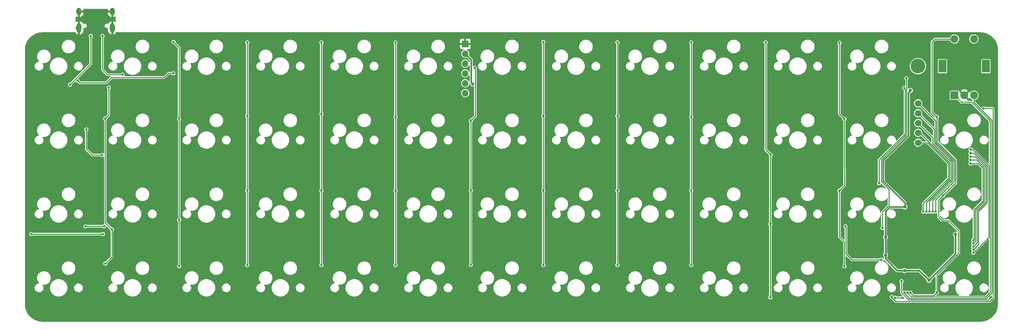
<source format=gtl>
G04 #@! TF.GenerationSoftware,KiCad,Pcbnew,(6.0.1-0)*
G04 #@! TF.CreationDate,2022-04-18T13:14:09-05:00*
G04 #@! TF.ProjectId,pcb,7063622e-6b69-4636-9164-5f7063625858,rev?*
G04 #@! TF.SameCoordinates,Original*
G04 #@! TF.FileFunction,Copper,L1,Top*
G04 #@! TF.FilePolarity,Positive*
%FSLAX46Y46*%
G04 Gerber Fmt 4.6, Leading zero omitted, Abs format (unit mm)*
G04 Created by KiCad (PCBNEW (6.0.1-0)) date 2022-04-18 13:14:09*
%MOMM*%
%LPD*%
G01*
G04 APERTURE LIST*
G04 #@! TA.AperFunction,ComponentPad*
%ADD10R,2.000000X2.000000*%
G04 #@! TD*
G04 #@! TA.AperFunction,ComponentPad*
%ADD11C,2.000000*%
G04 #@! TD*
G04 #@! TA.AperFunction,ComponentPad*
%ADD12R,2.000000X3.200000*%
G04 #@! TD*
G04 #@! TA.AperFunction,ComponentPad*
%ADD13C,3.800000*%
G04 #@! TD*
G04 #@! TA.AperFunction,ComponentPad*
%ADD14O,1.700000X1.700000*%
G04 #@! TD*
G04 #@! TA.AperFunction,ComponentPad*
%ADD15R,1.700000X1.700000*%
G04 #@! TD*
G04 #@! TA.AperFunction,SMDPad,CuDef*
%ADD16O,1.300000X2.400000*%
G04 #@! TD*
G04 #@! TA.AperFunction,ComponentPad*
%ADD17O,1.300000X2.400000*%
G04 #@! TD*
G04 #@! TA.AperFunction,ComponentPad*
%ADD18O,1.300000X1.900000*%
G04 #@! TD*
G04 #@! TA.AperFunction,ComponentPad*
%ADD19C,1.700000*%
G04 #@! TD*
G04 #@! TA.AperFunction,ViaPad*
%ADD20C,0.650000*%
G04 #@! TD*
G04 #@! TA.AperFunction,ViaPad*
%ADD21C,0.900000*%
G04 #@! TD*
G04 #@! TA.AperFunction,Conductor*
%ADD22C,0.250000*%
G04 #@! TD*
G04 #@! TA.AperFunction,Conductor*
%ADD23C,0.400000*%
G04 #@! TD*
G04 APERTURE END LIST*
D10*
X317752725Y-60693950D03*
D11*
X322752725Y-60693950D03*
X320252725Y-60693950D03*
D12*
X314652725Y-53193950D03*
X325852725Y-53193950D03*
D11*
X322752725Y-46193950D03*
X317752725Y-46193950D03*
D13*
X308346661Y-53193950D03*
D14*
X191665313Y-60143950D03*
X191665313Y-49983950D03*
X191665313Y-55063950D03*
X191665313Y-57603950D03*
X191665313Y-52523950D03*
D15*
X191665313Y-47443950D03*
D16*
X92115217Y-43316450D03*
D17*
X100715217Y-43316450D03*
D18*
X100715217Y-39116450D03*
X92115217Y-39116450D03*
D17*
X92115217Y-43316450D03*
D19*
X308390225Y-67843950D03*
X308390225Y-70383950D03*
X308390225Y-72923950D03*
X308390225Y-65303950D03*
X308390225Y-62763950D03*
D20*
X116449994Y-55034181D03*
X91735725Y-56893950D03*
X98590225Y-94493950D03*
X93790225Y-94493950D03*
D21*
X299990225Y-97293950D03*
X193590225Y-57793950D03*
X306390225Y-59443950D03*
X317990225Y-96543950D03*
X304990225Y-89493950D03*
X299990225Y-101893950D03*
X304890225Y-105893950D03*
X311190225Y-108393950D03*
D20*
X305352525Y-56306250D03*
X299190225Y-94893950D03*
X93990225Y-69493950D03*
X301540225Y-112693950D03*
X98090225Y-76093950D03*
X325290225Y-64093950D03*
X289640225Y-94493950D03*
X304090225Y-108643950D03*
X327090225Y-112793950D03*
X298940225Y-103093950D03*
X98275725Y-96493950D03*
X79805225Y-96508950D03*
X100590225Y-95293950D03*
X98890225Y-66693950D03*
X99790225Y-58693950D03*
X98890225Y-104093950D03*
X117940225Y-104743950D03*
X117905225Y-66741650D03*
X117940225Y-92843950D03*
X116490625Y-46956250D03*
X135490625Y-47056250D03*
X135490625Y-85256250D03*
X135490625Y-104456250D03*
X135490625Y-66094350D03*
X154590625Y-104456250D03*
X154590625Y-47056250D03*
X154590625Y-85256250D03*
X154590625Y-65493550D03*
X173690625Y-66244350D03*
X173690625Y-85256250D03*
X173690625Y-104456250D03*
X173690625Y-47056250D03*
X322590225Y-98093950D03*
X193099994Y-67203719D03*
X193090225Y-85193950D03*
X194090225Y-53593950D03*
X321890225Y-78293950D03*
X193090225Y-104393950D03*
X211790625Y-104456250D03*
X211790625Y-85256250D03*
X211790625Y-65994350D03*
X211790625Y-46956250D03*
X321890225Y-77393950D03*
X322590225Y-98893950D03*
X230890625Y-85256250D03*
X230890625Y-47056250D03*
X322590225Y-99693950D03*
X230890625Y-65994350D03*
X230890625Y-104456250D03*
X321890225Y-76493950D03*
X321890225Y-75593950D03*
X249890625Y-104456250D03*
X249890625Y-47056250D03*
X249890625Y-85256250D03*
X249890625Y-66243550D03*
X322590225Y-100493950D03*
X321890225Y-74693950D03*
X270369745Y-76014430D03*
X269090625Y-47056250D03*
X322590225Y-101273453D03*
X270290225Y-112793950D03*
X270290225Y-93893950D03*
X289390225Y-104793950D03*
X288094615Y-85286581D03*
X288090625Y-47156250D03*
X289390225Y-66793950D03*
X304440225Y-112893950D03*
X302390225Y-112893950D03*
X103340225Y-55393950D03*
X98190225Y-45393950D03*
X95146515Y-45410167D03*
X89790225Y-57943950D03*
X304790225Y-58793950D03*
X298290225Y-83393950D03*
X313190225Y-66243950D03*
X314840225Y-86543950D03*
X306410725Y-111593950D03*
X313190225Y-111593950D03*
X293990225Y-100793950D03*
X305631222Y-111593950D03*
X304851719Y-111593950D03*
X309710722Y-90693950D03*
X310490225Y-90693950D03*
X311290225Y-90693950D03*
X312090225Y-90693950D03*
X312890225Y-90693950D03*
D22*
X91735725Y-56893950D02*
X92335725Y-57493950D01*
X114090225Y-56093950D02*
X115149994Y-55034181D01*
X115149994Y-55034181D02*
X116449994Y-55034181D01*
X92335725Y-57493950D02*
X99090225Y-57493950D01*
X99090225Y-57493950D02*
X100490225Y-56093950D01*
X100490225Y-56093950D02*
X114090225Y-56093950D01*
X98590225Y-94493950D02*
X93790225Y-94493950D01*
D23*
X317990225Y-101593950D02*
X311190225Y-108393950D01*
X299990225Y-90593950D02*
X299990225Y-97293950D01*
X193190225Y-57393950D02*
X193190225Y-51508862D01*
X299990225Y-97293950D02*
X299990225Y-101893950D01*
X299990225Y-101893950D02*
X299990225Y-102893950D01*
X305844745Y-71018940D02*
X299344745Y-77518940D01*
X301090225Y-89493950D02*
X299990225Y-90593950D01*
X304890225Y-105893950D02*
X308690225Y-105893950D01*
X304990225Y-88451162D02*
X304990225Y-89493950D01*
X299344745Y-77518940D02*
X299344745Y-82805682D01*
X193590225Y-57793950D02*
X193190225Y-57393950D01*
X299344745Y-82805682D02*
X304990225Y-88451162D01*
X299990225Y-102893950D02*
X302990225Y-105893950D01*
X301090225Y-89493950D02*
X304990225Y-89493950D01*
X305844745Y-59989430D02*
X305844745Y-71018940D01*
X308690225Y-105893950D02*
X311190225Y-108393950D01*
X317990225Y-96543950D02*
X317990225Y-101593950D01*
X193190225Y-51508862D02*
X191665313Y-49983950D01*
X306390225Y-59443950D02*
X305844745Y-59989430D01*
X302990225Y-105893950D02*
X304890225Y-105893950D01*
D22*
X298890225Y-82993950D02*
X300894745Y-84998470D01*
X298890225Y-77330672D02*
X298890225Y-82993950D01*
X300894745Y-84998470D02*
X300894745Y-89039430D01*
X305390225Y-56343950D02*
X305390225Y-70830672D01*
X299190225Y-90743950D02*
X299190225Y-94893950D01*
X305390225Y-70830672D02*
X298890225Y-77330672D01*
X305352525Y-56306250D02*
X305390225Y-56343950D01*
X300894745Y-89039430D02*
X299190225Y-90743950D01*
X301540225Y-112693950D02*
X301540225Y-112863503D01*
X98090225Y-76093950D02*
X95490225Y-76093950D01*
X302529712Y-113852990D02*
X326850738Y-113852990D01*
X326850738Y-113852990D02*
X327720866Y-112982862D01*
X301540225Y-112863503D02*
X302529712Y-113852990D01*
X93990225Y-74593950D02*
X93990225Y-69493950D01*
X327720866Y-112982862D02*
X327720866Y-64224591D01*
X327590225Y-64093950D02*
X325290225Y-64093950D01*
X95490225Y-76093950D02*
X93990225Y-74593950D01*
X327720866Y-64224591D02*
X327590225Y-64093950D01*
X291290225Y-103093950D02*
X289769745Y-101573470D01*
X326369745Y-113473470D02*
X326410705Y-113473470D01*
X305911686Y-113473470D02*
X326369745Y-113473470D01*
X289769745Y-94623470D02*
X289640225Y-94493950D01*
X304090225Y-111652009D02*
X305911686Y-113473470D01*
X289769745Y-101573470D02*
X289769745Y-94623470D01*
X298940225Y-103093950D02*
X291290225Y-103093950D01*
X326410705Y-113473470D02*
X327090225Y-112793950D01*
X304090225Y-108643950D02*
X304090225Y-111652009D01*
X79820225Y-96493950D02*
X79805225Y-96508950D01*
X98275725Y-96493950D02*
X79820225Y-96493950D01*
X99790225Y-58693950D02*
X99790225Y-65793950D01*
X100590225Y-95293950D02*
X100590225Y-102393950D01*
X98890225Y-93593950D02*
X100590225Y-95293950D01*
X100590225Y-102393950D02*
X98890225Y-104093950D01*
X99790225Y-65793950D02*
X98890225Y-66693950D01*
X98890225Y-66693950D02*
X98890225Y-93593950D01*
X116490625Y-46956250D02*
X117905225Y-48370850D01*
X117940225Y-92843950D02*
X117940225Y-104743950D01*
X117905225Y-66741650D02*
X117940225Y-66776650D01*
X117940225Y-66776650D02*
X117940225Y-92843950D01*
X117905225Y-48370850D02*
X117905225Y-66741650D01*
X135490625Y-66094350D02*
X135490625Y-85256250D01*
X135490625Y-85256250D02*
X135490625Y-104456250D01*
X135490625Y-47056250D02*
X135490625Y-66094350D01*
X154590625Y-85256250D02*
X154590625Y-104456250D01*
X154590625Y-47056250D02*
X154590625Y-65493550D01*
X154590625Y-65493550D02*
X154590625Y-85256250D01*
X173690625Y-66244350D02*
X173690625Y-85256250D01*
X173690625Y-47056250D02*
X173690625Y-66244350D01*
X173690625Y-85256250D02*
X173690625Y-104456250D01*
X193090225Y-67213488D02*
X193099994Y-67203719D01*
X193090225Y-85193950D02*
X193090225Y-104393950D01*
X194294736Y-53798461D02*
X194294736Y-66008977D01*
X194294736Y-66008977D02*
X193099994Y-67203719D01*
X323890225Y-78293950D02*
X325064226Y-79467951D01*
X193090225Y-85193950D02*
X193090225Y-67213488D01*
X321890225Y-78293950D02*
X323890225Y-78293950D01*
X194090225Y-53593950D02*
X194294736Y-53798461D01*
X322790225Y-90193950D02*
X322790225Y-97893950D01*
X325064226Y-79467951D02*
X325064226Y-87919949D01*
X322790225Y-97893950D02*
X322590225Y-98093950D01*
X325064226Y-87919949D02*
X322790225Y-90193950D01*
X211790625Y-46956250D02*
X211790625Y-65994350D01*
X323169745Y-90351152D02*
X323169745Y-98333983D01*
X325443746Y-79310749D02*
X325443746Y-88077151D01*
X211790625Y-85256250D02*
X211790625Y-104456250D01*
X321890225Y-77393950D02*
X323526947Y-77393950D01*
X325443746Y-88077151D02*
X323169745Y-90351152D01*
X322609778Y-98893950D02*
X322590225Y-98893950D01*
X323526947Y-77393950D02*
X325443746Y-79310749D01*
X211790625Y-65994350D02*
X211790625Y-85256250D01*
X323169745Y-98333983D02*
X322609778Y-98893950D01*
X230890625Y-85256250D02*
X230890625Y-104456250D01*
X321890225Y-76493950D02*
X323163669Y-76493950D01*
X325823266Y-79153547D02*
X325823266Y-88234353D01*
X230890625Y-65994350D02*
X230890625Y-85256250D01*
X323163669Y-76493950D02*
X325823266Y-79153547D01*
X323549265Y-98754463D02*
X322609778Y-99693950D01*
X325823266Y-88234353D02*
X323549265Y-90508354D01*
X230890625Y-47056250D02*
X230890625Y-65994350D01*
X323549265Y-90508354D02*
X323549265Y-98754463D01*
X322609778Y-99693950D02*
X322590225Y-99693950D01*
X326202786Y-78996345D02*
X326202786Y-79293950D01*
X326202786Y-79293950D02*
X326202786Y-88381389D01*
X321890225Y-75593950D02*
X322800391Y-75593950D01*
X322609778Y-100493950D02*
X322590225Y-100493950D01*
X323928785Y-90665556D02*
X323928785Y-99174943D01*
X322800391Y-75593950D02*
X326128785Y-78922344D01*
X249890625Y-85256250D02*
X249890625Y-104456250D01*
X326128785Y-78922344D02*
X326202786Y-78996345D01*
X249890625Y-66243550D02*
X249890625Y-85256250D01*
X249890625Y-47056250D02*
X249890625Y-66243550D01*
X323928785Y-99174943D02*
X322609778Y-100493950D01*
X326128785Y-88465556D02*
X323928785Y-90665556D01*
X326202786Y-88381389D02*
X326190225Y-88393950D01*
X270290225Y-76093950D02*
X270369745Y-76014430D01*
X270290225Y-93893950D02*
X270290225Y-76093950D01*
X322437113Y-74693950D02*
X321890225Y-74693950D01*
X269090625Y-47056250D02*
X269090625Y-74735310D01*
X322590225Y-101273453D02*
X322630275Y-101273453D01*
X326582306Y-78839143D02*
X322437113Y-74693950D01*
X270290225Y-93893950D02*
X270290225Y-112793950D01*
X326582306Y-97321422D02*
X326582306Y-78839143D01*
X322630275Y-101273453D02*
X326582306Y-97321422D01*
X269090625Y-74735310D02*
X270369745Y-76014430D01*
X288090625Y-65494350D02*
X289390225Y-66793950D01*
X288094615Y-85286581D02*
X289414591Y-83966605D01*
X289390225Y-98510340D02*
X288094615Y-97214730D01*
X289390225Y-104793950D02*
X289390225Y-98510340D01*
X288090625Y-47156250D02*
X288090625Y-65494350D01*
X288094615Y-97214730D02*
X288094615Y-85286581D01*
X289390225Y-79645218D02*
X289414591Y-79669584D01*
X304440225Y-112893950D02*
X302390225Y-112893950D01*
X289390225Y-66793950D02*
X289390225Y-79645218D01*
X289414591Y-83966605D02*
X289414591Y-79669584D01*
X98190225Y-45393950D02*
X98190225Y-54143950D01*
X99440225Y-55393950D02*
X103340225Y-55393950D01*
X98190225Y-54143950D02*
X99440225Y-55393950D01*
X95146515Y-52587660D02*
X95146515Y-45410167D01*
X89790225Y-57943950D02*
X95146515Y-52587660D01*
X305010705Y-59014430D02*
X304790225Y-58793950D01*
X298290225Y-77393950D02*
X305010705Y-70673470D01*
X298290225Y-83393950D02*
X298290225Y-77393950D01*
X305010705Y-70673470D02*
X305010705Y-59014430D01*
X313190225Y-111593950D02*
X313190225Y-107036738D01*
X318790225Y-101436738D02*
X318790225Y-100693950D01*
X311940225Y-46959775D02*
X312706050Y-46193950D01*
X313269745Y-66323470D02*
X313190225Y-66243950D01*
X318790225Y-95593950D02*
X316190225Y-92993950D01*
X318087825Y-77507940D02*
X313269745Y-72689860D01*
X313269745Y-72689860D02*
X313269745Y-66323470D01*
X312451044Y-112333131D02*
X313190225Y-111593950D01*
X313669728Y-92173453D02*
X313669728Y-87714447D01*
X313190225Y-107036738D02*
X318790225Y-101436738D01*
X318087825Y-83296350D02*
X318087825Y-77507940D01*
X314490225Y-92993950D02*
X313669728Y-92173453D01*
X313669728Y-87714447D02*
X314840225Y-86543950D01*
X307149906Y-112333131D02*
X312451044Y-112333131D01*
X317752725Y-46193950D02*
X312706050Y-46193950D01*
X313190225Y-66243950D02*
X311940225Y-64993950D01*
X314840225Y-86543950D02*
X318087825Y-83296350D01*
X311940225Y-64993950D02*
X311940225Y-46959775D01*
X318790225Y-100693950D02*
X318790225Y-95593950D01*
X316190225Y-92993950D02*
X314490225Y-92993950D01*
X306410725Y-111593950D02*
X307149906Y-112333131D01*
X317752725Y-60693950D02*
X319552725Y-62493950D01*
X305631222Y-111634000D02*
X305631222Y-111593950D01*
X319552725Y-62493950D02*
X322190225Y-62493950D01*
X326961826Y-67265551D02*
X326961826Y-111522349D01*
X325771524Y-112712651D02*
X306709873Y-112712651D01*
X306709873Y-112712651D02*
X305631222Y-111634000D01*
X326961826Y-111522349D02*
X325771524Y-112712651D01*
X322190225Y-62493950D02*
X326961826Y-67265551D01*
X327341346Y-111679551D02*
X325926947Y-113093950D01*
X327341346Y-67108349D02*
X327341346Y-111679551D01*
X325926947Y-113093950D02*
X306190225Y-113093950D01*
X306190225Y-113093950D02*
X304851719Y-111755444D01*
X304851719Y-111755444D02*
X304851719Y-111593950D01*
X322752725Y-62519728D02*
X327341346Y-67108349D01*
X322752725Y-60693950D02*
X322752725Y-62519728D01*
X316190225Y-78293950D02*
X310820225Y-72923950D01*
X309710722Y-88563287D02*
X316190225Y-82083784D01*
X309710722Y-90693950D02*
X309710722Y-88563287D01*
X310820225Y-72923950D02*
X308390225Y-72923950D01*
X316190225Y-82083784D02*
X316190225Y-78293950D01*
X316569745Y-78136748D02*
X308816947Y-70383950D01*
X316569745Y-82240986D02*
X316569745Y-78136748D01*
X308816947Y-70383950D02*
X308390225Y-70383950D01*
X310490225Y-90693950D02*
X310490225Y-88320506D01*
X310490225Y-88320506D02*
X316569745Y-82240986D01*
X316949265Y-77979546D02*
X312131185Y-73161466D01*
X311290225Y-90693950D02*
X311290225Y-88057228D01*
X312131185Y-71584910D02*
X308390225Y-67843950D01*
X311290225Y-88057228D02*
X316949265Y-82398188D01*
X316949265Y-82398188D02*
X316949265Y-77979546D01*
X312131185Y-73161466D02*
X312131185Y-71584910D01*
X312510705Y-73004264D02*
X312510705Y-69424430D01*
X317328785Y-77822344D02*
X312510705Y-73004264D01*
X312510705Y-69424430D02*
X308390225Y-65303950D01*
X312090225Y-87793950D02*
X317328785Y-82555390D01*
X312090225Y-90693950D02*
X312090225Y-87793950D01*
X317328785Y-82555390D02*
X317328785Y-77822344D01*
X312890225Y-87593950D02*
X312890225Y-90693950D01*
X317708305Y-82775870D02*
X312890225Y-87593950D01*
X312890225Y-72847062D02*
X317708305Y-77665142D01*
X312890225Y-67263950D02*
X312890225Y-72847062D01*
X317708305Y-77665142D02*
X317708305Y-82775870D01*
X308390225Y-62763950D02*
X312890225Y-67263950D01*
G04 #@! TA.AperFunction,Conductor*
G36*
X99494815Y-38410135D02*
G01*
X99552917Y-38429314D01*
X99588649Y-38478982D01*
X99588899Y-38538493D01*
X99579015Y-38570322D01*
X99577135Y-38579168D01*
X99557559Y-38744574D01*
X99557217Y-38750370D01*
X99557217Y-38846770D01*
X99561339Y-38859455D01*
X99565460Y-38862450D01*
X100870217Y-38862450D01*
X100928408Y-38881357D01*
X100964372Y-38930857D01*
X100969217Y-38961450D01*
X100969217Y-40532179D01*
X100973339Y-40544864D01*
X100973943Y-40545303D01*
X100981091Y-40545819D01*
X101011741Y-40540552D01*
X101020468Y-40538214D01*
X101211626Y-40467692D01*
X101219788Y-40463799D01*
X101394881Y-40359629D01*
X101402206Y-40354308D01*
X101408776Y-40348546D01*
X101464993Y-40324394D01*
X101524670Y-40337899D01*
X101565011Y-40383901D01*
X101573050Y-40422979D01*
X101573050Y-41758847D01*
X101554143Y-41817038D01*
X101504643Y-41853002D01*
X101443457Y-41853002D01*
X101421222Y-41842574D01*
X101247027Y-41732665D01*
X101238974Y-41728562D01*
X101049728Y-41653061D01*
X101041070Y-41650496D01*
X100984596Y-41639262D01*
X100971351Y-41640830D01*
X100971316Y-41640862D01*
X100969217Y-41648906D01*
X100969217Y-44982179D01*
X100973339Y-44994864D01*
X100973943Y-44995303D01*
X100981091Y-44995819D01*
X101011741Y-44990552D01*
X101020468Y-44988214D01*
X101211626Y-44917692D01*
X101219788Y-44913799D01*
X101394881Y-44809629D01*
X101402206Y-44804308D01*
X101555385Y-44669974D01*
X101561611Y-44663413D01*
X101687746Y-44503411D01*
X101692671Y-44495828D01*
X101765675Y-44357071D01*
X101809503Y-44314376D01*
X101870055Y-44305597D01*
X101916095Y-44326641D01*
X101924374Y-44333435D01*
X101928662Y-44335727D01*
X101972368Y-44359088D01*
X102062538Y-44407285D01*
X102067192Y-44408697D01*
X102067195Y-44408698D01*
X102207798Y-44451350D01*
X102207802Y-44451351D01*
X102212454Y-44452762D01*
X102217297Y-44453239D01*
X102351013Y-44466409D01*
X102360153Y-44467912D01*
X102362185Y-44468146D01*
X102367647Y-44469412D01*
X102368363Y-44469413D01*
X102374943Y-44467912D01*
X102380042Y-44466749D01*
X102402059Y-44464270D01*
X212963238Y-44464263D01*
X324386152Y-44464255D01*
X324408339Y-44466773D01*
X324419754Y-44469398D01*
X324430628Y-44466938D01*
X324437635Y-44466950D01*
X324452103Y-44465652D01*
X324471662Y-44466506D01*
X324813444Y-44481429D01*
X324822048Y-44482182D01*
X325208099Y-44533006D01*
X325216605Y-44534506D01*
X325596753Y-44618783D01*
X325605095Y-44621018D01*
X325976462Y-44738110D01*
X325984577Y-44741064D01*
X326344314Y-44890071D01*
X326352142Y-44893721D01*
X326398190Y-44917692D01*
X326697534Y-45073521D01*
X326704995Y-45077828D01*
X327033429Y-45287064D01*
X327040481Y-45292002D01*
X327349409Y-45529050D01*
X327356009Y-45534589D01*
X327643111Y-45797668D01*
X327649203Y-45803760D01*
X327912282Y-46090862D01*
X327917821Y-46097462D01*
X328154869Y-46406390D01*
X328159807Y-46413442D01*
X328369043Y-46741876D01*
X328373350Y-46749337D01*
X328490297Y-46973989D01*
X328553150Y-47094729D01*
X328556800Y-47102557D01*
X328705807Y-47462294D01*
X328708761Y-47470409D01*
X328825853Y-47841776D01*
X328828088Y-47850118D01*
X328912365Y-48230266D01*
X328913865Y-48238772D01*
X328964689Y-48624823D01*
X328965442Y-48633427D01*
X328981196Y-48994247D01*
X328979986Y-49007486D01*
X328979972Y-49015535D01*
X328977473Y-49026401D01*
X328979933Y-49037273D01*
X328979933Y-49037275D01*
X328980175Y-49038342D01*
X328982616Y-49060191D01*
X328982616Y-114477229D01*
X328980098Y-114499416D01*
X328977473Y-114510831D01*
X328979933Y-114521705D01*
X328979921Y-114528712D01*
X328981219Y-114543180D01*
X328965442Y-114904521D01*
X328964689Y-114913125D01*
X328913865Y-115299176D01*
X328912365Y-115307682D01*
X328828088Y-115687830D01*
X328825853Y-115696172D01*
X328708761Y-116067539D01*
X328705807Y-116075654D01*
X328556800Y-116435391D01*
X328553150Y-116443219D01*
X328373350Y-116788611D01*
X328369043Y-116796072D01*
X328159807Y-117124506D01*
X328154869Y-117131558D01*
X327917821Y-117440486D01*
X327912282Y-117447086D01*
X327649203Y-117734188D01*
X327643111Y-117740280D01*
X327356009Y-118003359D01*
X327349409Y-118008898D01*
X327040481Y-118245946D01*
X327033429Y-118250884D01*
X326704995Y-118460120D01*
X326697534Y-118464427D01*
X326475315Y-118580107D01*
X326352142Y-118644227D01*
X326344314Y-118647877D01*
X325984577Y-118796884D01*
X325976462Y-118799838D01*
X325605095Y-118916930D01*
X325596753Y-118919165D01*
X325216605Y-119003442D01*
X325208099Y-119004942D01*
X324822048Y-119055766D01*
X324813444Y-119056519D01*
X324452624Y-119072273D01*
X324439385Y-119071063D01*
X324431336Y-119071049D01*
X324420470Y-119068550D01*
X324409598Y-119071010D01*
X324409596Y-119071010D01*
X324408529Y-119071252D01*
X324386680Y-119073693D01*
X82756994Y-119073693D01*
X82734807Y-119071175D01*
X82723392Y-119068550D01*
X82712518Y-119071010D01*
X82705511Y-119070998D01*
X82691043Y-119072296D01*
X82665369Y-119071175D01*
X82329702Y-119056519D01*
X82321098Y-119055766D01*
X81935047Y-119004942D01*
X81926541Y-119003442D01*
X81546393Y-118919165D01*
X81538051Y-118916930D01*
X81166684Y-118799838D01*
X81158569Y-118796884D01*
X80798832Y-118647877D01*
X80791004Y-118644227D01*
X80667831Y-118580107D01*
X80445612Y-118464427D01*
X80438151Y-118460120D01*
X80109717Y-118250884D01*
X80102665Y-118245946D01*
X79793737Y-118008898D01*
X79787137Y-118003359D01*
X79500035Y-117740280D01*
X79493943Y-117734188D01*
X79230864Y-117447086D01*
X79225325Y-117440486D01*
X78988277Y-117131558D01*
X78983339Y-117124506D01*
X78774103Y-116796072D01*
X78769796Y-116788611D01*
X78589996Y-116443219D01*
X78586346Y-116435391D01*
X78437339Y-116075654D01*
X78434385Y-116067539D01*
X78317293Y-115696172D01*
X78315058Y-115687830D01*
X78230781Y-115307682D01*
X78229281Y-115299176D01*
X78178457Y-114913125D01*
X78177704Y-114904522D01*
X78161961Y-114543965D01*
X78163900Y-114522958D01*
X78163764Y-114522942D01*
X78164406Y-114517367D01*
X78165672Y-114511905D01*
X78165673Y-114511189D01*
X78163009Y-114499510D01*
X78160530Y-114477493D01*
X78160530Y-110288719D01*
X80680955Y-110288719D01*
X80690884Y-110503256D01*
X80703609Y-110556056D01*
X80736267Y-110691562D01*
X80741203Y-110712044D01*
X80830094Y-110907550D01*
X80954351Y-111082720D01*
X81109490Y-111231234D01*
X81289914Y-111347732D01*
X81294275Y-111349490D01*
X81294276Y-111349490D01*
X81484749Y-111426253D01*
X81484752Y-111426254D01*
X81489112Y-111428011D01*
X81493725Y-111428912D01*
X81493729Y-111428913D01*
X81696401Y-111468492D01*
X81696408Y-111468493D01*
X81699896Y-111469174D01*
X81705539Y-111469450D01*
X81863889Y-111469450D01*
X81961924Y-111460097D01*
X82019327Y-111454620D01*
X82019330Y-111454620D01*
X82024020Y-111454172D01*
X82230101Y-111393715D01*
X82421032Y-111295379D01*
X82577721Y-111172298D01*
X82586220Y-111165622D01*
X82586221Y-111165621D01*
X82589923Y-111162713D01*
X82593008Y-111159158D01*
X82593011Y-111159155D01*
X82727591Y-111004064D01*
X82727592Y-111004063D01*
X82730680Y-111000504D01*
X82741149Y-110982409D01*
X82835868Y-110818681D01*
X82838226Y-110814605D01*
X82908678Y-110611724D01*
X82939495Y-110399181D01*
X82939119Y-110391058D01*
X84641295Y-110391058D01*
X84667281Y-110688080D01*
X84673659Y-110716613D01*
X84717198Y-110911393D01*
X84732322Y-110979055D01*
X84835275Y-111258873D01*
X84875376Y-111334931D01*
X84972803Y-111519719D01*
X84972807Y-111519726D01*
X84974331Y-111522616D01*
X85147047Y-111765651D01*
X85350389Y-111983709D01*
X85352925Y-111985792D01*
X85352926Y-111985793D01*
X85578245Y-112170873D01*
X85578250Y-112170877D01*
X85580784Y-112172958D01*
X85687101Y-112238877D01*
X85760503Y-112284388D01*
X85834185Y-112330073D01*
X85837182Y-112331420D01*
X85837186Y-112331422D01*
X85919119Y-112368244D01*
X86106139Y-112452294D01*
X86391869Y-112537473D01*
X86395110Y-112537986D01*
X86395113Y-112537987D01*
X86468076Y-112549543D01*
X86686354Y-112584115D01*
X86757114Y-112587328D01*
X86778509Y-112588300D01*
X86778515Y-112588300D01*
X86779613Y-112588350D01*
X86965850Y-112588350D01*
X87187726Y-112573613D01*
X87379566Y-112534931D01*
X87476772Y-112515331D01*
X87476777Y-112515330D01*
X87479999Y-112514680D01*
X87522739Y-112499963D01*
X87758799Y-112418682D01*
X87758805Y-112418679D01*
X87761911Y-112417610D01*
X87774994Y-112411059D01*
X87894797Y-112351066D01*
X88028509Y-112284108D01*
X88275108Y-112116520D01*
X88289736Y-112103441D01*
X88494926Y-111919980D01*
X88494929Y-111919976D01*
X88497376Y-111917789D01*
X88543380Y-111864116D01*
X88652222Y-111737127D01*
X88691409Y-111691407D01*
X88853796Y-111441353D01*
X88859999Y-111428291D01*
X88980279Y-111174981D01*
X88981686Y-111172018D01*
X89072831Y-110888135D01*
X89123402Y-110607067D01*
X89125046Y-110597932D01*
X89125046Y-110597930D01*
X89125629Y-110594691D01*
X89139155Y-110296842D01*
X89138444Y-110288719D01*
X90840955Y-110288719D01*
X90850884Y-110503256D01*
X90863609Y-110556056D01*
X90896267Y-110691562D01*
X90901203Y-110712044D01*
X90990094Y-110907550D01*
X91114351Y-111082720D01*
X91269490Y-111231234D01*
X91449914Y-111347732D01*
X91454275Y-111349490D01*
X91454276Y-111349490D01*
X91644749Y-111426253D01*
X91644752Y-111426254D01*
X91649112Y-111428011D01*
X91653725Y-111428912D01*
X91653729Y-111428913D01*
X91856401Y-111468492D01*
X91856408Y-111468493D01*
X91859896Y-111469174D01*
X91865539Y-111469450D01*
X92023889Y-111469450D01*
X92121924Y-111460097D01*
X92179327Y-111454620D01*
X92179330Y-111454620D01*
X92184020Y-111454172D01*
X92390101Y-111393715D01*
X92581032Y-111295379D01*
X92737721Y-111172298D01*
X92746220Y-111165622D01*
X92746221Y-111165621D01*
X92749923Y-111162713D01*
X92753008Y-111159158D01*
X92753011Y-111159155D01*
X92887591Y-111004064D01*
X92887592Y-111004063D01*
X92890680Y-111000504D01*
X92901149Y-110982409D01*
X92995868Y-110818681D01*
X92998226Y-110814605D01*
X93068678Y-110611724D01*
X93099495Y-110399181D01*
X93094383Y-110288719D01*
X99730955Y-110288719D01*
X99740884Y-110503256D01*
X99753609Y-110556056D01*
X99786267Y-110691562D01*
X99791203Y-110712044D01*
X99880094Y-110907550D01*
X100004351Y-111082720D01*
X100159490Y-111231234D01*
X100339914Y-111347732D01*
X100344275Y-111349490D01*
X100344276Y-111349490D01*
X100534749Y-111426253D01*
X100534752Y-111426254D01*
X100539112Y-111428011D01*
X100543725Y-111428912D01*
X100543729Y-111428913D01*
X100746401Y-111468492D01*
X100746408Y-111468493D01*
X100749896Y-111469174D01*
X100755539Y-111469450D01*
X100913889Y-111469450D01*
X101011924Y-111460097D01*
X101069327Y-111454620D01*
X101069330Y-111454620D01*
X101074020Y-111454172D01*
X101280101Y-111393715D01*
X101471032Y-111295379D01*
X101627721Y-111172298D01*
X101636220Y-111165622D01*
X101636221Y-111165621D01*
X101639923Y-111162713D01*
X101643008Y-111159158D01*
X101643011Y-111159155D01*
X101777591Y-111004064D01*
X101777592Y-111004063D01*
X101780680Y-111000504D01*
X101791149Y-110982409D01*
X101885868Y-110818681D01*
X101888226Y-110814605D01*
X101958678Y-110611724D01*
X101989495Y-110399181D01*
X101989119Y-110391058D01*
X103691295Y-110391058D01*
X103717281Y-110688080D01*
X103723659Y-110716613D01*
X103767198Y-110911393D01*
X103782322Y-110979055D01*
X103885275Y-111258873D01*
X103925376Y-111334931D01*
X104022803Y-111519719D01*
X104022807Y-111519726D01*
X104024331Y-111522616D01*
X104197047Y-111765651D01*
X104400389Y-111983709D01*
X104402925Y-111985792D01*
X104402926Y-111985793D01*
X104628245Y-112170873D01*
X104628250Y-112170877D01*
X104630784Y-112172958D01*
X104737101Y-112238877D01*
X104810503Y-112284388D01*
X104884185Y-112330073D01*
X104887182Y-112331420D01*
X104887186Y-112331422D01*
X104969119Y-112368244D01*
X105156139Y-112452294D01*
X105441869Y-112537473D01*
X105445110Y-112537986D01*
X105445113Y-112537987D01*
X105518076Y-112549543D01*
X105736354Y-112584115D01*
X105807114Y-112587328D01*
X105828509Y-112588300D01*
X105828515Y-112588300D01*
X105829613Y-112588350D01*
X106015850Y-112588350D01*
X106237726Y-112573613D01*
X106429566Y-112534931D01*
X106526772Y-112515331D01*
X106526777Y-112515330D01*
X106529999Y-112514680D01*
X106572739Y-112499963D01*
X106808799Y-112418682D01*
X106808805Y-112418679D01*
X106811911Y-112417610D01*
X106824994Y-112411059D01*
X106944797Y-112351066D01*
X107078509Y-112284108D01*
X107325108Y-112116520D01*
X107339736Y-112103441D01*
X107544926Y-111919980D01*
X107544929Y-111919976D01*
X107547376Y-111917789D01*
X107593380Y-111864116D01*
X107702222Y-111737127D01*
X107741409Y-111691407D01*
X107903796Y-111441353D01*
X107909999Y-111428291D01*
X108030279Y-111174981D01*
X108031686Y-111172018D01*
X108122831Y-110888135D01*
X108173402Y-110607067D01*
X108175046Y-110597932D01*
X108175046Y-110597930D01*
X108175629Y-110594691D01*
X108189155Y-110296842D01*
X108188444Y-110288719D01*
X109890955Y-110288719D01*
X109900884Y-110503256D01*
X109913609Y-110556056D01*
X109946267Y-110691562D01*
X109951203Y-110712044D01*
X110040094Y-110907550D01*
X110164351Y-111082720D01*
X110319490Y-111231234D01*
X110499914Y-111347732D01*
X110504275Y-111349490D01*
X110504276Y-111349490D01*
X110694749Y-111426253D01*
X110694752Y-111426254D01*
X110699112Y-111428011D01*
X110703725Y-111428912D01*
X110703729Y-111428913D01*
X110906401Y-111468492D01*
X110906408Y-111468493D01*
X110909896Y-111469174D01*
X110915539Y-111469450D01*
X111073889Y-111469450D01*
X111171924Y-111460097D01*
X111229327Y-111454620D01*
X111229330Y-111454620D01*
X111234020Y-111454172D01*
X111440101Y-111393715D01*
X111631032Y-111295379D01*
X111787721Y-111172298D01*
X111796220Y-111165622D01*
X111796221Y-111165621D01*
X111799923Y-111162713D01*
X111803008Y-111159158D01*
X111803011Y-111159155D01*
X111937591Y-111004064D01*
X111937592Y-111004063D01*
X111940680Y-111000504D01*
X111951149Y-110982409D01*
X112045868Y-110818681D01*
X112048226Y-110814605D01*
X112118678Y-110611724D01*
X112149495Y-110399181D01*
X112144383Y-110288719D01*
X118780955Y-110288719D01*
X118790884Y-110503256D01*
X118803609Y-110556056D01*
X118836267Y-110691562D01*
X118841203Y-110712044D01*
X118930094Y-110907550D01*
X119054351Y-111082720D01*
X119209490Y-111231234D01*
X119389914Y-111347732D01*
X119394275Y-111349490D01*
X119394276Y-111349490D01*
X119584749Y-111426253D01*
X119584752Y-111426254D01*
X119589112Y-111428011D01*
X119593725Y-111428912D01*
X119593729Y-111428913D01*
X119796401Y-111468492D01*
X119796408Y-111468493D01*
X119799896Y-111469174D01*
X119805539Y-111469450D01*
X119963889Y-111469450D01*
X120061924Y-111460097D01*
X120119327Y-111454620D01*
X120119330Y-111454620D01*
X120124020Y-111454172D01*
X120330101Y-111393715D01*
X120521032Y-111295379D01*
X120677721Y-111172298D01*
X120686220Y-111165622D01*
X120686221Y-111165621D01*
X120689923Y-111162713D01*
X120693008Y-111159158D01*
X120693011Y-111159155D01*
X120827591Y-111004064D01*
X120827592Y-111004063D01*
X120830680Y-111000504D01*
X120841149Y-110982409D01*
X120935868Y-110818681D01*
X120938226Y-110814605D01*
X121008678Y-110611724D01*
X121039495Y-110399181D01*
X121039119Y-110391058D01*
X122741295Y-110391058D01*
X122767281Y-110688080D01*
X122773659Y-110716613D01*
X122817198Y-110911393D01*
X122832322Y-110979055D01*
X122935275Y-111258873D01*
X122975376Y-111334931D01*
X123072803Y-111519719D01*
X123072807Y-111519726D01*
X123074331Y-111522616D01*
X123247047Y-111765651D01*
X123450389Y-111983709D01*
X123452925Y-111985792D01*
X123452926Y-111985793D01*
X123678245Y-112170873D01*
X123678250Y-112170877D01*
X123680784Y-112172958D01*
X123787101Y-112238877D01*
X123860503Y-112284388D01*
X123934185Y-112330073D01*
X123937182Y-112331420D01*
X123937186Y-112331422D01*
X124019119Y-112368244D01*
X124206139Y-112452294D01*
X124491869Y-112537473D01*
X124495110Y-112537986D01*
X124495113Y-112537987D01*
X124568076Y-112549543D01*
X124786354Y-112584115D01*
X124857114Y-112587328D01*
X124878509Y-112588300D01*
X124878515Y-112588300D01*
X124879613Y-112588350D01*
X125065850Y-112588350D01*
X125287726Y-112573613D01*
X125479566Y-112534931D01*
X125576772Y-112515331D01*
X125576777Y-112515330D01*
X125579999Y-112514680D01*
X125622739Y-112499963D01*
X125858799Y-112418682D01*
X125858805Y-112418679D01*
X125861911Y-112417610D01*
X125874994Y-112411059D01*
X125994797Y-112351066D01*
X126128509Y-112284108D01*
X126375108Y-112116520D01*
X126389736Y-112103441D01*
X126594926Y-111919980D01*
X126594929Y-111919976D01*
X126597376Y-111917789D01*
X126643380Y-111864116D01*
X126752222Y-111737127D01*
X126791409Y-111691407D01*
X126953796Y-111441353D01*
X126959999Y-111428291D01*
X127080279Y-111174981D01*
X127081686Y-111172018D01*
X127172831Y-110888135D01*
X127223402Y-110607067D01*
X127225046Y-110597932D01*
X127225046Y-110597930D01*
X127225629Y-110594691D01*
X127239155Y-110296842D01*
X127238444Y-110288719D01*
X128940955Y-110288719D01*
X128950884Y-110503256D01*
X128963609Y-110556056D01*
X128996267Y-110691562D01*
X129001203Y-110712044D01*
X129090094Y-110907550D01*
X129214351Y-111082720D01*
X129369490Y-111231234D01*
X129549914Y-111347732D01*
X129554275Y-111349490D01*
X129554276Y-111349490D01*
X129744749Y-111426253D01*
X129744752Y-111426254D01*
X129749112Y-111428011D01*
X129753725Y-111428912D01*
X129753729Y-111428913D01*
X129956401Y-111468492D01*
X129956408Y-111468493D01*
X129959896Y-111469174D01*
X129965539Y-111469450D01*
X130123889Y-111469450D01*
X130221924Y-111460097D01*
X130279327Y-111454620D01*
X130279330Y-111454620D01*
X130284020Y-111454172D01*
X130490101Y-111393715D01*
X130681032Y-111295379D01*
X130837721Y-111172298D01*
X130846220Y-111165622D01*
X130846221Y-111165621D01*
X130849923Y-111162713D01*
X130853008Y-111159158D01*
X130853011Y-111159155D01*
X130987591Y-111004064D01*
X130987592Y-111004063D01*
X130990680Y-111000504D01*
X131001149Y-110982409D01*
X131095868Y-110818681D01*
X131098226Y-110814605D01*
X131168678Y-110611724D01*
X131199495Y-110399181D01*
X131194383Y-110288719D01*
X137830955Y-110288719D01*
X137840884Y-110503256D01*
X137853609Y-110556056D01*
X137886267Y-110691562D01*
X137891203Y-110712044D01*
X137980094Y-110907550D01*
X138104351Y-111082720D01*
X138259490Y-111231234D01*
X138439914Y-111347732D01*
X138444275Y-111349490D01*
X138444276Y-111349490D01*
X138634749Y-111426253D01*
X138634752Y-111426254D01*
X138639112Y-111428011D01*
X138643725Y-111428912D01*
X138643729Y-111428913D01*
X138846401Y-111468492D01*
X138846408Y-111468493D01*
X138849896Y-111469174D01*
X138855539Y-111469450D01*
X139013889Y-111469450D01*
X139111924Y-111460097D01*
X139169327Y-111454620D01*
X139169330Y-111454620D01*
X139174020Y-111454172D01*
X139380101Y-111393715D01*
X139571032Y-111295379D01*
X139727721Y-111172298D01*
X139736220Y-111165622D01*
X139736221Y-111165621D01*
X139739923Y-111162713D01*
X139743008Y-111159158D01*
X139743011Y-111159155D01*
X139877591Y-111004064D01*
X139877592Y-111004063D01*
X139880680Y-111000504D01*
X139891149Y-110982409D01*
X139985868Y-110818681D01*
X139988226Y-110814605D01*
X140058678Y-110611724D01*
X140089495Y-110399181D01*
X140089119Y-110391058D01*
X141791295Y-110391058D01*
X141817281Y-110688080D01*
X141823659Y-110716613D01*
X141867198Y-110911393D01*
X141882322Y-110979055D01*
X141985275Y-111258873D01*
X142025376Y-111334931D01*
X142122803Y-111519719D01*
X142122807Y-111519726D01*
X142124331Y-111522616D01*
X142297047Y-111765651D01*
X142500389Y-111983709D01*
X142502925Y-111985792D01*
X142502926Y-111985793D01*
X142728245Y-112170873D01*
X142728250Y-112170877D01*
X142730784Y-112172958D01*
X142837101Y-112238877D01*
X142910503Y-112284388D01*
X142984185Y-112330073D01*
X142987182Y-112331420D01*
X142987186Y-112331422D01*
X143069119Y-112368244D01*
X143256139Y-112452294D01*
X143541869Y-112537473D01*
X143545110Y-112537986D01*
X143545113Y-112537987D01*
X143618076Y-112549543D01*
X143836354Y-112584115D01*
X143907114Y-112587328D01*
X143928509Y-112588300D01*
X143928515Y-112588300D01*
X143929613Y-112588350D01*
X144115850Y-112588350D01*
X144337726Y-112573613D01*
X144529566Y-112534931D01*
X144626772Y-112515331D01*
X144626777Y-112515330D01*
X144629999Y-112514680D01*
X144672739Y-112499963D01*
X144908799Y-112418682D01*
X144908805Y-112418679D01*
X144911911Y-112417610D01*
X144924994Y-112411059D01*
X145044797Y-112351066D01*
X145178509Y-112284108D01*
X145425108Y-112116520D01*
X145439736Y-112103441D01*
X145644926Y-111919980D01*
X145644929Y-111919976D01*
X145647376Y-111917789D01*
X145693380Y-111864116D01*
X145802222Y-111737127D01*
X145841409Y-111691407D01*
X146003796Y-111441353D01*
X146009999Y-111428291D01*
X146130279Y-111174981D01*
X146131686Y-111172018D01*
X146222831Y-110888135D01*
X146273402Y-110607067D01*
X146275046Y-110597932D01*
X146275046Y-110597930D01*
X146275629Y-110594691D01*
X146289155Y-110296842D01*
X146288444Y-110288719D01*
X147990955Y-110288719D01*
X148000884Y-110503256D01*
X148013609Y-110556056D01*
X148046267Y-110691562D01*
X148051203Y-110712044D01*
X148140094Y-110907550D01*
X148264351Y-111082720D01*
X148419490Y-111231234D01*
X148599914Y-111347732D01*
X148604275Y-111349490D01*
X148604276Y-111349490D01*
X148794749Y-111426253D01*
X148794752Y-111426254D01*
X148799112Y-111428011D01*
X148803725Y-111428912D01*
X148803729Y-111428913D01*
X149006401Y-111468492D01*
X149006408Y-111468493D01*
X149009896Y-111469174D01*
X149015539Y-111469450D01*
X149173889Y-111469450D01*
X149271924Y-111460097D01*
X149329327Y-111454620D01*
X149329330Y-111454620D01*
X149334020Y-111454172D01*
X149540101Y-111393715D01*
X149731032Y-111295379D01*
X149887721Y-111172298D01*
X149896220Y-111165622D01*
X149896221Y-111165621D01*
X149899923Y-111162713D01*
X149903008Y-111159158D01*
X149903011Y-111159155D01*
X150037591Y-111004064D01*
X150037592Y-111004063D01*
X150040680Y-111000504D01*
X150051149Y-110982409D01*
X150145868Y-110818681D01*
X150148226Y-110814605D01*
X150218678Y-110611724D01*
X150249495Y-110399181D01*
X150244383Y-110288719D01*
X156880955Y-110288719D01*
X156890884Y-110503256D01*
X156903609Y-110556056D01*
X156936267Y-110691562D01*
X156941203Y-110712044D01*
X157030094Y-110907550D01*
X157154351Y-111082720D01*
X157309490Y-111231234D01*
X157489914Y-111347732D01*
X157494275Y-111349490D01*
X157494276Y-111349490D01*
X157684749Y-111426253D01*
X157684752Y-111426254D01*
X157689112Y-111428011D01*
X157693725Y-111428912D01*
X157693729Y-111428913D01*
X157896401Y-111468492D01*
X157896408Y-111468493D01*
X157899896Y-111469174D01*
X157905539Y-111469450D01*
X158063889Y-111469450D01*
X158161924Y-111460097D01*
X158219327Y-111454620D01*
X158219330Y-111454620D01*
X158224020Y-111454172D01*
X158430101Y-111393715D01*
X158621032Y-111295379D01*
X158777721Y-111172298D01*
X158786220Y-111165622D01*
X158786221Y-111165621D01*
X158789923Y-111162713D01*
X158793008Y-111159158D01*
X158793011Y-111159155D01*
X158927591Y-111004064D01*
X158927592Y-111004063D01*
X158930680Y-111000504D01*
X158941149Y-110982409D01*
X159035868Y-110818681D01*
X159038226Y-110814605D01*
X159108678Y-110611724D01*
X159139495Y-110399181D01*
X159139119Y-110391058D01*
X160841295Y-110391058D01*
X160867281Y-110688080D01*
X160873659Y-110716613D01*
X160917198Y-110911393D01*
X160932322Y-110979055D01*
X161035275Y-111258873D01*
X161075376Y-111334931D01*
X161172803Y-111519719D01*
X161172807Y-111519726D01*
X161174331Y-111522616D01*
X161347047Y-111765651D01*
X161550389Y-111983709D01*
X161552925Y-111985792D01*
X161552926Y-111985793D01*
X161778245Y-112170873D01*
X161778250Y-112170877D01*
X161780784Y-112172958D01*
X161887101Y-112238877D01*
X161960503Y-112284388D01*
X162034185Y-112330073D01*
X162037182Y-112331420D01*
X162037186Y-112331422D01*
X162119119Y-112368244D01*
X162306139Y-112452294D01*
X162591869Y-112537473D01*
X162595110Y-112537986D01*
X162595113Y-112537987D01*
X162668076Y-112549543D01*
X162886354Y-112584115D01*
X162957114Y-112587328D01*
X162978509Y-112588300D01*
X162978515Y-112588300D01*
X162979613Y-112588350D01*
X163165850Y-112588350D01*
X163387726Y-112573613D01*
X163579566Y-112534931D01*
X163676772Y-112515331D01*
X163676777Y-112515330D01*
X163679999Y-112514680D01*
X163722739Y-112499963D01*
X163958799Y-112418682D01*
X163958805Y-112418679D01*
X163961911Y-112417610D01*
X163974994Y-112411059D01*
X164094797Y-112351066D01*
X164228509Y-112284108D01*
X164475108Y-112116520D01*
X164489736Y-112103441D01*
X164694926Y-111919980D01*
X164694929Y-111919976D01*
X164697376Y-111917789D01*
X164743380Y-111864116D01*
X164852222Y-111737127D01*
X164891409Y-111691407D01*
X165053796Y-111441353D01*
X165059999Y-111428291D01*
X165180279Y-111174981D01*
X165181686Y-111172018D01*
X165272831Y-110888135D01*
X165323402Y-110607067D01*
X165325046Y-110597932D01*
X165325046Y-110597930D01*
X165325629Y-110594691D01*
X165339155Y-110296842D01*
X165338444Y-110288719D01*
X167040955Y-110288719D01*
X167050884Y-110503256D01*
X167063609Y-110556056D01*
X167096267Y-110691562D01*
X167101203Y-110712044D01*
X167190094Y-110907550D01*
X167314351Y-111082720D01*
X167469490Y-111231234D01*
X167649914Y-111347732D01*
X167654275Y-111349490D01*
X167654276Y-111349490D01*
X167844749Y-111426253D01*
X167844752Y-111426254D01*
X167849112Y-111428011D01*
X167853725Y-111428912D01*
X167853729Y-111428913D01*
X168056401Y-111468492D01*
X168056408Y-111468493D01*
X168059896Y-111469174D01*
X168065539Y-111469450D01*
X168223889Y-111469450D01*
X168321924Y-111460097D01*
X168379327Y-111454620D01*
X168379330Y-111454620D01*
X168384020Y-111454172D01*
X168590101Y-111393715D01*
X168781032Y-111295379D01*
X168937721Y-111172298D01*
X168946220Y-111165622D01*
X168946221Y-111165621D01*
X168949923Y-111162713D01*
X168953008Y-111159158D01*
X168953011Y-111159155D01*
X169087591Y-111004064D01*
X169087592Y-111004063D01*
X169090680Y-111000504D01*
X169101149Y-110982409D01*
X169195868Y-110818681D01*
X169198226Y-110814605D01*
X169268678Y-110611724D01*
X169299495Y-110399181D01*
X169294383Y-110288719D01*
X175930955Y-110288719D01*
X175940884Y-110503256D01*
X175953609Y-110556056D01*
X175986267Y-110691562D01*
X175991203Y-110712044D01*
X176080094Y-110907550D01*
X176204351Y-111082720D01*
X176359490Y-111231234D01*
X176539914Y-111347732D01*
X176544275Y-111349490D01*
X176544276Y-111349490D01*
X176734749Y-111426253D01*
X176734752Y-111426254D01*
X176739112Y-111428011D01*
X176743725Y-111428912D01*
X176743729Y-111428913D01*
X176946401Y-111468492D01*
X176946408Y-111468493D01*
X176949896Y-111469174D01*
X176955539Y-111469450D01*
X177113889Y-111469450D01*
X177211924Y-111460097D01*
X177269327Y-111454620D01*
X177269330Y-111454620D01*
X177274020Y-111454172D01*
X177480101Y-111393715D01*
X177671032Y-111295379D01*
X177827721Y-111172298D01*
X177836220Y-111165622D01*
X177836221Y-111165621D01*
X177839923Y-111162713D01*
X177843008Y-111159158D01*
X177843011Y-111159155D01*
X177977591Y-111004064D01*
X177977592Y-111004063D01*
X177980680Y-111000504D01*
X177991149Y-110982409D01*
X178085868Y-110818681D01*
X178088226Y-110814605D01*
X178158678Y-110611724D01*
X178189495Y-110399181D01*
X178189119Y-110391058D01*
X179891295Y-110391058D01*
X179917281Y-110688080D01*
X179923659Y-110716613D01*
X179967198Y-110911393D01*
X179982322Y-110979055D01*
X180085275Y-111258873D01*
X180125376Y-111334931D01*
X180222803Y-111519719D01*
X180222807Y-111519726D01*
X180224331Y-111522616D01*
X180397047Y-111765651D01*
X180600389Y-111983709D01*
X180602925Y-111985792D01*
X180602926Y-111985793D01*
X180828245Y-112170873D01*
X180828250Y-112170877D01*
X180830784Y-112172958D01*
X180937101Y-112238877D01*
X181010503Y-112284388D01*
X181084185Y-112330073D01*
X181087182Y-112331420D01*
X181087186Y-112331422D01*
X181169119Y-112368244D01*
X181356139Y-112452294D01*
X181641869Y-112537473D01*
X181645110Y-112537986D01*
X181645113Y-112537987D01*
X181718076Y-112549543D01*
X181936354Y-112584115D01*
X182007114Y-112587328D01*
X182028509Y-112588300D01*
X182028515Y-112588300D01*
X182029613Y-112588350D01*
X182215850Y-112588350D01*
X182437726Y-112573613D01*
X182629566Y-112534931D01*
X182726772Y-112515331D01*
X182726777Y-112515330D01*
X182729999Y-112514680D01*
X182772739Y-112499963D01*
X183008799Y-112418682D01*
X183008805Y-112418679D01*
X183011911Y-112417610D01*
X183024994Y-112411059D01*
X183144797Y-112351066D01*
X183278509Y-112284108D01*
X183525108Y-112116520D01*
X183539736Y-112103441D01*
X183744926Y-111919980D01*
X183744929Y-111919976D01*
X183747376Y-111917789D01*
X183793380Y-111864116D01*
X183902222Y-111737127D01*
X183941409Y-111691407D01*
X184103796Y-111441353D01*
X184109999Y-111428291D01*
X184230279Y-111174981D01*
X184231686Y-111172018D01*
X184322831Y-110888135D01*
X184373402Y-110607067D01*
X184375046Y-110597932D01*
X184375046Y-110597930D01*
X184375629Y-110594691D01*
X184389155Y-110296842D01*
X184388444Y-110288719D01*
X186090955Y-110288719D01*
X186100884Y-110503256D01*
X186113609Y-110556056D01*
X186146267Y-110691562D01*
X186151203Y-110712044D01*
X186240094Y-110907550D01*
X186364351Y-111082720D01*
X186519490Y-111231234D01*
X186699914Y-111347732D01*
X186704275Y-111349490D01*
X186704276Y-111349490D01*
X186894749Y-111426253D01*
X186894752Y-111426254D01*
X186899112Y-111428011D01*
X186903725Y-111428912D01*
X186903729Y-111428913D01*
X187106401Y-111468492D01*
X187106408Y-111468493D01*
X187109896Y-111469174D01*
X187115539Y-111469450D01*
X187273889Y-111469450D01*
X187371924Y-111460097D01*
X187429327Y-111454620D01*
X187429330Y-111454620D01*
X187434020Y-111454172D01*
X187640101Y-111393715D01*
X187831032Y-111295379D01*
X187987721Y-111172298D01*
X187996220Y-111165622D01*
X187996221Y-111165621D01*
X187999923Y-111162713D01*
X188003008Y-111159158D01*
X188003011Y-111159155D01*
X188137591Y-111004064D01*
X188137592Y-111004063D01*
X188140680Y-111000504D01*
X188151149Y-110982409D01*
X188245868Y-110818681D01*
X188248226Y-110814605D01*
X188318678Y-110611724D01*
X188349495Y-110399181D01*
X188344383Y-110288719D01*
X194980955Y-110288719D01*
X194990884Y-110503256D01*
X195003609Y-110556056D01*
X195036267Y-110691562D01*
X195041203Y-110712044D01*
X195130094Y-110907550D01*
X195254351Y-111082720D01*
X195409490Y-111231234D01*
X195589914Y-111347732D01*
X195594275Y-111349490D01*
X195594276Y-111349490D01*
X195784749Y-111426253D01*
X195784752Y-111426254D01*
X195789112Y-111428011D01*
X195793725Y-111428912D01*
X195793729Y-111428913D01*
X195996401Y-111468492D01*
X195996408Y-111468493D01*
X195999896Y-111469174D01*
X196005539Y-111469450D01*
X196163889Y-111469450D01*
X196261924Y-111460097D01*
X196319327Y-111454620D01*
X196319330Y-111454620D01*
X196324020Y-111454172D01*
X196530101Y-111393715D01*
X196721032Y-111295379D01*
X196877721Y-111172298D01*
X196886220Y-111165622D01*
X196886221Y-111165621D01*
X196889923Y-111162713D01*
X196893008Y-111159158D01*
X196893011Y-111159155D01*
X197027591Y-111004064D01*
X197027592Y-111004063D01*
X197030680Y-111000504D01*
X197041149Y-110982409D01*
X197135868Y-110818681D01*
X197138226Y-110814605D01*
X197208678Y-110611724D01*
X197239495Y-110399181D01*
X197239119Y-110391058D01*
X198941295Y-110391058D01*
X198967281Y-110688080D01*
X198973659Y-110716613D01*
X199017198Y-110911393D01*
X199032322Y-110979055D01*
X199135275Y-111258873D01*
X199175376Y-111334931D01*
X199272803Y-111519719D01*
X199272807Y-111519726D01*
X199274331Y-111522616D01*
X199447047Y-111765651D01*
X199650389Y-111983709D01*
X199652925Y-111985792D01*
X199652926Y-111985793D01*
X199878245Y-112170873D01*
X199878250Y-112170877D01*
X199880784Y-112172958D01*
X199987101Y-112238877D01*
X200060503Y-112284388D01*
X200134185Y-112330073D01*
X200137182Y-112331420D01*
X200137186Y-112331422D01*
X200219119Y-112368244D01*
X200406139Y-112452294D01*
X200691869Y-112537473D01*
X200695110Y-112537986D01*
X200695113Y-112537987D01*
X200768076Y-112549543D01*
X200986354Y-112584115D01*
X201057114Y-112587328D01*
X201078509Y-112588300D01*
X201078515Y-112588300D01*
X201079613Y-112588350D01*
X201265850Y-112588350D01*
X201487726Y-112573613D01*
X201679566Y-112534931D01*
X201776772Y-112515331D01*
X201776777Y-112515330D01*
X201779999Y-112514680D01*
X201822739Y-112499963D01*
X202058799Y-112418682D01*
X202058805Y-112418679D01*
X202061911Y-112417610D01*
X202074994Y-112411059D01*
X202194797Y-112351066D01*
X202328509Y-112284108D01*
X202575108Y-112116520D01*
X202589736Y-112103441D01*
X202794926Y-111919980D01*
X202794929Y-111919976D01*
X202797376Y-111917789D01*
X202843380Y-111864116D01*
X202952222Y-111737127D01*
X202991409Y-111691407D01*
X203153796Y-111441353D01*
X203159999Y-111428291D01*
X203280279Y-111174981D01*
X203281686Y-111172018D01*
X203372831Y-110888135D01*
X203423402Y-110607067D01*
X203425046Y-110597932D01*
X203425046Y-110597930D01*
X203425629Y-110594691D01*
X203439155Y-110296842D01*
X203438444Y-110288719D01*
X205140955Y-110288719D01*
X205150884Y-110503256D01*
X205163609Y-110556056D01*
X205196267Y-110691562D01*
X205201203Y-110712044D01*
X205290094Y-110907550D01*
X205414351Y-111082720D01*
X205569490Y-111231234D01*
X205749914Y-111347732D01*
X205754275Y-111349490D01*
X205754276Y-111349490D01*
X205944749Y-111426253D01*
X205944752Y-111426254D01*
X205949112Y-111428011D01*
X205953725Y-111428912D01*
X205953729Y-111428913D01*
X206156401Y-111468492D01*
X206156408Y-111468493D01*
X206159896Y-111469174D01*
X206165539Y-111469450D01*
X206323889Y-111469450D01*
X206421924Y-111460097D01*
X206479327Y-111454620D01*
X206479330Y-111454620D01*
X206484020Y-111454172D01*
X206690101Y-111393715D01*
X206881032Y-111295379D01*
X207037721Y-111172298D01*
X207046220Y-111165622D01*
X207046221Y-111165621D01*
X207049923Y-111162713D01*
X207053008Y-111159158D01*
X207053011Y-111159155D01*
X207187591Y-111004064D01*
X207187592Y-111004063D01*
X207190680Y-111000504D01*
X207201149Y-110982409D01*
X207295868Y-110818681D01*
X207298226Y-110814605D01*
X207368678Y-110611724D01*
X207399495Y-110399181D01*
X207394383Y-110288719D01*
X214030955Y-110288719D01*
X214040884Y-110503256D01*
X214053609Y-110556056D01*
X214086267Y-110691562D01*
X214091203Y-110712044D01*
X214180094Y-110907550D01*
X214304351Y-111082720D01*
X214459490Y-111231234D01*
X214639914Y-111347732D01*
X214644275Y-111349490D01*
X214644276Y-111349490D01*
X214834749Y-111426253D01*
X214834752Y-111426254D01*
X214839112Y-111428011D01*
X214843725Y-111428912D01*
X214843729Y-111428913D01*
X215046401Y-111468492D01*
X215046408Y-111468493D01*
X215049896Y-111469174D01*
X215055539Y-111469450D01*
X215213889Y-111469450D01*
X215311924Y-111460097D01*
X215369327Y-111454620D01*
X215369330Y-111454620D01*
X215374020Y-111454172D01*
X215580101Y-111393715D01*
X215771032Y-111295379D01*
X215927721Y-111172298D01*
X215936220Y-111165622D01*
X215936221Y-111165621D01*
X215939923Y-111162713D01*
X215943008Y-111159158D01*
X215943011Y-111159155D01*
X216077591Y-111004064D01*
X216077592Y-111004063D01*
X216080680Y-111000504D01*
X216091149Y-110982409D01*
X216185868Y-110818681D01*
X216188226Y-110814605D01*
X216258678Y-110611724D01*
X216289495Y-110399181D01*
X216289119Y-110391058D01*
X217991295Y-110391058D01*
X218017281Y-110688080D01*
X218023659Y-110716613D01*
X218067198Y-110911393D01*
X218082322Y-110979055D01*
X218185275Y-111258873D01*
X218225376Y-111334931D01*
X218322803Y-111519719D01*
X218322807Y-111519726D01*
X218324331Y-111522616D01*
X218497047Y-111765651D01*
X218700389Y-111983709D01*
X218702925Y-111985792D01*
X218702926Y-111985793D01*
X218928245Y-112170873D01*
X218928250Y-112170877D01*
X218930784Y-112172958D01*
X219037101Y-112238877D01*
X219110503Y-112284388D01*
X219184185Y-112330073D01*
X219187182Y-112331420D01*
X219187186Y-112331422D01*
X219269119Y-112368244D01*
X219456139Y-112452294D01*
X219741869Y-112537473D01*
X219745110Y-112537986D01*
X219745113Y-112537987D01*
X219818076Y-112549543D01*
X220036354Y-112584115D01*
X220107114Y-112587328D01*
X220128509Y-112588300D01*
X220128515Y-112588300D01*
X220129613Y-112588350D01*
X220315850Y-112588350D01*
X220537726Y-112573613D01*
X220729566Y-112534931D01*
X220826772Y-112515331D01*
X220826777Y-112515330D01*
X220829999Y-112514680D01*
X220872739Y-112499963D01*
X221108799Y-112418682D01*
X221108805Y-112418679D01*
X221111911Y-112417610D01*
X221124994Y-112411059D01*
X221244797Y-112351066D01*
X221378509Y-112284108D01*
X221625108Y-112116520D01*
X221639736Y-112103441D01*
X221844926Y-111919980D01*
X221844929Y-111919976D01*
X221847376Y-111917789D01*
X221893380Y-111864116D01*
X222002222Y-111737127D01*
X222041409Y-111691407D01*
X222203796Y-111441353D01*
X222209999Y-111428291D01*
X222330279Y-111174981D01*
X222331686Y-111172018D01*
X222422831Y-110888135D01*
X222473402Y-110607067D01*
X222475046Y-110597932D01*
X222475046Y-110597930D01*
X222475629Y-110594691D01*
X222489155Y-110296842D01*
X222488444Y-110288719D01*
X224190955Y-110288719D01*
X224200884Y-110503256D01*
X224213609Y-110556056D01*
X224246267Y-110691562D01*
X224251203Y-110712044D01*
X224340094Y-110907550D01*
X224464351Y-111082720D01*
X224619490Y-111231234D01*
X224799914Y-111347732D01*
X224804275Y-111349490D01*
X224804276Y-111349490D01*
X224994749Y-111426253D01*
X224994752Y-111426254D01*
X224999112Y-111428011D01*
X225003725Y-111428912D01*
X225003729Y-111428913D01*
X225206401Y-111468492D01*
X225206408Y-111468493D01*
X225209896Y-111469174D01*
X225215539Y-111469450D01*
X225373889Y-111469450D01*
X225471924Y-111460097D01*
X225529327Y-111454620D01*
X225529330Y-111454620D01*
X225534020Y-111454172D01*
X225740101Y-111393715D01*
X225931032Y-111295379D01*
X226087721Y-111172298D01*
X226096220Y-111165622D01*
X226096221Y-111165621D01*
X226099923Y-111162713D01*
X226103008Y-111159158D01*
X226103011Y-111159155D01*
X226237591Y-111004064D01*
X226237592Y-111004063D01*
X226240680Y-111000504D01*
X226251149Y-110982409D01*
X226345868Y-110818681D01*
X226348226Y-110814605D01*
X226418678Y-110611724D01*
X226449495Y-110399181D01*
X226444383Y-110288719D01*
X233080955Y-110288719D01*
X233090884Y-110503256D01*
X233103609Y-110556056D01*
X233136267Y-110691562D01*
X233141203Y-110712044D01*
X233230094Y-110907550D01*
X233354351Y-111082720D01*
X233509490Y-111231234D01*
X233689914Y-111347732D01*
X233694275Y-111349490D01*
X233694276Y-111349490D01*
X233884749Y-111426253D01*
X233884752Y-111426254D01*
X233889112Y-111428011D01*
X233893725Y-111428912D01*
X233893729Y-111428913D01*
X234096401Y-111468492D01*
X234096408Y-111468493D01*
X234099896Y-111469174D01*
X234105539Y-111469450D01*
X234263889Y-111469450D01*
X234361924Y-111460097D01*
X234419327Y-111454620D01*
X234419330Y-111454620D01*
X234424020Y-111454172D01*
X234630101Y-111393715D01*
X234821032Y-111295379D01*
X234977721Y-111172298D01*
X234986220Y-111165622D01*
X234986221Y-111165621D01*
X234989923Y-111162713D01*
X234993008Y-111159158D01*
X234993011Y-111159155D01*
X235127591Y-111004064D01*
X235127592Y-111004063D01*
X235130680Y-111000504D01*
X235141149Y-110982409D01*
X235235868Y-110818681D01*
X235238226Y-110814605D01*
X235308678Y-110611724D01*
X235339495Y-110399181D01*
X235339119Y-110391058D01*
X237041295Y-110391058D01*
X237067281Y-110688080D01*
X237073659Y-110716613D01*
X237117198Y-110911393D01*
X237132322Y-110979055D01*
X237235275Y-111258873D01*
X237275376Y-111334931D01*
X237372803Y-111519719D01*
X237372807Y-111519726D01*
X237374331Y-111522616D01*
X237547047Y-111765651D01*
X237750389Y-111983709D01*
X237752925Y-111985792D01*
X237752926Y-111985793D01*
X237978245Y-112170873D01*
X237978250Y-112170877D01*
X237980784Y-112172958D01*
X238087101Y-112238877D01*
X238160503Y-112284388D01*
X238234185Y-112330073D01*
X238237182Y-112331420D01*
X238237186Y-112331422D01*
X238319119Y-112368244D01*
X238506139Y-112452294D01*
X238791869Y-112537473D01*
X238795110Y-112537986D01*
X238795113Y-112537987D01*
X238868076Y-112549543D01*
X239086354Y-112584115D01*
X239157114Y-112587328D01*
X239178509Y-112588300D01*
X239178515Y-112588300D01*
X239179613Y-112588350D01*
X239365850Y-112588350D01*
X239587726Y-112573613D01*
X239779566Y-112534931D01*
X239876772Y-112515331D01*
X239876777Y-112515330D01*
X239879999Y-112514680D01*
X239922739Y-112499963D01*
X240158799Y-112418682D01*
X240158805Y-112418679D01*
X240161911Y-112417610D01*
X240174994Y-112411059D01*
X240294797Y-112351066D01*
X240428509Y-112284108D01*
X240675108Y-112116520D01*
X240689736Y-112103441D01*
X240894926Y-111919980D01*
X240894929Y-111919976D01*
X240897376Y-111917789D01*
X240943380Y-111864116D01*
X241052222Y-111737127D01*
X241091409Y-111691407D01*
X241253796Y-111441353D01*
X241259999Y-111428291D01*
X241380279Y-111174981D01*
X241381686Y-111172018D01*
X241472831Y-110888135D01*
X241523402Y-110607067D01*
X241525046Y-110597932D01*
X241525046Y-110597930D01*
X241525629Y-110594691D01*
X241539155Y-110296842D01*
X241538444Y-110288719D01*
X243240955Y-110288719D01*
X243250884Y-110503256D01*
X243263609Y-110556056D01*
X243296267Y-110691562D01*
X243301203Y-110712044D01*
X243390094Y-110907550D01*
X243514351Y-111082720D01*
X243669490Y-111231234D01*
X243849914Y-111347732D01*
X243854275Y-111349490D01*
X243854276Y-111349490D01*
X244044749Y-111426253D01*
X244044752Y-111426254D01*
X244049112Y-111428011D01*
X244053725Y-111428912D01*
X244053729Y-111428913D01*
X244256401Y-111468492D01*
X244256408Y-111468493D01*
X244259896Y-111469174D01*
X244265539Y-111469450D01*
X244423889Y-111469450D01*
X244521924Y-111460097D01*
X244579327Y-111454620D01*
X244579330Y-111454620D01*
X244584020Y-111454172D01*
X244790101Y-111393715D01*
X244981032Y-111295379D01*
X245137721Y-111172298D01*
X245146220Y-111165622D01*
X245146221Y-111165621D01*
X245149923Y-111162713D01*
X245153008Y-111159158D01*
X245153011Y-111159155D01*
X245287591Y-111004064D01*
X245287592Y-111004063D01*
X245290680Y-111000504D01*
X245301149Y-110982409D01*
X245395868Y-110818681D01*
X245398226Y-110814605D01*
X245468678Y-110611724D01*
X245499495Y-110399181D01*
X245494383Y-110288719D01*
X252130955Y-110288719D01*
X252140884Y-110503256D01*
X252153609Y-110556056D01*
X252186267Y-110691562D01*
X252191203Y-110712044D01*
X252280094Y-110907550D01*
X252404351Y-111082720D01*
X252559490Y-111231234D01*
X252739914Y-111347732D01*
X252744275Y-111349490D01*
X252744276Y-111349490D01*
X252934749Y-111426253D01*
X252934752Y-111426254D01*
X252939112Y-111428011D01*
X252943725Y-111428912D01*
X252943729Y-111428913D01*
X253146401Y-111468492D01*
X253146408Y-111468493D01*
X253149896Y-111469174D01*
X253155539Y-111469450D01*
X253313889Y-111469450D01*
X253411924Y-111460097D01*
X253469327Y-111454620D01*
X253469330Y-111454620D01*
X253474020Y-111454172D01*
X253680101Y-111393715D01*
X253871032Y-111295379D01*
X254027721Y-111172298D01*
X254036220Y-111165622D01*
X254036221Y-111165621D01*
X254039923Y-111162713D01*
X254043008Y-111159158D01*
X254043011Y-111159155D01*
X254177591Y-111004064D01*
X254177592Y-111004063D01*
X254180680Y-111000504D01*
X254191149Y-110982409D01*
X254285868Y-110818681D01*
X254288226Y-110814605D01*
X254358678Y-110611724D01*
X254389495Y-110399181D01*
X254389119Y-110391058D01*
X256091295Y-110391058D01*
X256117281Y-110688080D01*
X256123659Y-110716613D01*
X256167198Y-110911393D01*
X256182322Y-110979055D01*
X256285275Y-111258873D01*
X256325376Y-111334931D01*
X256422803Y-111519719D01*
X256422807Y-111519726D01*
X256424331Y-111522616D01*
X256597047Y-111765651D01*
X256800389Y-111983709D01*
X256802925Y-111985792D01*
X256802926Y-111985793D01*
X257028245Y-112170873D01*
X257028250Y-112170877D01*
X257030784Y-112172958D01*
X257137101Y-112238877D01*
X257210503Y-112284388D01*
X257284185Y-112330073D01*
X257287182Y-112331420D01*
X257287186Y-112331422D01*
X257369119Y-112368244D01*
X257556139Y-112452294D01*
X257841869Y-112537473D01*
X257845110Y-112537986D01*
X257845113Y-112537987D01*
X257918076Y-112549543D01*
X258136354Y-112584115D01*
X258207114Y-112587328D01*
X258228509Y-112588300D01*
X258228515Y-112588300D01*
X258229613Y-112588350D01*
X258415850Y-112588350D01*
X258637726Y-112573613D01*
X258829566Y-112534931D01*
X258926772Y-112515331D01*
X258926777Y-112515330D01*
X258929999Y-112514680D01*
X258972739Y-112499963D01*
X259208799Y-112418682D01*
X259208805Y-112418679D01*
X259211911Y-112417610D01*
X259224994Y-112411059D01*
X259344797Y-112351066D01*
X259478509Y-112284108D01*
X259725108Y-112116520D01*
X259739736Y-112103441D01*
X259944926Y-111919980D01*
X259944929Y-111919976D01*
X259947376Y-111917789D01*
X259993380Y-111864116D01*
X260102222Y-111737127D01*
X260141409Y-111691407D01*
X260303796Y-111441353D01*
X260309999Y-111428291D01*
X260430279Y-111174981D01*
X260431686Y-111172018D01*
X260522831Y-110888135D01*
X260573402Y-110607067D01*
X260575046Y-110597932D01*
X260575046Y-110597930D01*
X260575629Y-110594691D01*
X260589155Y-110296842D01*
X260588444Y-110288719D01*
X262290955Y-110288719D01*
X262300884Y-110503256D01*
X262313609Y-110556056D01*
X262346267Y-110691562D01*
X262351203Y-110712044D01*
X262440094Y-110907550D01*
X262564351Y-111082720D01*
X262719490Y-111231234D01*
X262899914Y-111347732D01*
X262904275Y-111349490D01*
X262904276Y-111349490D01*
X263094749Y-111426253D01*
X263094752Y-111426254D01*
X263099112Y-111428011D01*
X263103725Y-111428912D01*
X263103729Y-111428913D01*
X263306401Y-111468492D01*
X263306408Y-111468493D01*
X263309896Y-111469174D01*
X263315539Y-111469450D01*
X263473889Y-111469450D01*
X263571924Y-111460097D01*
X263629327Y-111454620D01*
X263629330Y-111454620D01*
X263634020Y-111454172D01*
X263840101Y-111393715D01*
X264031032Y-111295379D01*
X264187721Y-111172298D01*
X264196220Y-111165622D01*
X264196221Y-111165621D01*
X264199923Y-111162713D01*
X264203008Y-111159158D01*
X264203011Y-111159155D01*
X264337591Y-111004064D01*
X264337592Y-111004063D01*
X264340680Y-111000504D01*
X264351149Y-110982409D01*
X264445868Y-110818681D01*
X264448226Y-110814605D01*
X264518678Y-110611724D01*
X264549495Y-110399181D01*
X264539566Y-110184644D01*
X264512353Y-110071729D01*
X264490352Y-109980439D01*
X264490350Y-109980434D01*
X264489247Y-109975856D01*
X264400356Y-109780350D01*
X264276099Y-109605180D01*
X264120960Y-109456666D01*
X263940536Y-109340168D01*
X263832482Y-109296621D01*
X263745701Y-109261647D01*
X263745698Y-109261646D01*
X263741338Y-109259889D01*
X263736725Y-109258988D01*
X263736721Y-109258987D01*
X263534049Y-109219408D01*
X263534042Y-109219407D01*
X263530554Y-109218726D01*
X263524911Y-109218450D01*
X263366561Y-109218450D01*
X263268526Y-109227803D01*
X263211123Y-109233280D01*
X263211120Y-109233280D01*
X263206430Y-109233728D01*
X263000349Y-109294185D01*
X262809418Y-109392521D01*
X262758669Y-109432385D01*
X262652373Y-109515882D01*
X262640527Y-109525187D01*
X262637442Y-109528742D01*
X262637439Y-109528745D01*
X262573939Y-109601923D01*
X262499770Y-109687396D01*
X262392224Y-109873295D01*
X262321772Y-110076176D01*
X262290955Y-110288719D01*
X260588444Y-110288719D01*
X260581563Y-110210059D01*
X260573325Y-110115904D01*
X260563169Y-109999820D01*
X260533976Y-109869219D01*
X260498843Y-109712042D01*
X260498841Y-109712037D01*
X260498128Y-109708845D01*
X260395175Y-109429027D01*
X260325218Y-109296341D01*
X260257647Y-109168181D01*
X260257643Y-109168174D01*
X260256119Y-109165284D01*
X260083403Y-108922249D01*
X259880061Y-108704191D01*
X259824241Y-108658340D01*
X259652205Y-108517027D01*
X259652200Y-108517023D01*
X259649666Y-108514942D01*
X259443458Y-108387088D01*
X259399062Y-108359561D01*
X259399060Y-108359560D01*
X259396265Y-108357827D01*
X259393268Y-108356480D01*
X259393264Y-108356478D01*
X259127310Y-108236954D01*
X259124311Y-108235606D01*
X258838581Y-108150427D01*
X258835340Y-108149914D01*
X258835337Y-108149913D01*
X258722086Y-108131976D01*
X258544096Y-108103785D01*
X258473336Y-108100572D01*
X258451941Y-108099600D01*
X258451935Y-108099600D01*
X258450837Y-108099550D01*
X258264600Y-108099550D01*
X258042724Y-108114287D01*
X257942683Y-108134459D01*
X257753678Y-108172569D01*
X257753673Y-108172570D01*
X257750451Y-108173220D01*
X257747334Y-108174293D01*
X257747335Y-108174293D01*
X257471651Y-108269218D01*
X257471645Y-108269221D01*
X257468539Y-108270290D01*
X257465600Y-108271762D01*
X257465597Y-108271763D01*
X257447964Y-108280593D01*
X257201941Y-108403792D01*
X256955342Y-108571380D01*
X256952896Y-108573567D01*
X256795292Y-108714482D01*
X256733074Y-108770111D01*
X256730939Y-108772602D01*
X256730936Y-108772605D01*
X256692740Y-108817169D01*
X256539041Y-108996493D01*
X256376654Y-109246547D01*
X256375251Y-109249501D01*
X256375248Y-109249507D01*
X256307340Y-109392521D01*
X256248764Y-109515882D01*
X256157619Y-109799765D01*
X256104821Y-110093209D01*
X256091295Y-110391058D01*
X254389119Y-110391058D01*
X254379566Y-110184644D01*
X254352353Y-110071729D01*
X254330352Y-109980439D01*
X254330350Y-109980434D01*
X254329247Y-109975856D01*
X254240356Y-109780350D01*
X254189833Y-109709125D01*
X254178292Y-109692856D01*
X254160045Y-109634454D01*
X254179611Y-109576482D01*
X254229516Y-109541081D01*
X254268958Y-109537075D01*
X254343249Y-109544556D01*
X254441511Y-109554450D01*
X254596269Y-109554450D01*
X254683110Y-109547996D01*
X254786037Y-109540348D01*
X254786043Y-109540347D01*
X254789691Y-109540076D01*
X254964166Y-109500597D01*
X255039873Y-109483466D01*
X255043457Y-109482655D01*
X255078543Y-109469011D01*
X255116860Y-109454110D01*
X255285948Y-109388355D01*
X255478989Y-109278023D01*
X255508644Y-109261074D01*
X255508645Y-109261074D01*
X255511837Y-109259249D01*
X255523840Y-109249787D01*
X255631031Y-109165284D01*
X255716161Y-109098173D01*
X255718675Y-109095500D01*
X255718681Y-109095495D01*
X255891919Y-108911337D01*
X255891922Y-108911333D01*
X255894433Y-108908664D01*
X256042736Y-108694887D01*
X256157811Y-108461537D01*
X256237131Y-108213742D01*
X256243685Y-108173500D01*
X256278364Y-107960563D01*
X256278364Y-107960558D01*
X256278953Y-107956944D01*
X256282359Y-107696785D01*
X256275668Y-107647617D01*
X256247767Y-107442612D01*
X256247273Y-107438980D01*
X256174467Y-107189193D01*
X256094038Y-107014730D01*
X256067077Y-106956246D01*
X256067074Y-106956240D01*
X256065539Y-106952911D01*
X255960171Y-106792197D01*
X255924895Y-106738392D01*
X255924894Y-106738390D01*
X255922884Y-106735325D01*
X255910415Y-106721354D01*
X255752077Y-106543952D01*
X255752076Y-106543951D01*
X255749634Y-106541215D01*
X255735324Y-106529313D01*
X255552424Y-106377197D01*
X255549596Y-106374845D01*
X255327164Y-106239870D01*
X255087224Y-106139255D01*
X255083661Y-106138350D01*
X254838609Y-106076115D01*
X254838604Y-106076114D01*
X254835048Y-106075211D01*
X254618939Y-106053450D01*
X254464181Y-106053450D01*
X254377340Y-106059904D01*
X254274413Y-106067552D01*
X254274407Y-106067553D01*
X254270759Y-106067824D01*
X254016993Y-106125245D01*
X254013572Y-106126575D01*
X254013570Y-106126576D01*
X253980246Y-106139535D01*
X253774502Y-106219545D01*
X253548613Y-106348651D01*
X253545723Y-106350930D01*
X253545722Y-106350930D01*
X253512047Y-106377477D01*
X253344289Y-106509727D01*
X253341775Y-106512400D01*
X253341769Y-106512405D01*
X253168531Y-106696563D01*
X253168528Y-106696567D01*
X253166017Y-106699236D01*
X253017714Y-106913013D01*
X252902639Y-107146363D01*
X252823319Y-107394158D01*
X252822730Y-107397775D01*
X252822729Y-107397779D01*
X252815974Y-107439260D01*
X252781497Y-107650956D01*
X252778091Y-107911115D01*
X252778585Y-107914743D01*
X252778585Y-107914747D01*
X252784859Y-107960843D01*
X252813177Y-108168920D01*
X252885983Y-108418707D01*
X252887522Y-108422045D01*
X252993373Y-108651654D01*
X252993376Y-108651660D01*
X252994911Y-108654989D01*
X253137566Y-108872575D01*
X253140005Y-108875307D01*
X253140006Y-108875309D01*
X253199909Y-108942424D01*
X253289908Y-109043259D01*
X253299073Y-109053528D01*
X253323715Y-109109531D01*
X253310733Y-109169324D01*
X253265085Y-109210066D01*
X253225213Y-109218450D01*
X253206561Y-109218450D01*
X253108526Y-109227803D01*
X253051123Y-109233280D01*
X253051120Y-109233280D01*
X253046430Y-109233728D01*
X252840349Y-109294185D01*
X252649418Y-109392521D01*
X252598669Y-109432385D01*
X252492373Y-109515882D01*
X252480527Y-109525187D01*
X252477442Y-109528742D01*
X252477439Y-109528745D01*
X252413939Y-109601923D01*
X252339770Y-109687396D01*
X252232224Y-109873295D01*
X252161772Y-110076176D01*
X252130955Y-110288719D01*
X245494383Y-110288719D01*
X245489566Y-110184644D01*
X245462353Y-110071729D01*
X245440352Y-109980439D01*
X245440350Y-109980434D01*
X245439247Y-109975856D01*
X245350356Y-109780350D01*
X245226099Y-109605180D01*
X245070960Y-109456666D01*
X244890536Y-109340168D01*
X244782482Y-109296621D01*
X244695701Y-109261647D01*
X244695698Y-109261646D01*
X244691338Y-109259889D01*
X244686725Y-109258988D01*
X244686721Y-109258987D01*
X244484049Y-109219408D01*
X244484042Y-109219407D01*
X244480554Y-109218726D01*
X244474911Y-109218450D01*
X244316561Y-109218450D01*
X244218526Y-109227803D01*
X244161123Y-109233280D01*
X244161120Y-109233280D01*
X244156430Y-109233728D01*
X243950349Y-109294185D01*
X243759418Y-109392521D01*
X243708669Y-109432385D01*
X243602373Y-109515882D01*
X243590527Y-109525187D01*
X243587442Y-109528742D01*
X243587439Y-109528745D01*
X243523939Y-109601923D01*
X243449770Y-109687396D01*
X243342224Y-109873295D01*
X243271772Y-110076176D01*
X243240955Y-110288719D01*
X241538444Y-110288719D01*
X241531563Y-110210059D01*
X241523325Y-110115904D01*
X241513169Y-109999820D01*
X241483976Y-109869219D01*
X241448843Y-109712042D01*
X241448841Y-109712037D01*
X241448128Y-109708845D01*
X241345175Y-109429027D01*
X241275218Y-109296341D01*
X241207647Y-109168181D01*
X241207643Y-109168174D01*
X241206119Y-109165284D01*
X241033403Y-108922249D01*
X240830061Y-108704191D01*
X240774241Y-108658340D01*
X240602205Y-108517027D01*
X240602200Y-108517023D01*
X240599666Y-108514942D01*
X240393458Y-108387088D01*
X240349062Y-108359561D01*
X240349060Y-108359560D01*
X240346265Y-108357827D01*
X240343268Y-108356480D01*
X240343264Y-108356478D01*
X240077310Y-108236954D01*
X240074311Y-108235606D01*
X239788581Y-108150427D01*
X239785340Y-108149914D01*
X239785337Y-108149913D01*
X239672086Y-108131976D01*
X239494096Y-108103785D01*
X239423336Y-108100572D01*
X239401941Y-108099600D01*
X239401935Y-108099600D01*
X239400837Y-108099550D01*
X239214600Y-108099550D01*
X238992724Y-108114287D01*
X238892683Y-108134459D01*
X238703678Y-108172569D01*
X238703673Y-108172570D01*
X238700451Y-108173220D01*
X238697334Y-108174293D01*
X238697335Y-108174293D01*
X238421651Y-108269218D01*
X238421645Y-108269221D01*
X238418539Y-108270290D01*
X238415600Y-108271762D01*
X238415597Y-108271763D01*
X238397964Y-108280593D01*
X238151941Y-108403792D01*
X237905342Y-108571380D01*
X237902896Y-108573567D01*
X237745292Y-108714482D01*
X237683074Y-108770111D01*
X237680939Y-108772602D01*
X237680936Y-108772605D01*
X237642740Y-108817169D01*
X237489041Y-108996493D01*
X237326654Y-109246547D01*
X237325251Y-109249501D01*
X237325248Y-109249507D01*
X237257340Y-109392521D01*
X237198764Y-109515882D01*
X237107619Y-109799765D01*
X237054821Y-110093209D01*
X237041295Y-110391058D01*
X235339119Y-110391058D01*
X235329566Y-110184644D01*
X235302353Y-110071729D01*
X235280352Y-109980439D01*
X235280350Y-109980434D01*
X235279247Y-109975856D01*
X235190356Y-109780350D01*
X235139833Y-109709125D01*
X235128292Y-109692856D01*
X235110045Y-109634454D01*
X235129611Y-109576482D01*
X235179516Y-109541081D01*
X235218958Y-109537075D01*
X235293249Y-109544556D01*
X235391511Y-109554450D01*
X235546269Y-109554450D01*
X235633110Y-109547996D01*
X235736037Y-109540348D01*
X235736043Y-109540347D01*
X235739691Y-109540076D01*
X235914166Y-109500597D01*
X235989873Y-109483466D01*
X235993457Y-109482655D01*
X236028543Y-109469011D01*
X236066860Y-109454110D01*
X236235948Y-109388355D01*
X236428989Y-109278023D01*
X236458644Y-109261074D01*
X236458645Y-109261074D01*
X236461837Y-109259249D01*
X236473840Y-109249787D01*
X236581031Y-109165284D01*
X236666161Y-109098173D01*
X236668675Y-109095500D01*
X236668681Y-109095495D01*
X236841919Y-108911337D01*
X236841922Y-108911333D01*
X236844433Y-108908664D01*
X236992736Y-108694887D01*
X237107811Y-108461537D01*
X237187131Y-108213742D01*
X237193685Y-108173500D01*
X237228364Y-107960563D01*
X237228364Y-107960558D01*
X237228953Y-107956944D01*
X237232359Y-107696785D01*
X237225668Y-107647617D01*
X237197767Y-107442612D01*
X237197273Y-107438980D01*
X237124467Y-107189193D01*
X237044038Y-107014730D01*
X237017077Y-106956246D01*
X237017074Y-106956240D01*
X237015539Y-106952911D01*
X236910171Y-106792197D01*
X236874895Y-106738392D01*
X236874894Y-106738390D01*
X236872884Y-106735325D01*
X236860415Y-106721354D01*
X236702077Y-106543952D01*
X236702076Y-106543951D01*
X236699634Y-106541215D01*
X236685324Y-106529313D01*
X236502424Y-106377197D01*
X236499596Y-106374845D01*
X236277164Y-106239870D01*
X236037224Y-106139255D01*
X236033661Y-106138350D01*
X235788609Y-106076115D01*
X235788604Y-106076114D01*
X235785048Y-106075211D01*
X235568939Y-106053450D01*
X235414181Y-106053450D01*
X235327340Y-106059904D01*
X235224413Y-106067552D01*
X235224407Y-106067553D01*
X235220759Y-106067824D01*
X234966993Y-106125245D01*
X234963572Y-106126575D01*
X234963570Y-106126576D01*
X234930246Y-106139535D01*
X234724502Y-106219545D01*
X234498613Y-106348651D01*
X234495723Y-106350930D01*
X234495722Y-106350930D01*
X234462047Y-106377477D01*
X234294289Y-106509727D01*
X234291775Y-106512400D01*
X234291769Y-106512405D01*
X234118531Y-106696563D01*
X234118528Y-106696567D01*
X234116017Y-106699236D01*
X233967714Y-106913013D01*
X233852639Y-107146363D01*
X233773319Y-107394158D01*
X233772730Y-107397775D01*
X233772729Y-107397779D01*
X233765974Y-107439260D01*
X233731497Y-107650956D01*
X233728091Y-107911115D01*
X233728585Y-107914743D01*
X233728585Y-107914747D01*
X233734859Y-107960843D01*
X233763177Y-108168920D01*
X233835983Y-108418707D01*
X233837522Y-108422045D01*
X233943373Y-108651654D01*
X233943376Y-108651660D01*
X233944911Y-108654989D01*
X234087566Y-108872575D01*
X234090005Y-108875307D01*
X234090006Y-108875309D01*
X234149909Y-108942424D01*
X234239908Y-109043259D01*
X234249073Y-109053528D01*
X234273715Y-109109531D01*
X234260733Y-109169324D01*
X234215085Y-109210066D01*
X234175213Y-109218450D01*
X234156561Y-109218450D01*
X234058526Y-109227803D01*
X234001123Y-109233280D01*
X234001120Y-109233280D01*
X233996430Y-109233728D01*
X233790349Y-109294185D01*
X233599418Y-109392521D01*
X233548669Y-109432385D01*
X233442373Y-109515882D01*
X233430527Y-109525187D01*
X233427442Y-109528742D01*
X233427439Y-109528745D01*
X233363939Y-109601923D01*
X233289770Y-109687396D01*
X233182224Y-109873295D01*
X233111772Y-110076176D01*
X233080955Y-110288719D01*
X226444383Y-110288719D01*
X226439566Y-110184644D01*
X226412353Y-110071729D01*
X226390352Y-109980439D01*
X226390350Y-109980434D01*
X226389247Y-109975856D01*
X226300356Y-109780350D01*
X226176099Y-109605180D01*
X226020960Y-109456666D01*
X225840536Y-109340168D01*
X225732482Y-109296621D01*
X225645701Y-109261647D01*
X225645698Y-109261646D01*
X225641338Y-109259889D01*
X225636725Y-109258988D01*
X225636721Y-109258987D01*
X225434049Y-109219408D01*
X225434042Y-109219407D01*
X225430554Y-109218726D01*
X225424911Y-109218450D01*
X225266561Y-109218450D01*
X225168526Y-109227803D01*
X225111123Y-109233280D01*
X225111120Y-109233280D01*
X225106430Y-109233728D01*
X224900349Y-109294185D01*
X224709418Y-109392521D01*
X224658669Y-109432385D01*
X224552373Y-109515882D01*
X224540527Y-109525187D01*
X224537442Y-109528742D01*
X224537439Y-109528745D01*
X224473939Y-109601923D01*
X224399770Y-109687396D01*
X224292224Y-109873295D01*
X224221772Y-110076176D01*
X224190955Y-110288719D01*
X222488444Y-110288719D01*
X222481563Y-110210059D01*
X222473325Y-110115904D01*
X222463169Y-109999820D01*
X222433976Y-109869219D01*
X222398843Y-109712042D01*
X222398841Y-109712037D01*
X222398128Y-109708845D01*
X222295175Y-109429027D01*
X222225218Y-109296341D01*
X222157647Y-109168181D01*
X222157643Y-109168174D01*
X222156119Y-109165284D01*
X221983403Y-108922249D01*
X221780061Y-108704191D01*
X221724241Y-108658340D01*
X221552205Y-108517027D01*
X221552200Y-108517023D01*
X221549666Y-108514942D01*
X221343458Y-108387088D01*
X221299062Y-108359561D01*
X221299060Y-108359560D01*
X221296265Y-108357827D01*
X221293268Y-108356480D01*
X221293264Y-108356478D01*
X221027310Y-108236954D01*
X221024311Y-108235606D01*
X220738581Y-108150427D01*
X220735340Y-108149914D01*
X220735337Y-108149913D01*
X220622086Y-108131976D01*
X220444096Y-108103785D01*
X220373336Y-108100572D01*
X220351941Y-108099600D01*
X220351935Y-108099600D01*
X220350837Y-108099550D01*
X220164600Y-108099550D01*
X219942724Y-108114287D01*
X219842683Y-108134459D01*
X219653678Y-108172569D01*
X219653673Y-108172570D01*
X219650451Y-108173220D01*
X219647334Y-108174293D01*
X219647335Y-108174293D01*
X219371651Y-108269218D01*
X219371645Y-108269221D01*
X219368539Y-108270290D01*
X219365600Y-108271762D01*
X219365597Y-108271763D01*
X219347964Y-108280593D01*
X219101941Y-108403792D01*
X218855342Y-108571380D01*
X218852896Y-108573567D01*
X218695292Y-108714482D01*
X218633074Y-108770111D01*
X218630939Y-108772602D01*
X218630936Y-108772605D01*
X218592740Y-108817169D01*
X218439041Y-108996493D01*
X218276654Y-109246547D01*
X218275251Y-109249501D01*
X218275248Y-109249507D01*
X218207340Y-109392521D01*
X218148764Y-109515882D01*
X218057619Y-109799765D01*
X218004821Y-110093209D01*
X217991295Y-110391058D01*
X216289119Y-110391058D01*
X216279566Y-110184644D01*
X216252353Y-110071729D01*
X216230352Y-109980439D01*
X216230350Y-109980434D01*
X216229247Y-109975856D01*
X216140356Y-109780350D01*
X216089833Y-109709125D01*
X216078292Y-109692856D01*
X216060045Y-109634454D01*
X216079611Y-109576482D01*
X216129516Y-109541081D01*
X216168958Y-109537075D01*
X216243249Y-109544556D01*
X216341511Y-109554450D01*
X216496269Y-109554450D01*
X216583110Y-109547996D01*
X216686037Y-109540348D01*
X216686043Y-109540347D01*
X216689691Y-109540076D01*
X216864166Y-109500597D01*
X216939873Y-109483466D01*
X216943457Y-109482655D01*
X216978543Y-109469011D01*
X217016860Y-109454110D01*
X217185948Y-109388355D01*
X217378989Y-109278023D01*
X217408644Y-109261074D01*
X217408645Y-109261074D01*
X217411837Y-109259249D01*
X217423840Y-109249787D01*
X217531031Y-109165284D01*
X217616161Y-109098173D01*
X217618675Y-109095500D01*
X217618681Y-109095495D01*
X217791919Y-108911337D01*
X217791922Y-108911333D01*
X217794433Y-108908664D01*
X217942736Y-108694887D01*
X218057811Y-108461537D01*
X218137131Y-108213742D01*
X218143685Y-108173500D01*
X218178364Y-107960563D01*
X218178364Y-107960558D01*
X218178953Y-107956944D01*
X218182359Y-107696785D01*
X218175668Y-107647617D01*
X218147767Y-107442612D01*
X218147273Y-107438980D01*
X218074467Y-107189193D01*
X217994038Y-107014730D01*
X217967077Y-106956246D01*
X217967074Y-106956240D01*
X217965539Y-106952911D01*
X217860171Y-106792197D01*
X217824895Y-106738392D01*
X217824894Y-106738390D01*
X217822884Y-106735325D01*
X217810415Y-106721354D01*
X217652077Y-106543952D01*
X217652076Y-106543951D01*
X217649634Y-106541215D01*
X217635324Y-106529313D01*
X217452424Y-106377197D01*
X217449596Y-106374845D01*
X217227164Y-106239870D01*
X216987224Y-106139255D01*
X216983661Y-106138350D01*
X216738609Y-106076115D01*
X216738604Y-106076114D01*
X216735048Y-106075211D01*
X216518939Y-106053450D01*
X216364181Y-106053450D01*
X216277340Y-106059904D01*
X216174413Y-106067552D01*
X216174407Y-106067553D01*
X216170759Y-106067824D01*
X215916993Y-106125245D01*
X215913572Y-106126575D01*
X215913570Y-106126576D01*
X215880246Y-106139535D01*
X215674502Y-106219545D01*
X215448613Y-106348651D01*
X215445723Y-106350930D01*
X215445722Y-106350930D01*
X215412047Y-106377477D01*
X215244289Y-106509727D01*
X215241775Y-106512400D01*
X215241769Y-106512405D01*
X215068531Y-106696563D01*
X215068528Y-106696567D01*
X215066017Y-106699236D01*
X214917714Y-106913013D01*
X214802639Y-107146363D01*
X214723319Y-107394158D01*
X214722730Y-107397775D01*
X214722729Y-107397779D01*
X214715974Y-107439260D01*
X214681497Y-107650956D01*
X214678091Y-107911115D01*
X214678585Y-107914743D01*
X214678585Y-107914747D01*
X214684859Y-107960843D01*
X214713177Y-108168920D01*
X214785983Y-108418707D01*
X214787522Y-108422045D01*
X214893373Y-108651654D01*
X214893376Y-108651660D01*
X214894911Y-108654989D01*
X215037566Y-108872575D01*
X215040005Y-108875307D01*
X215040006Y-108875309D01*
X215099909Y-108942424D01*
X215189908Y-109043259D01*
X215199073Y-109053528D01*
X215223715Y-109109531D01*
X215210733Y-109169324D01*
X215165085Y-109210066D01*
X215125213Y-109218450D01*
X215106561Y-109218450D01*
X215008526Y-109227803D01*
X214951123Y-109233280D01*
X214951120Y-109233280D01*
X214946430Y-109233728D01*
X214740349Y-109294185D01*
X214549418Y-109392521D01*
X214498669Y-109432385D01*
X214392373Y-109515882D01*
X214380527Y-109525187D01*
X214377442Y-109528742D01*
X214377439Y-109528745D01*
X214313939Y-109601923D01*
X214239770Y-109687396D01*
X214132224Y-109873295D01*
X214061772Y-110076176D01*
X214030955Y-110288719D01*
X207394383Y-110288719D01*
X207389566Y-110184644D01*
X207362353Y-110071729D01*
X207340352Y-109980439D01*
X207340350Y-109980434D01*
X207339247Y-109975856D01*
X207250356Y-109780350D01*
X207126099Y-109605180D01*
X206970960Y-109456666D01*
X206790536Y-109340168D01*
X206682482Y-109296621D01*
X206595701Y-109261647D01*
X206595698Y-109261646D01*
X206591338Y-109259889D01*
X206586725Y-109258988D01*
X206586721Y-109258987D01*
X206384049Y-109219408D01*
X206384042Y-109219407D01*
X206380554Y-109218726D01*
X206374911Y-109218450D01*
X206216561Y-109218450D01*
X206118526Y-109227803D01*
X206061123Y-109233280D01*
X206061120Y-109233280D01*
X206056430Y-109233728D01*
X205850349Y-109294185D01*
X205659418Y-109392521D01*
X205608669Y-109432385D01*
X205502373Y-109515882D01*
X205490527Y-109525187D01*
X205487442Y-109528742D01*
X205487439Y-109528745D01*
X205423939Y-109601923D01*
X205349770Y-109687396D01*
X205242224Y-109873295D01*
X205171772Y-110076176D01*
X205140955Y-110288719D01*
X203438444Y-110288719D01*
X203431563Y-110210059D01*
X203423325Y-110115904D01*
X203413169Y-109999820D01*
X203383976Y-109869219D01*
X203348843Y-109712042D01*
X203348841Y-109712037D01*
X203348128Y-109708845D01*
X203245175Y-109429027D01*
X203175218Y-109296341D01*
X203107647Y-109168181D01*
X203107643Y-109168174D01*
X203106119Y-109165284D01*
X202933403Y-108922249D01*
X202730061Y-108704191D01*
X202674241Y-108658340D01*
X202502205Y-108517027D01*
X202502200Y-108517023D01*
X202499666Y-108514942D01*
X202293458Y-108387088D01*
X202249062Y-108359561D01*
X202249060Y-108359560D01*
X202246265Y-108357827D01*
X202243268Y-108356480D01*
X202243264Y-108356478D01*
X201977310Y-108236954D01*
X201974311Y-108235606D01*
X201688581Y-108150427D01*
X201685340Y-108149914D01*
X201685337Y-108149913D01*
X201572086Y-108131976D01*
X201394096Y-108103785D01*
X201323336Y-108100572D01*
X201301941Y-108099600D01*
X201301935Y-108099600D01*
X201300837Y-108099550D01*
X201114600Y-108099550D01*
X200892724Y-108114287D01*
X200792683Y-108134459D01*
X200603678Y-108172569D01*
X200603673Y-108172570D01*
X200600451Y-108173220D01*
X200597334Y-108174293D01*
X200597335Y-108174293D01*
X200321651Y-108269218D01*
X200321645Y-108269221D01*
X200318539Y-108270290D01*
X200315600Y-108271762D01*
X200315597Y-108271763D01*
X200297964Y-108280593D01*
X200051941Y-108403792D01*
X199805342Y-108571380D01*
X199802896Y-108573567D01*
X199645292Y-108714482D01*
X199583074Y-108770111D01*
X199580939Y-108772602D01*
X199580936Y-108772605D01*
X199542740Y-108817169D01*
X199389041Y-108996493D01*
X199226654Y-109246547D01*
X199225251Y-109249501D01*
X199225248Y-109249507D01*
X199157340Y-109392521D01*
X199098764Y-109515882D01*
X199007619Y-109799765D01*
X198954821Y-110093209D01*
X198941295Y-110391058D01*
X197239119Y-110391058D01*
X197229566Y-110184644D01*
X197202353Y-110071729D01*
X197180352Y-109980439D01*
X197180350Y-109980434D01*
X197179247Y-109975856D01*
X197090356Y-109780350D01*
X197039833Y-109709125D01*
X197028292Y-109692856D01*
X197010045Y-109634454D01*
X197029611Y-109576482D01*
X197079516Y-109541081D01*
X197118958Y-109537075D01*
X197193249Y-109544556D01*
X197291511Y-109554450D01*
X197446269Y-109554450D01*
X197533110Y-109547996D01*
X197636037Y-109540348D01*
X197636043Y-109540347D01*
X197639691Y-109540076D01*
X197814166Y-109500597D01*
X197889873Y-109483466D01*
X197893457Y-109482655D01*
X197928543Y-109469011D01*
X197966860Y-109454110D01*
X198135948Y-109388355D01*
X198328989Y-109278023D01*
X198358644Y-109261074D01*
X198358645Y-109261074D01*
X198361837Y-109259249D01*
X198373840Y-109249787D01*
X198481031Y-109165284D01*
X198566161Y-109098173D01*
X198568675Y-109095500D01*
X198568681Y-109095495D01*
X198741919Y-108911337D01*
X198741922Y-108911333D01*
X198744433Y-108908664D01*
X198892736Y-108694887D01*
X199007811Y-108461537D01*
X199087131Y-108213742D01*
X199093685Y-108173500D01*
X199128364Y-107960563D01*
X199128364Y-107960558D01*
X199128953Y-107956944D01*
X199132359Y-107696785D01*
X199125668Y-107647617D01*
X199097767Y-107442612D01*
X199097273Y-107438980D01*
X199024467Y-107189193D01*
X198944038Y-107014730D01*
X198917077Y-106956246D01*
X198917074Y-106956240D01*
X198915539Y-106952911D01*
X198810171Y-106792197D01*
X198774895Y-106738392D01*
X198774894Y-106738390D01*
X198772884Y-106735325D01*
X198760415Y-106721354D01*
X198602077Y-106543952D01*
X198602076Y-106543951D01*
X198599634Y-106541215D01*
X198585324Y-106529313D01*
X198402424Y-106377197D01*
X198399596Y-106374845D01*
X198177164Y-106239870D01*
X197937224Y-106139255D01*
X197933661Y-106138350D01*
X197688609Y-106076115D01*
X197688604Y-106076114D01*
X197685048Y-106075211D01*
X197468939Y-106053450D01*
X197314181Y-106053450D01*
X197227340Y-106059904D01*
X197124413Y-106067552D01*
X197124407Y-106067553D01*
X197120759Y-106067824D01*
X196866993Y-106125245D01*
X196863572Y-106126575D01*
X196863570Y-106126576D01*
X196830246Y-106139535D01*
X196624502Y-106219545D01*
X196398613Y-106348651D01*
X196395723Y-106350930D01*
X196395722Y-106350930D01*
X196362047Y-106377477D01*
X196194289Y-106509727D01*
X196191775Y-106512400D01*
X196191769Y-106512405D01*
X196018531Y-106696563D01*
X196018528Y-106696567D01*
X196016017Y-106699236D01*
X195867714Y-106913013D01*
X195752639Y-107146363D01*
X195673319Y-107394158D01*
X195672730Y-107397775D01*
X195672729Y-107397779D01*
X195665974Y-107439260D01*
X195631497Y-107650956D01*
X195628091Y-107911115D01*
X195628585Y-107914743D01*
X195628585Y-107914747D01*
X195634859Y-107960843D01*
X195663177Y-108168920D01*
X195735983Y-108418707D01*
X195737522Y-108422045D01*
X195843373Y-108651654D01*
X195843376Y-108651660D01*
X195844911Y-108654989D01*
X195987566Y-108872575D01*
X195990005Y-108875307D01*
X195990006Y-108875309D01*
X196049909Y-108942424D01*
X196139908Y-109043259D01*
X196149073Y-109053528D01*
X196173715Y-109109531D01*
X196160733Y-109169324D01*
X196115085Y-109210066D01*
X196075213Y-109218450D01*
X196056561Y-109218450D01*
X195958526Y-109227803D01*
X195901123Y-109233280D01*
X195901120Y-109233280D01*
X195896430Y-109233728D01*
X195690349Y-109294185D01*
X195499418Y-109392521D01*
X195448669Y-109432385D01*
X195342373Y-109515882D01*
X195330527Y-109525187D01*
X195327442Y-109528742D01*
X195327439Y-109528745D01*
X195263939Y-109601923D01*
X195189770Y-109687396D01*
X195082224Y-109873295D01*
X195011772Y-110076176D01*
X194980955Y-110288719D01*
X188344383Y-110288719D01*
X188339566Y-110184644D01*
X188312353Y-110071729D01*
X188290352Y-109980439D01*
X188290350Y-109980434D01*
X188289247Y-109975856D01*
X188200356Y-109780350D01*
X188076099Y-109605180D01*
X187920960Y-109456666D01*
X187740536Y-109340168D01*
X187632482Y-109296621D01*
X187545701Y-109261647D01*
X187545698Y-109261646D01*
X187541338Y-109259889D01*
X187536725Y-109258988D01*
X187536721Y-109258987D01*
X187334049Y-109219408D01*
X187334042Y-109219407D01*
X187330554Y-109218726D01*
X187324911Y-109218450D01*
X187166561Y-109218450D01*
X187068526Y-109227803D01*
X187011123Y-109233280D01*
X187011120Y-109233280D01*
X187006430Y-109233728D01*
X186800349Y-109294185D01*
X186609418Y-109392521D01*
X186558669Y-109432385D01*
X186452373Y-109515882D01*
X186440527Y-109525187D01*
X186437442Y-109528742D01*
X186437439Y-109528745D01*
X186373939Y-109601923D01*
X186299770Y-109687396D01*
X186192224Y-109873295D01*
X186121772Y-110076176D01*
X186090955Y-110288719D01*
X184388444Y-110288719D01*
X184381563Y-110210059D01*
X184373325Y-110115904D01*
X184363169Y-109999820D01*
X184333976Y-109869219D01*
X184298843Y-109712042D01*
X184298841Y-109712037D01*
X184298128Y-109708845D01*
X184195175Y-109429027D01*
X184125218Y-109296341D01*
X184057647Y-109168181D01*
X184057643Y-109168174D01*
X184056119Y-109165284D01*
X183883403Y-108922249D01*
X183680061Y-108704191D01*
X183624241Y-108658340D01*
X183452205Y-108517027D01*
X183452200Y-108517023D01*
X183449666Y-108514942D01*
X183243458Y-108387088D01*
X183199062Y-108359561D01*
X183199060Y-108359560D01*
X183196265Y-108357827D01*
X183193268Y-108356480D01*
X183193264Y-108356478D01*
X182927310Y-108236954D01*
X182924311Y-108235606D01*
X182638581Y-108150427D01*
X182635340Y-108149914D01*
X182635337Y-108149913D01*
X182522086Y-108131976D01*
X182344096Y-108103785D01*
X182273336Y-108100572D01*
X182251941Y-108099600D01*
X182251935Y-108099600D01*
X182250837Y-108099550D01*
X182064600Y-108099550D01*
X181842724Y-108114287D01*
X181742683Y-108134459D01*
X181553678Y-108172569D01*
X181553673Y-108172570D01*
X181550451Y-108173220D01*
X181547334Y-108174293D01*
X181547335Y-108174293D01*
X181271651Y-108269218D01*
X181271645Y-108269221D01*
X181268539Y-108270290D01*
X181265600Y-108271762D01*
X181265597Y-108271763D01*
X181247964Y-108280593D01*
X181001941Y-108403792D01*
X180755342Y-108571380D01*
X180752896Y-108573567D01*
X180595292Y-108714482D01*
X180533074Y-108770111D01*
X180530939Y-108772602D01*
X180530936Y-108772605D01*
X180492740Y-108817169D01*
X180339041Y-108996493D01*
X180176654Y-109246547D01*
X180175251Y-109249501D01*
X180175248Y-109249507D01*
X180107340Y-109392521D01*
X180048764Y-109515882D01*
X179957619Y-109799765D01*
X179904821Y-110093209D01*
X179891295Y-110391058D01*
X178189119Y-110391058D01*
X178179566Y-110184644D01*
X178152353Y-110071729D01*
X178130352Y-109980439D01*
X178130350Y-109980434D01*
X178129247Y-109975856D01*
X178040356Y-109780350D01*
X177989833Y-109709125D01*
X177978292Y-109692856D01*
X177960045Y-109634454D01*
X177979611Y-109576482D01*
X178029516Y-109541081D01*
X178068958Y-109537075D01*
X178143249Y-109544556D01*
X178241511Y-109554450D01*
X178396269Y-109554450D01*
X178483110Y-109547996D01*
X178586037Y-109540348D01*
X178586043Y-109540347D01*
X178589691Y-109540076D01*
X178764166Y-109500597D01*
X178839873Y-109483466D01*
X178843457Y-109482655D01*
X178878543Y-109469011D01*
X178916860Y-109454110D01*
X179085948Y-109388355D01*
X179278989Y-109278023D01*
X179308644Y-109261074D01*
X179308645Y-109261074D01*
X179311837Y-109259249D01*
X179323840Y-109249787D01*
X179431031Y-109165284D01*
X179516161Y-109098173D01*
X179518675Y-109095500D01*
X179518681Y-109095495D01*
X179691919Y-108911337D01*
X179691922Y-108911333D01*
X179694433Y-108908664D01*
X179842736Y-108694887D01*
X179957811Y-108461537D01*
X180037131Y-108213742D01*
X180043685Y-108173500D01*
X180078364Y-107960563D01*
X180078364Y-107960558D01*
X180078953Y-107956944D01*
X180082359Y-107696785D01*
X180075668Y-107647617D01*
X180047767Y-107442612D01*
X180047273Y-107438980D01*
X179974467Y-107189193D01*
X179894038Y-107014730D01*
X179867077Y-106956246D01*
X179867074Y-106956240D01*
X179865539Y-106952911D01*
X179760171Y-106792197D01*
X179724895Y-106738392D01*
X179724894Y-106738390D01*
X179722884Y-106735325D01*
X179710415Y-106721354D01*
X179552077Y-106543952D01*
X179552076Y-106543951D01*
X179549634Y-106541215D01*
X179535324Y-106529313D01*
X179352424Y-106377197D01*
X179349596Y-106374845D01*
X179127164Y-106239870D01*
X178887224Y-106139255D01*
X178883661Y-106138350D01*
X178638609Y-106076115D01*
X178638604Y-106076114D01*
X178635048Y-106075211D01*
X178418939Y-106053450D01*
X178264181Y-106053450D01*
X178177340Y-106059904D01*
X178074413Y-106067552D01*
X178074407Y-106067553D01*
X178070759Y-106067824D01*
X177816993Y-106125245D01*
X177813572Y-106126575D01*
X177813570Y-106126576D01*
X177780246Y-106139535D01*
X177574502Y-106219545D01*
X177348613Y-106348651D01*
X177345723Y-106350930D01*
X177345722Y-106350930D01*
X177312047Y-106377477D01*
X177144289Y-106509727D01*
X177141775Y-106512400D01*
X177141769Y-106512405D01*
X176968531Y-106696563D01*
X176968528Y-106696567D01*
X176966017Y-106699236D01*
X176817714Y-106913013D01*
X176702639Y-107146363D01*
X176623319Y-107394158D01*
X176622730Y-107397775D01*
X176622729Y-107397779D01*
X176615974Y-107439260D01*
X176581497Y-107650956D01*
X176578091Y-107911115D01*
X176578585Y-107914743D01*
X176578585Y-107914747D01*
X176584859Y-107960843D01*
X176613177Y-108168920D01*
X176685983Y-108418707D01*
X176687522Y-108422045D01*
X176793373Y-108651654D01*
X176793376Y-108651660D01*
X176794911Y-108654989D01*
X176937566Y-108872575D01*
X176940005Y-108875307D01*
X176940006Y-108875309D01*
X176999909Y-108942424D01*
X177089908Y-109043259D01*
X177099073Y-109053528D01*
X177123715Y-109109531D01*
X177110733Y-109169324D01*
X177065085Y-109210066D01*
X177025213Y-109218450D01*
X177006561Y-109218450D01*
X176908526Y-109227803D01*
X176851123Y-109233280D01*
X176851120Y-109233280D01*
X176846430Y-109233728D01*
X176640349Y-109294185D01*
X176449418Y-109392521D01*
X176398669Y-109432385D01*
X176292373Y-109515882D01*
X176280527Y-109525187D01*
X176277442Y-109528742D01*
X176277439Y-109528745D01*
X176213939Y-109601923D01*
X176139770Y-109687396D01*
X176032224Y-109873295D01*
X175961772Y-110076176D01*
X175930955Y-110288719D01*
X169294383Y-110288719D01*
X169289566Y-110184644D01*
X169262353Y-110071729D01*
X169240352Y-109980439D01*
X169240350Y-109980434D01*
X169239247Y-109975856D01*
X169150356Y-109780350D01*
X169026099Y-109605180D01*
X168870960Y-109456666D01*
X168690536Y-109340168D01*
X168582482Y-109296621D01*
X168495701Y-109261647D01*
X168495698Y-109261646D01*
X168491338Y-109259889D01*
X168486725Y-109258988D01*
X168486721Y-109258987D01*
X168284049Y-109219408D01*
X168284042Y-109219407D01*
X168280554Y-109218726D01*
X168274911Y-109218450D01*
X168116561Y-109218450D01*
X168018526Y-109227803D01*
X167961123Y-109233280D01*
X167961120Y-109233280D01*
X167956430Y-109233728D01*
X167750349Y-109294185D01*
X167559418Y-109392521D01*
X167508669Y-109432385D01*
X167402373Y-109515882D01*
X167390527Y-109525187D01*
X167387442Y-109528742D01*
X167387439Y-109528745D01*
X167323939Y-109601923D01*
X167249770Y-109687396D01*
X167142224Y-109873295D01*
X167071772Y-110076176D01*
X167040955Y-110288719D01*
X165338444Y-110288719D01*
X165331563Y-110210059D01*
X165323325Y-110115904D01*
X165313169Y-109999820D01*
X165283976Y-109869219D01*
X165248843Y-109712042D01*
X165248841Y-109712037D01*
X165248128Y-109708845D01*
X165145175Y-109429027D01*
X165075218Y-109296341D01*
X165007647Y-109168181D01*
X165007643Y-109168174D01*
X165006119Y-109165284D01*
X164833403Y-108922249D01*
X164630061Y-108704191D01*
X164574241Y-108658340D01*
X164402205Y-108517027D01*
X164402200Y-108517023D01*
X164399666Y-108514942D01*
X164193458Y-108387088D01*
X164149062Y-108359561D01*
X164149060Y-108359560D01*
X164146265Y-108357827D01*
X164143268Y-108356480D01*
X164143264Y-108356478D01*
X163877310Y-108236954D01*
X163874311Y-108235606D01*
X163588581Y-108150427D01*
X163585340Y-108149914D01*
X163585337Y-108149913D01*
X163472086Y-108131976D01*
X163294096Y-108103785D01*
X163223336Y-108100572D01*
X163201941Y-108099600D01*
X163201935Y-108099600D01*
X163200837Y-108099550D01*
X163014600Y-108099550D01*
X162792724Y-108114287D01*
X162692683Y-108134459D01*
X162503678Y-108172569D01*
X162503673Y-108172570D01*
X162500451Y-108173220D01*
X162497334Y-108174293D01*
X162497335Y-108174293D01*
X162221651Y-108269218D01*
X162221645Y-108269221D01*
X162218539Y-108270290D01*
X162215600Y-108271762D01*
X162215597Y-108271763D01*
X162197964Y-108280593D01*
X161951941Y-108403792D01*
X161705342Y-108571380D01*
X161702896Y-108573567D01*
X161545292Y-108714482D01*
X161483074Y-108770111D01*
X161480939Y-108772602D01*
X161480936Y-108772605D01*
X161442740Y-108817169D01*
X161289041Y-108996493D01*
X161126654Y-109246547D01*
X161125251Y-109249501D01*
X161125248Y-109249507D01*
X161057340Y-109392521D01*
X160998764Y-109515882D01*
X160907619Y-109799765D01*
X160854821Y-110093209D01*
X160841295Y-110391058D01*
X159139119Y-110391058D01*
X159129566Y-110184644D01*
X159102353Y-110071729D01*
X159080352Y-109980439D01*
X159080350Y-109980434D01*
X159079247Y-109975856D01*
X158990356Y-109780350D01*
X158939833Y-109709125D01*
X158928292Y-109692856D01*
X158910045Y-109634454D01*
X158929611Y-109576482D01*
X158979516Y-109541081D01*
X159018958Y-109537075D01*
X159093249Y-109544556D01*
X159191511Y-109554450D01*
X159346269Y-109554450D01*
X159433110Y-109547996D01*
X159536037Y-109540348D01*
X159536043Y-109540347D01*
X159539691Y-109540076D01*
X159714166Y-109500597D01*
X159789873Y-109483466D01*
X159793457Y-109482655D01*
X159828543Y-109469011D01*
X159866860Y-109454110D01*
X160035948Y-109388355D01*
X160228989Y-109278023D01*
X160258644Y-109261074D01*
X160258645Y-109261074D01*
X160261837Y-109259249D01*
X160273840Y-109249787D01*
X160381031Y-109165284D01*
X160466161Y-109098173D01*
X160468675Y-109095500D01*
X160468681Y-109095495D01*
X160641919Y-108911337D01*
X160641922Y-108911333D01*
X160644433Y-108908664D01*
X160792736Y-108694887D01*
X160907811Y-108461537D01*
X160987131Y-108213742D01*
X160993685Y-108173500D01*
X161028364Y-107960563D01*
X161028364Y-107960558D01*
X161028953Y-107956944D01*
X161032359Y-107696785D01*
X161025668Y-107647617D01*
X160997767Y-107442612D01*
X160997273Y-107438980D01*
X160924467Y-107189193D01*
X160844038Y-107014730D01*
X160817077Y-106956246D01*
X160817074Y-106956240D01*
X160815539Y-106952911D01*
X160710171Y-106792197D01*
X160674895Y-106738392D01*
X160674894Y-106738390D01*
X160672884Y-106735325D01*
X160660415Y-106721354D01*
X160502077Y-106543952D01*
X160502076Y-106543951D01*
X160499634Y-106541215D01*
X160485324Y-106529313D01*
X160302424Y-106377197D01*
X160299596Y-106374845D01*
X160077164Y-106239870D01*
X159837224Y-106139255D01*
X159833661Y-106138350D01*
X159588609Y-106076115D01*
X159588604Y-106076114D01*
X159585048Y-106075211D01*
X159368939Y-106053450D01*
X159214181Y-106053450D01*
X159127340Y-106059904D01*
X159024413Y-106067552D01*
X159024407Y-106067553D01*
X159020759Y-106067824D01*
X158766993Y-106125245D01*
X158763572Y-106126575D01*
X158763570Y-106126576D01*
X158730246Y-106139535D01*
X158524502Y-106219545D01*
X158298613Y-106348651D01*
X158295723Y-106350930D01*
X158295722Y-106350930D01*
X158262047Y-106377477D01*
X158094289Y-106509727D01*
X158091775Y-106512400D01*
X158091769Y-106512405D01*
X157918531Y-106696563D01*
X157918528Y-106696567D01*
X157916017Y-106699236D01*
X157767714Y-106913013D01*
X157652639Y-107146363D01*
X157573319Y-107394158D01*
X157572730Y-107397775D01*
X157572729Y-107397779D01*
X157565974Y-107439260D01*
X157531497Y-107650956D01*
X157528091Y-107911115D01*
X157528585Y-107914743D01*
X157528585Y-107914747D01*
X157534859Y-107960843D01*
X157563177Y-108168920D01*
X157635983Y-108418707D01*
X157637522Y-108422045D01*
X157743373Y-108651654D01*
X157743376Y-108651660D01*
X157744911Y-108654989D01*
X157887566Y-108872575D01*
X157890005Y-108875307D01*
X157890006Y-108875309D01*
X157949909Y-108942424D01*
X158039908Y-109043259D01*
X158049073Y-109053528D01*
X158073715Y-109109531D01*
X158060733Y-109169324D01*
X158015085Y-109210066D01*
X157975213Y-109218450D01*
X157956561Y-109218450D01*
X157858526Y-109227803D01*
X157801123Y-109233280D01*
X157801120Y-109233280D01*
X157796430Y-109233728D01*
X157590349Y-109294185D01*
X157399418Y-109392521D01*
X157348669Y-109432385D01*
X157242373Y-109515882D01*
X157230527Y-109525187D01*
X157227442Y-109528742D01*
X157227439Y-109528745D01*
X157163939Y-109601923D01*
X157089770Y-109687396D01*
X156982224Y-109873295D01*
X156911772Y-110076176D01*
X156880955Y-110288719D01*
X150244383Y-110288719D01*
X150239566Y-110184644D01*
X150212353Y-110071729D01*
X150190352Y-109980439D01*
X150190350Y-109980434D01*
X150189247Y-109975856D01*
X150100356Y-109780350D01*
X149976099Y-109605180D01*
X149820960Y-109456666D01*
X149640536Y-109340168D01*
X149532482Y-109296621D01*
X149445701Y-109261647D01*
X149445698Y-109261646D01*
X149441338Y-109259889D01*
X149436725Y-109258988D01*
X149436721Y-109258987D01*
X149234049Y-109219408D01*
X149234042Y-109219407D01*
X149230554Y-109218726D01*
X149224911Y-109218450D01*
X149066561Y-109218450D01*
X148968526Y-109227803D01*
X148911123Y-109233280D01*
X148911120Y-109233280D01*
X148906430Y-109233728D01*
X148700349Y-109294185D01*
X148509418Y-109392521D01*
X148458669Y-109432385D01*
X148352373Y-109515882D01*
X148340527Y-109525187D01*
X148337442Y-109528742D01*
X148337439Y-109528745D01*
X148273939Y-109601923D01*
X148199770Y-109687396D01*
X148092224Y-109873295D01*
X148021772Y-110076176D01*
X147990955Y-110288719D01*
X146288444Y-110288719D01*
X146281563Y-110210059D01*
X146273325Y-110115904D01*
X146263169Y-109999820D01*
X146233976Y-109869219D01*
X146198843Y-109712042D01*
X146198841Y-109712037D01*
X146198128Y-109708845D01*
X146095175Y-109429027D01*
X146025218Y-109296341D01*
X145957647Y-109168181D01*
X145957643Y-109168174D01*
X145956119Y-109165284D01*
X145783403Y-108922249D01*
X145580061Y-108704191D01*
X145524241Y-108658340D01*
X145352205Y-108517027D01*
X145352200Y-108517023D01*
X145349666Y-108514942D01*
X145143458Y-108387088D01*
X145099062Y-108359561D01*
X145099060Y-108359560D01*
X145096265Y-108357827D01*
X145093268Y-108356480D01*
X145093264Y-108356478D01*
X144827310Y-108236954D01*
X144824311Y-108235606D01*
X144538581Y-108150427D01*
X144535340Y-108149914D01*
X144535337Y-108149913D01*
X144422086Y-108131976D01*
X144244096Y-108103785D01*
X144173336Y-108100572D01*
X144151941Y-108099600D01*
X144151935Y-108099600D01*
X144150837Y-108099550D01*
X143964600Y-108099550D01*
X143742724Y-108114287D01*
X143642683Y-108134459D01*
X143453678Y-108172569D01*
X143453673Y-108172570D01*
X143450451Y-108173220D01*
X143447334Y-108174293D01*
X143447335Y-108174293D01*
X143171651Y-108269218D01*
X143171645Y-108269221D01*
X143168539Y-108270290D01*
X143165600Y-108271762D01*
X143165597Y-108271763D01*
X143147964Y-108280593D01*
X142901941Y-108403792D01*
X142655342Y-108571380D01*
X142652896Y-108573567D01*
X142495292Y-108714482D01*
X142433074Y-108770111D01*
X142430939Y-108772602D01*
X142430936Y-108772605D01*
X142392740Y-108817169D01*
X142239041Y-108996493D01*
X142076654Y-109246547D01*
X142075251Y-109249501D01*
X142075248Y-109249507D01*
X142007340Y-109392521D01*
X141948764Y-109515882D01*
X141857619Y-109799765D01*
X141804821Y-110093209D01*
X141791295Y-110391058D01*
X140089119Y-110391058D01*
X140079566Y-110184644D01*
X140052353Y-110071729D01*
X140030352Y-109980439D01*
X140030350Y-109980434D01*
X140029247Y-109975856D01*
X139940356Y-109780350D01*
X139889833Y-109709125D01*
X139878292Y-109692856D01*
X139860045Y-109634454D01*
X139879611Y-109576482D01*
X139929516Y-109541081D01*
X139968958Y-109537075D01*
X140043249Y-109544556D01*
X140141511Y-109554450D01*
X140296269Y-109554450D01*
X140383110Y-109547996D01*
X140486037Y-109540348D01*
X140486043Y-109540347D01*
X140489691Y-109540076D01*
X140664166Y-109500597D01*
X140739873Y-109483466D01*
X140743457Y-109482655D01*
X140778543Y-109469011D01*
X140816860Y-109454110D01*
X140985948Y-109388355D01*
X141178989Y-109278023D01*
X141208644Y-109261074D01*
X141208645Y-109261074D01*
X141211837Y-109259249D01*
X141223840Y-109249787D01*
X141331031Y-109165284D01*
X141416161Y-109098173D01*
X141418675Y-109095500D01*
X141418681Y-109095495D01*
X141591919Y-108911337D01*
X141591922Y-108911333D01*
X141594433Y-108908664D01*
X141742736Y-108694887D01*
X141857811Y-108461537D01*
X141937131Y-108213742D01*
X141943685Y-108173500D01*
X141978364Y-107960563D01*
X141978364Y-107960558D01*
X141978953Y-107956944D01*
X141982359Y-107696785D01*
X141975668Y-107647617D01*
X141947767Y-107442612D01*
X141947273Y-107438980D01*
X141874467Y-107189193D01*
X141794038Y-107014730D01*
X141767077Y-106956246D01*
X141767074Y-106956240D01*
X141765539Y-106952911D01*
X141660171Y-106792197D01*
X141624895Y-106738392D01*
X141624894Y-106738390D01*
X141622884Y-106735325D01*
X141610415Y-106721354D01*
X141452077Y-106543952D01*
X141452076Y-106543951D01*
X141449634Y-106541215D01*
X141435324Y-106529313D01*
X141252424Y-106377197D01*
X141249596Y-106374845D01*
X141027164Y-106239870D01*
X140787224Y-106139255D01*
X140783661Y-106138350D01*
X140538609Y-106076115D01*
X140538604Y-106076114D01*
X140535048Y-106075211D01*
X140318939Y-106053450D01*
X140164181Y-106053450D01*
X140077340Y-106059904D01*
X139974413Y-106067552D01*
X139974407Y-106067553D01*
X139970759Y-106067824D01*
X139716993Y-106125245D01*
X139713572Y-106126575D01*
X139713570Y-106126576D01*
X139680246Y-106139535D01*
X139474502Y-106219545D01*
X139248613Y-106348651D01*
X139245723Y-106350930D01*
X139245722Y-106350930D01*
X139212047Y-106377477D01*
X139044289Y-106509727D01*
X139041775Y-106512400D01*
X139041769Y-106512405D01*
X138868531Y-106696563D01*
X138868528Y-106696567D01*
X138866017Y-106699236D01*
X138717714Y-106913013D01*
X138602639Y-107146363D01*
X138523319Y-107394158D01*
X138522730Y-107397775D01*
X138522729Y-107397779D01*
X138515974Y-107439260D01*
X138481497Y-107650956D01*
X138478091Y-107911115D01*
X138478585Y-107914743D01*
X138478585Y-107914747D01*
X138484859Y-107960843D01*
X138513177Y-108168920D01*
X138585983Y-108418707D01*
X138587522Y-108422045D01*
X138693373Y-108651654D01*
X138693376Y-108651660D01*
X138694911Y-108654989D01*
X138837566Y-108872575D01*
X138840005Y-108875307D01*
X138840006Y-108875309D01*
X138899909Y-108942424D01*
X138989908Y-109043259D01*
X138999073Y-109053528D01*
X139023715Y-109109531D01*
X139010733Y-109169324D01*
X138965085Y-109210066D01*
X138925213Y-109218450D01*
X138906561Y-109218450D01*
X138808526Y-109227803D01*
X138751123Y-109233280D01*
X138751120Y-109233280D01*
X138746430Y-109233728D01*
X138540349Y-109294185D01*
X138349418Y-109392521D01*
X138298669Y-109432385D01*
X138192373Y-109515882D01*
X138180527Y-109525187D01*
X138177442Y-109528742D01*
X138177439Y-109528745D01*
X138113939Y-109601923D01*
X138039770Y-109687396D01*
X137932224Y-109873295D01*
X137861772Y-110076176D01*
X137830955Y-110288719D01*
X131194383Y-110288719D01*
X131189566Y-110184644D01*
X131162353Y-110071729D01*
X131140352Y-109980439D01*
X131140350Y-109980434D01*
X131139247Y-109975856D01*
X131050356Y-109780350D01*
X130926099Y-109605180D01*
X130770960Y-109456666D01*
X130590536Y-109340168D01*
X130482482Y-109296621D01*
X130395701Y-109261647D01*
X130395698Y-109261646D01*
X130391338Y-109259889D01*
X130386725Y-109258988D01*
X130386721Y-109258987D01*
X130184049Y-109219408D01*
X130184042Y-109219407D01*
X130180554Y-109218726D01*
X130174911Y-109218450D01*
X130016561Y-109218450D01*
X129918526Y-109227803D01*
X129861123Y-109233280D01*
X129861120Y-109233280D01*
X129856430Y-109233728D01*
X129650349Y-109294185D01*
X129459418Y-109392521D01*
X129408669Y-109432385D01*
X129302373Y-109515882D01*
X129290527Y-109525187D01*
X129287442Y-109528742D01*
X129287439Y-109528745D01*
X129223939Y-109601923D01*
X129149770Y-109687396D01*
X129042224Y-109873295D01*
X128971772Y-110076176D01*
X128940955Y-110288719D01*
X127238444Y-110288719D01*
X127231563Y-110210059D01*
X127223325Y-110115904D01*
X127213169Y-109999820D01*
X127183976Y-109869219D01*
X127148843Y-109712042D01*
X127148841Y-109712037D01*
X127148128Y-109708845D01*
X127045175Y-109429027D01*
X126975218Y-109296341D01*
X126907647Y-109168181D01*
X126907643Y-109168174D01*
X126906119Y-109165284D01*
X126733403Y-108922249D01*
X126530061Y-108704191D01*
X126474241Y-108658340D01*
X126302205Y-108517027D01*
X126302200Y-108517023D01*
X126299666Y-108514942D01*
X126093458Y-108387088D01*
X126049062Y-108359561D01*
X126049060Y-108359560D01*
X126046265Y-108357827D01*
X126043268Y-108356480D01*
X126043264Y-108356478D01*
X125777310Y-108236954D01*
X125774311Y-108235606D01*
X125488581Y-108150427D01*
X125485340Y-108149914D01*
X125485337Y-108149913D01*
X125372086Y-108131976D01*
X125194096Y-108103785D01*
X125123336Y-108100572D01*
X125101941Y-108099600D01*
X125101935Y-108099600D01*
X125100837Y-108099550D01*
X124914600Y-108099550D01*
X124692724Y-108114287D01*
X124592683Y-108134459D01*
X124403678Y-108172569D01*
X124403673Y-108172570D01*
X124400451Y-108173220D01*
X124397334Y-108174293D01*
X124397335Y-108174293D01*
X124121651Y-108269218D01*
X124121645Y-108269221D01*
X124118539Y-108270290D01*
X124115600Y-108271762D01*
X124115597Y-108271763D01*
X124097964Y-108280593D01*
X123851941Y-108403792D01*
X123605342Y-108571380D01*
X123602896Y-108573567D01*
X123445292Y-108714482D01*
X123383074Y-108770111D01*
X123380939Y-108772602D01*
X123380936Y-108772605D01*
X123342740Y-108817169D01*
X123189041Y-108996493D01*
X123026654Y-109246547D01*
X123025251Y-109249501D01*
X123025248Y-109249507D01*
X122957340Y-109392521D01*
X122898764Y-109515882D01*
X122807619Y-109799765D01*
X122754821Y-110093209D01*
X122741295Y-110391058D01*
X121039119Y-110391058D01*
X121029566Y-110184644D01*
X121002353Y-110071729D01*
X120980352Y-109980439D01*
X120980350Y-109980434D01*
X120979247Y-109975856D01*
X120890356Y-109780350D01*
X120839833Y-109709125D01*
X120828292Y-109692856D01*
X120810045Y-109634454D01*
X120829611Y-109576482D01*
X120879516Y-109541081D01*
X120918958Y-109537075D01*
X120993249Y-109544556D01*
X121091511Y-109554450D01*
X121246269Y-109554450D01*
X121333110Y-109547996D01*
X121436037Y-109540348D01*
X121436043Y-109540347D01*
X121439691Y-109540076D01*
X121614166Y-109500597D01*
X121689873Y-109483466D01*
X121693457Y-109482655D01*
X121728543Y-109469011D01*
X121766860Y-109454110D01*
X121935948Y-109388355D01*
X122128989Y-109278023D01*
X122158644Y-109261074D01*
X122158645Y-109261074D01*
X122161837Y-109259249D01*
X122173840Y-109249787D01*
X122281031Y-109165284D01*
X122366161Y-109098173D01*
X122368675Y-109095500D01*
X122368681Y-109095495D01*
X122541919Y-108911337D01*
X122541922Y-108911333D01*
X122544433Y-108908664D01*
X122692736Y-108694887D01*
X122807811Y-108461537D01*
X122887131Y-108213742D01*
X122893685Y-108173500D01*
X122928364Y-107960563D01*
X122928364Y-107960558D01*
X122928953Y-107956944D01*
X122932359Y-107696785D01*
X122925668Y-107647617D01*
X122897767Y-107442612D01*
X122897273Y-107438980D01*
X122824467Y-107189193D01*
X122744038Y-107014730D01*
X122717077Y-106956246D01*
X122717074Y-106956240D01*
X122715539Y-106952911D01*
X122610171Y-106792197D01*
X122574895Y-106738392D01*
X122574894Y-106738390D01*
X122572884Y-106735325D01*
X122560415Y-106721354D01*
X122402077Y-106543952D01*
X122402076Y-106543951D01*
X122399634Y-106541215D01*
X122385324Y-106529313D01*
X122202424Y-106377197D01*
X122199596Y-106374845D01*
X121977164Y-106239870D01*
X121737224Y-106139255D01*
X121733661Y-106138350D01*
X121488609Y-106076115D01*
X121488604Y-106076114D01*
X121485048Y-106075211D01*
X121268939Y-106053450D01*
X121114181Y-106053450D01*
X121027340Y-106059904D01*
X120924413Y-106067552D01*
X120924407Y-106067553D01*
X120920759Y-106067824D01*
X120666993Y-106125245D01*
X120663572Y-106126575D01*
X120663570Y-106126576D01*
X120630246Y-106139535D01*
X120424502Y-106219545D01*
X120198613Y-106348651D01*
X120195723Y-106350930D01*
X120195722Y-106350930D01*
X120162047Y-106377477D01*
X119994289Y-106509727D01*
X119991775Y-106512400D01*
X119991769Y-106512405D01*
X119818531Y-106696563D01*
X119818528Y-106696567D01*
X119816017Y-106699236D01*
X119667714Y-106913013D01*
X119552639Y-107146363D01*
X119473319Y-107394158D01*
X119472730Y-107397775D01*
X119472729Y-107397779D01*
X119465974Y-107439260D01*
X119431497Y-107650956D01*
X119428091Y-107911115D01*
X119428585Y-107914743D01*
X119428585Y-107914747D01*
X119434859Y-107960843D01*
X119463177Y-108168920D01*
X119535983Y-108418707D01*
X119537522Y-108422045D01*
X119643373Y-108651654D01*
X119643376Y-108651660D01*
X119644911Y-108654989D01*
X119787566Y-108872575D01*
X119790005Y-108875307D01*
X119790006Y-108875309D01*
X119849909Y-108942424D01*
X119939908Y-109043259D01*
X119949073Y-109053528D01*
X119973715Y-109109531D01*
X119960733Y-109169324D01*
X119915085Y-109210066D01*
X119875213Y-109218450D01*
X119856561Y-109218450D01*
X119758526Y-109227803D01*
X119701123Y-109233280D01*
X119701120Y-109233280D01*
X119696430Y-109233728D01*
X119490349Y-109294185D01*
X119299418Y-109392521D01*
X119248669Y-109432385D01*
X119142373Y-109515882D01*
X119130527Y-109525187D01*
X119127442Y-109528742D01*
X119127439Y-109528745D01*
X119063939Y-109601923D01*
X118989770Y-109687396D01*
X118882224Y-109873295D01*
X118811772Y-110076176D01*
X118780955Y-110288719D01*
X112144383Y-110288719D01*
X112139566Y-110184644D01*
X112112353Y-110071729D01*
X112090352Y-109980439D01*
X112090350Y-109980434D01*
X112089247Y-109975856D01*
X112000356Y-109780350D01*
X111876099Y-109605180D01*
X111720960Y-109456666D01*
X111540536Y-109340168D01*
X111432482Y-109296621D01*
X111345701Y-109261647D01*
X111345698Y-109261646D01*
X111341338Y-109259889D01*
X111336725Y-109258988D01*
X111336721Y-109258987D01*
X111134049Y-109219408D01*
X111134042Y-109219407D01*
X111130554Y-109218726D01*
X111124911Y-109218450D01*
X110966561Y-109218450D01*
X110868526Y-109227803D01*
X110811123Y-109233280D01*
X110811120Y-109233280D01*
X110806430Y-109233728D01*
X110600349Y-109294185D01*
X110409418Y-109392521D01*
X110358669Y-109432385D01*
X110252373Y-109515882D01*
X110240527Y-109525187D01*
X110237442Y-109528742D01*
X110237439Y-109528745D01*
X110173939Y-109601923D01*
X110099770Y-109687396D01*
X109992224Y-109873295D01*
X109921772Y-110076176D01*
X109890955Y-110288719D01*
X108188444Y-110288719D01*
X108181563Y-110210059D01*
X108173325Y-110115904D01*
X108163169Y-109999820D01*
X108133976Y-109869219D01*
X108098843Y-109712042D01*
X108098841Y-109712037D01*
X108098128Y-109708845D01*
X107995175Y-109429027D01*
X107925218Y-109296341D01*
X107857647Y-109168181D01*
X107857643Y-109168174D01*
X107856119Y-109165284D01*
X107683403Y-108922249D01*
X107480061Y-108704191D01*
X107424241Y-108658340D01*
X107252205Y-108517027D01*
X107252200Y-108517023D01*
X107249666Y-108514942D01*
X107043458Y-108387088D01*
X106999062Y-108359561D01*
X106999060Y-108359560D01*
X106996265Y-108357827D01*
X106993268Y-108356480D01*
X106993264Y-108356478D01*
X106727310Y-108236954D01*
X106724311Y-108235606D01*
X106438581Y-108150427D01*
X106435340Y-108149914D01*
X106435337Y-108149913D01*
X106322086Y-108131976D01*
X106144096Y-108103785D01*
X106073336Y-108100572D01*
X106051941Y-108099600D01*
X106051935Y-108099600D01*
X106050837Y-108099550D01*
X105864600Y-108099550D01*
X105642724Y-108114287D01*
X105542683Y-108134459D01*
X105353678Y-108172569D01*
X105353673Y-108172570D01*
X105350451Y-108173220D01*
X105347334Y-108174293D01*
X105347335Y-108174293D01*
X105071651Y-108269218D01*
X105071645Y-108269221D01*
X105068539Y-108270290D01*
X105065600Y-108271762D01*
X105065597Y-108271763D01*
X105047964Y-108280593D01*
X104801941Y-108403792D01*
X104555342Y-108571380D01*
X104552896Y-108573567D01*
X104395292Y-108714482D01*
X104333074Y-108770111D01*
X104330939Y-108772602D01*
X104330936Y-108772605D01*
X104292740Y-108817169D01*
X104139041Y-108996493D01*
X103976654Y-109246547D01*
X103975251Y-109249501D01*
X103975248Y-109249507D01*
X103907340Y-109392521D01*
X103848764Y-109515882D01*
X103757619Y-109799765D01*
X103704821Y-110093209D01*
X103691295Y-110391058D01*
X101989119Y-110391058D01*
X101979566Y-110184644D01*
X101952353Y-110071729D01*
X101930352Y-109980439D01*
X101930350Y-109980434D01*
X101929247Y-109975856D01*
X101840356Y-109780350D01*
X101789833Y-109709125D01*
X101778292Y-109692856D01*
X101760045Y-109634454D01*
X101779611Y-109576482D01*
X101829516Y-109541081D01*
X101868958Y-109537075D01*
X101943249Y-109544556D01*
X102041511Y-109554450D01*
X102196269Y-109554450D01*
X102283110Y-109547996D01*
X102386037Y-109540348D01*
X102386043Y-109540347D01*
X102389691Y-109540076D01*
X102564166Y-109500597D01*
X102639873Y-109483466D01*
X102643457Y-109482655D01*
X102678543Y-109469011D01*
X102716860Y-109454110D01*
X102885948Y-109388355D01*
X103078989Y-109278023D01*
X103108644Y-109261074D01*
X103108645Y-109261074D01*
X103111837Y-109259249D01*
X103123840Y-109249787D01*
X103231031Y-109165284D01*
X103316161Y-109098173D01*
X103318675Y-109095500D01*
X103318681Y-109095495D01*
X103491919Y-108911337D01*
X103491922Y-108911333D01*
X103494433Y-108908664D01*
X103642736Y-108694887D01*
X103757811Y-108461537D01*
X103837131Y-108213742D01*
X103843685Y-108173500D01*
X103878364Y-107960563D01*
X103878364Y-107960558D01*
X103878953Y-107956944D01*
X103882359Y-107696785D01*
X103875668Y-107647617D01*
X103847767Y-107442612D01*
X103847273Y-107438980D01*
X103774467Y-107189193D01*
X103694038Y-107014730D01*
X103667077Y-106956246D01*
X103667074Y-106956240D01*
X103665539Y-106952911D01*
X103560171Y-106792197D01*
X103524895Y-106738392D01*
X103524894Y-106738390D01*
X103522884Y-106735325D01*
X103510415Y-106721354D01*
X103352077Y-106543952D01*
X103352076Y-106543951D01*
X103349634Y-106541215D01*
X103335324Y-106529313D01*
X103152424Y-106377197D01*
X103149596Y-106374845D01*
X102927164Y-106239870D01*
X102687224Y-106139255D01*
X102683661Y-106138350D01*
X102438609Y-106076115D01*
X102438604Y-106076114D01*
X102435048Y-106075211D01*
X102218939Y-106053450D01*
X102064181Y-106053450D01*
X101977340Y-106059904D01*
X101874413Y-106067552D01*
X101874407Y-106067553D01*
X101870759Y-106067824D01*
X101616993Y-106125245D01*
X101613572Y-106126575D01*
X101613570Y-106126576D01*
X101580246Y-106139535D01*
X101374502Y-106219545D01*
X101148613Y-106348651D01*
X101145723Y-106350930D01*
X101145722Y-106350930D01*
X101112047Y-106377477D01*
X100944289Y-106509727D01*
X100941775Y-106512400D01*
X100941769Y-106512405D01*
X100768531Y-106696563D01*
X100768528Y-106696567D01*
X100766017Y-106699236D01*
X100617714Y-106913013D01*
X100502639Y-107146363D01*
X100423319Y-107394158D01*
X100422730Y-107397775D01*
X100422729Y-107397779D01*
X100415974Y-107439260D01*
X100381497Y-107650956D01*
X100378091Y-107911115D01*
X100378585Y-107914743D01*
X100378585Y-107914747D01*
X100384859Y-107960843D01*
X100413177Y-108168920D01*
X100485983Y-108418707D01*
X100487522Y-108422045D01*
X100593373Y-108651654D01*
X100593376Y-108651660D01*
X100594911Y-108654989D01*
X100737566Y-108872575D01*
X100740005Y-108875307D01*
X100740006Y-108875309D01*
X100799909Y-108942424D01*
X100889908Y-109043259D01*
X100899073Y-109053528D01*
X100923715Y-109109531D01*
X100910733Y-109169324D01*
X100865085Y-109210066D01*
X100825213Y-109218450D01*
X100806561Y-109218450D01*
X100708526Y-109227803D01*
X100651123Y-109233280D01*
X100651120Y-109233280D01*
X100646430Y-109233728D01*
X100440349Y-109294185D01*
X100249418Y-109392521D01*
X100198669Y-109432385D01*
X100092373Y-109515882D01*
X100080527Y-109525187D01*
X100077442Y-109528742D01*
X100077439Y-109528745D01*
X100013939Y-109601923D01*
X99939770Y-109687396D01*
X99832224Y-109873295D01*
X99761772Y-110076176D01*
X99730955Y-110288719D01*
X93094383Y-110288719D01*
X93089566Y-110184644D01*
X93062353Y-110071729D01*
X93040352Y-109980439D01*
X93040350Y-109980434D01*
X93039247Y-109975856D01*
X92950356Y-109780350D01*
X92826099Y-109605180D01*
X92670960Y-109456666D01*
X92490536Y-109340168D01*
X92382482Y-109296621D01*
X92295701Y-109261647D01*
X92295698Y-109261646D01*
X92291338Y-109259889D01*
X92286725Y-109258988D01*
X92286721Y-109258987D01*
X92084049Y-109219408D01*
X92084042Y-109219407D01*
X92080554Y-109218726D01*
X92074911Y-109218450D01*
X91916561Y-109218450D01*
X91818526Y-109227803D01*
X91761123Y-109233280D01*
X91761120Y-109233280D01*
X91756430Y-109233728D01*
X91550349Y-109294185D01*
X91359418Y-109392521D01*
X91308669Y-109432385D01*
X91202373Y-109515882D01*
X91190527Y-109525187D01*
X91187442Y-109528742D01*
X91187439Y-109528745D01*
X91123939Y-109601923D01*
X91049770Y-109687396D01*
X90942224Y-109873295D01*
X90871772Y-110076176D01*
X90840955Y-110288719D01*
X89138444Y-110288719D01*
X89131563Y-110210059D01*
X89123325Y-110115904D01*
X89113169Y-109999820D01*
X89083976Y-109869219D01*
X89048843Y-109712042D01*
X89048841Y-109712037D01*
X89048128Y-109708845D01*
X88945175Y-109429027D01*
X88875218Y-109296341D01*
X88807647Y-109168181D01*
X88807643Y-109168174D01*
X88806119Y-109165284D01*
X88633403Y-108922249D01*
X88430061Y-108704191D01*
X88374241Y-108658340D01*
X88202205Y-108517027D01*
X88202200Y-108517023D01*
X88199666Y-108514942D01*
X87993458Y-108387088D01*
X87949062Y-108359561D01*
X87949060Y-108359560D01*
X87946265Y-108357827D01*
X87943268Y-108356480D01*
X87943264Y-108356478D01*
X87677310Y-108236954D01*
X87674311Y-108235606D01*
X87388581Y-108150427D01*
X87385340Y-108149914D01*
X87385337Y-108149913D01*
X87272086Y-108131976D01*
X87094096Y-108103785D01*
X87023336Y-108100572D01*
X87001941Y-108099600D01*
X87001935Y-108099600D01*
X87000837Y-108099550D01*
X86814600Y-108099550D01*
X86592724Y-108114287D01*
X86492683Y-108134459D01*
X86303678Y-108172569D01*
X86303673Y-108172570D01*
X86300451Y-108173220D01*
X86297334Y-108174293D01*
X86297335Y-108174293D01*
X86021651Y-108269218D01*
X86021645Y-108269221D01*
X86018539Y-108270290D01*
X86015600Y-108271762D01*
X86015597Y-108271763D01*
X85997964Y-108280593D01*
X85751941Y-108403792D01*
X85505342Y-108571380D01*
X85502896Y-108573567D01*
X85345292Y-108714482D01*
X85283074Y-108770111D01*
X85280939Y-108772602D01*
X85280936Y-108772605D01*
X85242740Y-108817169D01*
X85089041Y-108996493D01*
X84926654Y-109246547D01*
X84925251Y-109249501D01*
X84925248Y-109249507D01*
X84857340Y-109392521D01*
X84798764Y-109515882D01*
X84707619Y-109799765D01*
X84654821Y-110093209D01*
X84641295Y-110391058D01*
X82939119Y-110391058D01*
X82929566Y-110184644D01*
X82902353Y-110071729D01*
X82880352Y-109980439D01*
X82880350Y-109980434D01*
X82879247Y-109975856D01*
X82790356Y-109780350D01*
X82739833Y-109709125D01*
X82728292Y-109692856D01*
X82710045Y-109634454D01*
X82729611Y-109576482D01*
X82779516Y-109541081D01*
X82818958Y-109537075D01*
X82893249Y-109544556D01*
X82991511Y-109554450D01*
X83146269Y-109554450D01*
X83233110Y-109547996D01*
X83336037Y-109540348D01*
X83336043Y-109540347D01*
X83339691Y-109540076D01*
X83514166Y-109500597D01*
X83589873Y-109483466D01*
X83593457Y-109482655D01*
X83628543Y-109469011D01*
X83666860Y-109454110D01*
X83835948Y-109388355D01*
X84028989Y-109278023D01*
X84058644Y-109261074D01*
X84058645Y-109261074D01*
X84061837Y-109259249D01*
X84073840Y-109249787D01*
X84181031Y-109165284D01*
X84266161Y-109098173D01*
X84268675Y-109095500D01*
X84268681Y-109095495D01*
X84441919Y-108911337D01*
X84441922Y-108911333D01*
X84444433Y-108908664D01*
X84592736Y-108694887D01*
X84707811Y-108461537D01*
X84787131Y-108213742D01*
X84793685Y-108173500D01*
X84828364Y-107960563D01*
X84828364Y-107960558D01*
X84828953Y-107956944D01*
X84832359Y-107696785D01*
X84825668Y-107647617D01*
X84797767Y-107442612D01*
X84797273Y-107438980D01*
X84724467Y-107189193D01*
X84644038Y-107014730D01*
X84617077Y-106956246D01*
X84617074Y-106956240D01*
X84615539Y-106952911D01*
X84510171Y-106792197D01*
X84474895Y-106738392D01*
X84474894Y-106738390D01*
X84472884Y-106735325D01*
X84460415Y-106721354D01*
X84302077Y-106543952D01*
X84302076Y-106543951D01*
X84299634Y-106541215D01*
X84285324Y-106529313D01*
X84102424Y-106377197D01*
X84099596Y-106374845D01*
X83877164Y-106239870D01*
X83637224Y-106139255D01*
X83633661Y-106138350D01*
X83388609Y-106076115D01*
X83388604Y-106076114D01*
X83385048Y-106075211D01*
X83168939Y-106053450D01*
X83014181Y-106053450D01*
X82927340Y-106059904D01*
X82824413Y-106067552D01*
X82824407Y-106067553D01*
X82820759Y-106067824D01*
X82566993Y-106125245D01*
X82563572Y-106126575D01*
X82563570Y-106126576D01*
X82530246Y-106139535D01*
X82324502Y-106219545D01*
X82098613Y-106348651D01*
X82095723Y-106350930D01*
X82095722Y-106350930D01*
X82062047Y-106377477D01*
X81894289Y-106509727D01*
X81891775Y-106512400D01*
X81891769Y-106512405D01*
X81718531Y-106696563D01*
X81718528Y-106696567D01*
X81716017Y-106699236D01*
X81567714Y-106913013D01*
X81452639Y-107146363D01*
X81373319Y-107394158D01*
X81372730Y-107397775D01*
X81372729Y-107397779D01*
X81365974Y-107439260D01*
X81331497Y-107650956D01*
X81328091Y-107911115D01*
X81328585Y-107914743D01*
X81328585Y-107914747D01*
X81334859Y-107960843D01*
X81363177Y-108168920D01*
X81435983Y-108418707D01*
X81437522Y-108422045D01*
X81543373Y-108651654D01*
X81543376Y-108651660D01*
X81544911Y-108654989D01*
X81687566Y-108872575D01*
X81690005Y-108875307D01*
X81690006Y-108875309D01*
X81749909Y-108942424D01*
X81839908Y-109043259D01*
X81849073Y-109053528D01*
X81873715Y-109109531D01*
X81860733Y-109169324D01*
X81815085Y-109210066D01*
X81775213Y-109218450D01*
X81756561Y-109218450D01*
X81658526Y-109227803D01*
X81601123Y-109233280D01*
X81601120Y-109233280D01*
X81596430Y-109233728D01*
X81390349Y-109294185D01*
X81199418Y-109392521D01*
X81148669Y-109432385D01*
X81042373Y-109515882D01*
X81030527Y-109525187D01*
X81027442Y-109528742D01*
X81027439Y-109528745D01*
X80963939Y-109601923D01*
X80889770Y-109687396D01*
X80782224Y-109873295D01*
X80711772Y-110076176D01*
X80680955Y-110288719D01*
X78160530Y-110288719D01*
X78160530Y-105371115D01*
X87678091Y-105371115D01*
X87678585Y-105374743D01*
X87678585Y-105374747D01*
X87684859Y-105420843D01*
X87713177Y-105628920D01*
X87785983Y-105878707D01*
X87787522Y-105882045D01*
X87893373Y-106111654D01*
X87893376Y-106111660D01*
X87894911Y-106114989D01*
X87976786Y-106239870D01*
X88010992Y-106292042D01*
X88037566Y-106332575D01*
X88040005Y-106335307D01*
X88040006Y-106335309D01*
X88208373Y-106523948D01*
X88210816Y-106526685D01*
X88410854Y-106693055D01*
X88633286Y-106828030D01*
X88873226Y-106928645D01*
X88876788Y-106929549D01*
X88876789Y-106929550D01*
X89121841Y-106991785D01*
X89121846Y-106991786D01*
X89125402Y-106992689D01*
X89341511Y-107014450D01*
X89496269Y-107014450D01*
X89583110Y-107007996D01*
X89686037Y-107000348D01*
X89686043Y-107000347D01*
X89689691Y-107000076D01*
X89911704Y-106949840D01*
X89939873Y-106943466D01*
X89943457Y-106942655D01*
X89978764Y-106928925D01*
X90027449Y-106909992D01*
X90185948Y-106848355D01*
X90411837Y-106719249D01*
X90448048Y-106690703D01*
X90613270Y-106560452D01*
X90616161Y-106558173D01*
X90618675Y-106555500D01*
X90618681Y-106555495D01*
X90791919Y-106371337D01*
X90791922Y-106371333D01*
X90794433Y-106368664D01*
X90942736Y-106154887D01*
X91057811Y-105921537D01*
X91137131Y-105673742D01*
X91143812Y-105632720D01*
X91178364Y-105420563D01*
X91178364Y-105420558D01*
X91178953Y-105416944D01*
X91179553Y-105371115D01*
X106728091Y-105371115D01*
X106728585Y-105374743D01*
X106728585Y-105374747D01*
X106734859Y-105420843D01*
X106763177Y-105628920D01*
X106835983Y-105878707D01*
X106837522Y-105882045D01*
X106943373Y-106111654D01*
X106943376Y-106111660D01*
X106944911Y-106114989D01*
X107026786Y-106239870D01*
X107060992Y-106292042D01*
X107087566Y-106332575D01*
X107090005Y-106335307D01*
X107090006Y-106335309D01*
X107258373Y-106523948D01*
X107260816Y-106526685D01*
X107460854Y-106693055D01*
X107683286Y-106828030D01*
X107923226Y-106928645D01*
X107926788Y-106929549D01*
X107926789Y-106929550D01*
X108171841Y-106991785D01*
X108171846Y-106991786D01*
X108175402Y-106992689D01*
X108391511Y-107014450D01*
X108546269Y-107014450D01*
X108633110Y-107007996D01*
X108736037Y-107000348D01*
X108736043Y-107000347D01*
X108739691Y-107000076D01*
X108961704Y-106949840D01*
X108989873Y-106943466D01*
X108993457Y-106942655D01*
X109028764Y-106928925D01*
X109077449Y-106909992D01*
X109235948Y-106848355D01*
X109461837Y-106719249D01*
X109498048Y-106690703D01*
X109663270Y-106560452D01*
X109666161Y-106558173D01*
X109668675Y-106555500D01*
X109668681Y-106555495D01*
X109841919Y-106371337D01*
X109841922Y-106371333D01*
X109844433Y-106368664D01*
X109992736Y-106154887D01*
X110107811Y-105921537D01*
X110187131Y-105673742D01*
X110193812Y-105632720D01*
X110228364Y-105420563D01*
X110228364Y-105420558D01*
X110228953Y-105416944D01*
X110229553Y-105371115D01*
X125778091Y-105371115D01*
X125778585Y-105374743D01*
X125778585Y-105374747D01*
X125784859Y-105420843D01*
X125813177Y-105628920D01*
X125885983Y-105878707D01*
X125887522Y-105882045D01*
X125993373Y-106111654D01*
X125993376Y-106111660D01*
X125994911Y-106114989D01*
X126076786Y-106239870D01*
X126110992Y-106292042D01*
X126137566Y-106332575D01*
X126140005Y-106335307D01*
X126140006Y-106335309D01*
X126308373Y-106523948D01*
X126310816Y-106526685D01*
X126510854Y-106693055D01*
X126733286Y-106828030D01*
X126973226Y-106928645D01*
X126976788Y-106929549D01*
X126976789Y-106929550D01*
X127221841Y-106991785D01*
X127221846Y-106991786D01*
X127225402Y-106992689D01*
X127441511Y-107014450D01*
X127596269Y-107014450D01*
X127683110Y-107007996D01*
X127786037Y-107000348D01*
X127786043Y-107000347D01*
X127789691Y-107000076D01*
X128011704Y-106949840D01*
X128039873Y-106943466D01*
X128043457Y-106942655D01*
X128078764Y-106928925D01*
X128127449Y-106909992D01*
X128285948Y-106848355D01*
X128511837Y-106719249D01*
X128548048Y-106690703D01*
X128713270Y-106560452D01*
X128716161Y-106558173D01*
X128718675Y-106555500D01*
X128718681Y-106555495D01*
X128891919Y-106371337D01*
X128891922Y-106371333D01*
X128894433Y-106368664D01*
X129042736Y-106154887D01*
X129157811Y-105921537D01*
X129237131Y-105673742D01*
X129243812Y-105632720D01*
X129278364Y-105420563D01*
X129278364Y-105420558D01*
X129278953Y-105416944D01*
X129279553Y-105371115D01*
X144828091Y-105371115D01*
X144828585Y-105374743D01*
X144828585Y-105374747D01*
X144834859Y-105420843D01*
X144863177Y-105628920D01*
X144935983Y-105878707D01*
X144937522Y-105882045D01*
X145043373Y-106111654D01*
X145043376Y-106111660D01*
X145044911Y-106114989D01*
X145126786Y-106239870D01*
X145160992Y-106292042D01*
X145187566Y-106332575D01*
X145190005Y-106335307D01*
X145190006Y-106335309D01*
X145358373Y-106523948D01*
X145360816Y-106526685D01*
X145560854Y-106693055D01*
X145783286Y-106828030D01*
X146023226Y-106928645D01*
X146026788Y-106929549D01*
X146026789Y-106929550D01*
X146271841Y-106991785D01*
X146271846Y-106991786D01*
X146275402Y-106992689D01*
X146491511Y-107014450D01*
X146646269Y-107014450D01*
X146733110Y-107007996D01*
X146836037Y-107000348D01*
X146836043Y-107000347D01*
X146839691Y-107000076D01*
X147061704Y-106949840D01*
X147089873Y-106943466D01*
X147093457Y-106942655D01*
X147128764Y-106928925D01*
X147177449Y-106909992D01*
X147335948Y-106848355D01*
X147561837Y-106719249D01*
X147598048Y-106690703D01*
X147763270Y-106560452D01*
X147766161Y-106558173D01*
X147768675Y-106555500D01*
X147768681Y-106555495D01*
X147941919Y-106371337D01*
X147941922Y-106371333D01*
X147944433Y-106368664D01*
X148092736Y-106154887D01*
X148207811Y-105921537D01*
X148287131Y-105673742D01*
X148293812Y-105632720D01*
X148328364Y-105420563D01*
X148328364Y-105420558D01*
X148328953Y-105416944D01*
X148329553Y-105371115D01*
X163878091Y-105371115D01*
X163878585Y-105374743D01*
X163878585Y-105374747D01*
X163884859Y-105420843D01*
X163913177Y-105628920D01*
X163985983Y-105878707D01*
X163987522Y-105882045D01*
X164093373Y-106111654D01*
X164093376Y-106111660D01*
X164094911Y-106114989D01*
X164176786Y-106239870D01*
X164210992Y-106292042D01*
X164237566Y-106332575D01*
X164240005Y-106335307D01*
X164240006Y-106335309D01*
X164408373Y-106523948D01*
X164410816Y-106526685D01*
X164610854Y-106693055D01*
X164833286Y-106828030D01*
X165073226Y-106928645D01*
X165076788Y-106929549D01*
X165076789Y-106929550D01*
X165321841Y-106991785D01*
X165321846Y-106991786D01*
X165325402Y-106992689D01*
X165541511Y-107014450D01*
X165696269Y-107014450D01*
X165783110Y-107007996D01*
X165886037Y-107000348D01*
X165886043Y-107000347D01*
X165889691Y-107000076D01*
X166111704Y-106949840D01*
X166139873Y-106943466D01*
X166143457Y-106942655D01*
X166178764Y-106928925D01*
X166227449Y-106909992D01*
X166385948Y-106848355D01*
X166611837Y-106719249D01*
X166648048Y-106690703D01*
X166813270Y-106560452D01*
X166816161Y-106558173D01*
X166818675Y-106555500D01*
X166818681Y-106555495D01*
X166991919Y-106371337D01*
X166991922Y-106371333D01*
X166994433Y-106368664D01*
X167142736Y-106154887D01*
X167257811Y-105921537D01*
X167337131Y-105673742D01*
X167343812Y-105632720D01*
X167378364Y-105420563D01*
X167378364Y-105420558D01*
X167378953Y-105416944D01*
X167379553Y-105371115D01*
X182928091Y-105371115D01*
X182928585Y-105374743D01*
X182928585Y-105374747D01*
X182934859Y-105420843D01*
X182963177Y-105628920D01*
X183035983Y-105878707D01*
X183037522Y-105882045D01*
X183143373Y-106111654D01*
X183143376Y-106111660D01*
X183144911Y-106114989D01*
X183226786Y-106239870D01*
X183260992Y-106292042D01*
X183287566Y-106332575D01*
X183290005Y-106335307D01*
X183290006Y-106335309D01*
X183458373Y-106523948D01*
X183460816Y-106526685D01*
X183660854Y-106693055D01*
X183883286Y-106828030D01*
X184123226Y-106928645D01*
X184126788Y-106929549D01*
X184126789Y-106929550D01*
X184371841Y-106991785D01*
X184371846Y-106991786D01*
X184375402Y-106992689D01*
X184591511Y-107014450D01*
X184746269Y-107014450D01*
X184833110Y-107007996D01*
X184936037Y-107000348D01*
X184936043Y-107000347D01*
X184939691Y-107000076D01*
X185161704Y-106949840D01*
X185189873Y-106943466D01*
X185193457Y-106942655D01*
X185228764Y-106928925D01*
X185277449Y-106909992D01*
X185435948Y-106848355D01*
X185661837Y-106719249D01*
X185698048Y-106690703D01*
X185863270Y-106560452D01*
X185866161Y-106558173D01*
X185868675Y-106555500D01*
X185868681Y-106555495D01*
X186041919Y-106371337D01*
X186041922Y-106371333D01*
X186044433Y-106368664D01*
X186192736Y-106154887D01*
X186307811Y-105921537D01*
X186387131Y-105673742D01*
X186393812Y-105632720D01*
X186428364Y-105420563D01*
X186428364Y-105420558D01*
X186428953Y-105416944D01*
X186429553Y-105371115D01*
X201978091Y-105371115D01*
X201978585Y-105374743D01*
X201978585Y-105374747D01*
X201984859Y-105420843D01*
X202013177Y-105628920D01*
X202085983Y-105878707D01*
X202087522Y-105882045D01*
X202193373Y-106111654D01*
X202193376Y-106111660D01*
X202194911Y-106114989D01*
X202276786Y-106239870D01*
X202310992Y-106292042D01*
X202337566Y-106332575D01*
X202340005Y-106335307D01*
X202340006Y-106335309D01*
X202508373Y-106523948D01*
X202510816Y-106526685D01*
X202710854Y-106693055D01*
X202933286Y-106828030D01*
X203173226Y-106928645D01*
X203176788Y-106929549D01*
X203176789Y-106929550D01*
X203421841Y-106991785D01*
X203421846Y-106991786D01*
X203425402Y-106992689D01*
X203641511Y-107014450D01*
X203796269Y-107014450D01*
X203883110Y-107007996D01*
X203986037Y-107000348D01*
X203986043Y-107000347D01*
X203989691Y-107000076D01*
X204211704Y-106949840D01*
X204239873Y-106943466D01*
X204243457Y-106942655D01*
X204278764Y-106928925D01*
X204327449Y-106909992D01*
X204485948Y-106848355D01*
X204711837Y-106719249D01*
X204748048Y-106690703D01*
X204913270Y-106560452D01*
X204916161Y-106558173D01*
X204918675Y-106555500D01*
X204918681Y-106555495D01*
X205091919Y-106371337D01*
X205091922Y-106371333D01*
X205094433Y-106368664D01*
X205242736Y-106154887D01*
X205357811Y-105921537D01*
X205437131Y-105673742D01*
X205443812Y-105632720D01*
X205478364Y-105420563D01*
X205478364Y-105420558D01*
X205478953Y-105416944D01*
X205479553Y-105371115D01*
X221028091Y-105371115D01*
X221028585Y-105374743D01*
X221028585Y-105374747D01*
X221034859Y-105420843D01*
X221063177Y-105628920D01*
X221135983Y-105878707D01*
X221137522Y-105882045D01*
X221243373Y-106111654D01*
X221243376Y-106111660D01*
X221244911Y-106114989D01*
X221326786Y-106239870D01*
X221360992Y-106292042D01*
X221387566Y-106332575D01*
X221390005Y-106335307D01*
X221390006Y-106335309D01*
X221558373Y-106523948D01*
X221560816Y-106526685D01*
X221760854Y-106693055D01*
X221983286Y-106828030D01*
X222223226Y-106928645D01*
X222226788Y-106929549D01*
X222226789Y-106929550D01*
X222471841Y-106991785D01*
X222471846Y-106991786D01*
X222475402Y-106992689D01*
X222691511Y-107014450D01*
X222846269Y-107014450D01*
X222933110Y-107007996D01*
X223036037Y-107000348D01*
X223036043Y-107000347D01*
X223039691Y-107000076D01*
X223261704Y-106949840D01*
X223289873Y-106943466D01*
X223293457Y-106942655D01*
X223328764Y-106928925D01*
X223377449Y-106909992D01*
X223535948Y-106848355D01*
X223761837Y-106719249D01*
X223798048Y-106690703D01*
X223963270Y-106560452D01*
X223966161Y-106558173D01*
X223968675Y-106555500D01*
X223968681Y-106555495D01*
X224141919Y-106371337D01*
X224141922Y-106371333D01*
X224144433Y-106368664D01*
X224292736Y-106154887D01*
X224407811Y-105921537D01*
X224487131Y-105673742D01*
X224493812Y-105632720D01*
X224528364Y-105420563D01*
X224528364Y-105420558D01*
X224528953Y-105416944D01*
X224529553Y-105371115D01*
X240078091Y-105371115D01*
X240078585Y-105374743D01*
X240078585Y-105374747D01*
X240084859Y-105420843D01*
X240113177Y-105628920D01*
X240185983Y-105878707D01*
X240187522Y-105882045D01*
X240293373Y-106111654D01*
X240293376Y-106111660D01*
X240294911Y-106114989D01*
X240376786Y-106239870D01*
X240410992Y-106292042D01*
X240437566Y-106332575D01*
X240440005Y-106335307D01*
X240440006Y-106335309D01*
X240608373Y-106523948D01*
X240610816Y-106526685D01*
X240810854Y-106693055D01*
X241033286Y-106828030D01*
X241273226Y-106928645D01*
X241276788Y-106929549D01*
X241276789Y-106929550D01*
X241521841Y-106991785D01*
X241521846Y-106991786D01*
X241525402Y-106992689D01*
X241741511Y-107014450D01*
X241896269Y-107014450D01*
X241983110Y-107007996D01*
X242086037Y-107000348D01*
X242086043Y-107000347D01*
X242089691Y-107000076D01*
X242311704Y-106949840D01*
X242339873Y-106943466D01*
X242343457Y-106942655D01*
X242378764Y-106928925D01*
X242427449Y-106909992D01*
X242585948Y-106848355D01*
X242811837Y-106719249D01*
X242848048Y-106690703D01*
X243013270Y-106560452D01*
X243016161Y-106558173D01*
X243018675Y-106555500D01*
X243018681Y-106555495D01*
X243191919Y-106371337D01*
X243191922Y-106371333D01*
X243194433Y-106368664D01*
X243342736Y-106154887D01*
X243457811Y-105921537D01*
X243537131Y-105673742D01*
X243543812Y-105632720D01*
X243578364Y-105420563D01*
X243578364Y-105420558D01*
X243578953Y-105416944D01*
X243579553Y-105371115D01*
X259128091Y-105371115D01*
X259128585Y-105374743D01*
X259128585Y-105374747D01*
X259134859Y-105420843D01*
X259163177Y-105628920D01*
X259235983Y-105878707D01*
X259237522Y-105882045D01*
X259343373Y-106111654D01*
X259343376Y-106111660D01*
X259344911Y-106114989D01*
X259426786Y-106239870D01*
X259460992Y-106292042D01*
X259487566Y-106332575D01*
X259490005Y-106335307D01*
X259490006Y-106335309D01*
X259658373Y-106523948D01*
X259660816Y-106526685D01*
X259860854Y-106693055D01*
X260083286Y-106828030D01*
X260323226Y-106928645D01*
X260326788Y-106929549D01*
X260326789Y-106929550D01*
X260571841Y-106991785D01*
X260571846Y-106991786D01*
X260575402Y-106992689D01*
X260791511Y-107014450D01*
X260946269Y-107014450D01*
X261033110Y-107007996D01*
X261136037Y-107000348D01*
X261136043Y-107000347D01*
X261139691Y-107000076D01*
X261361704Y-106949840D01*
X261389873Y-106943466D01*
X261393457Y-106942655D01*
X261428764Y-106928925D01*
X261477449Y-106909992D01*
X261635948Y-106848355D01*
X261861837Y-106719249D01*
X261898048Y-106690703D01*
X262063270Y-106560452D01*
X262066161Y-106558173D01*
X262068675Y-106555500D01*
X262068681Y-106555495D01*
X262241919Y-106371337D01*
X262241922Y-106371333D01*
X262244433Y-106368664D01*
X262392736Y-106154887D01*
X262507811Y-105921537D01*
X262587131Y-105673742D01*
X262593812Y-105632720D01*
X262628364Y-105420563D01*
X262628364Y-105420558D01*
X262628953Y-105416944D01*
X262632359Y-105156785D01*
X262627182Y-105118741D01*
X262609155Y-104986285D01*
X262597273Y-104898980D01*
X262524467Y-104649193D01*
X262471791Y-104534931D01*
X262417077Y-104416246D01*
X262417074Y-104416240D01*
X262415539Y-104412911D01*
X262309237Y-104250773D01*
X262274895Y-104198392D01*
X262274894Y-104198390D01*
X262272884Y-104195325D01*
X262238538Y-104156843D01*
X262102077Y-104003952D01*
X262102076Y-104003951D01*
X262099634Y-104001215D01*
X262065331Y-103972685D01*
X261902424Y-103837197D01*
X261899596Y-103834845D01*
X261677164Y-103699870D01*
X261437224Y-103599255D01*
X261433661Y-103598350D01*
X261188609Y-103536115D01*
X261188604Y-103536114D01*
X261185048Y-103535211D01*
X260968939Y-103513450D01*
X260814181Y-103513450D01*
X260727340Y-103519904D01*
X260624413Y-103527552D01*
X260624407Y-103527553D01*
X260620759Y-103527824D01*
X260366993Y-103585245D01*
X260363572Y-103586575D01*
X260363570Y-103586576D01*
X260330246Y-103599535D01*
X260124502Y-103679545D01*
X259898613Y-103808651D01*
X259895723Y-103810930D01*
X259895722Y-103810930D01*
X259862047Y-103837477D01*
X259694289Y-103969727D01*
X259691775Y-103972400D01*
X259691769Y-103972405D01*
X259518531Y-104156563D01*
X259518528Y-104156567D01*
X259516017Y-104159236D01*
X259367714Y-104373013D01*
X259252639Y-104606363D01*
X259251517Y-104609868D01*
X259190533Y-104800383D01*
X259173319Y-104854158D01*
X259172730Y-104857775D01*
X259172729Y-104857779D01*
X259140941Y-105052969D01*
X259131497Y-105110956D01*
X259128091Y-105371115D01*
X243579553Y-105371115D01*
X243582359Y-105156785D01*
X243577182Y-105118741D01*
X243559155Y-104986285D01*
X243547273Y-104898980D01*
X243474467Y-104649193D01*
X243421791Y-104534931D01*
X243385519Y-104456250D01*
X249360590Y-104456250D01*
X249378651Y-104593433D01*
X249383825Y-104605924D01*
X249429116Y-104715269D01*
X249429118Y-104715273D01*
X249431601Y-104721267D01*
X249515834Y-104831041D01*
X249625607Y-104915274D01*
X249753442Y-104968224D01*
X249759871Y-104969070D01*
X249759873Y-104969071D01*
X249884192Y-104985438D01*
X249890625Y-104986285D01*
X249897058Y-104985438D01*
X250021377Y-104969071D01*
X250021379Y-104969070D01*
X250027808Y-104968224D01*
X250155643Y-104915274D01*
X250265416Y-104831041D01*
X250349649Y-104721267D01*
X250352132Y-104715273D01*
X250352134Y-104715269D01*
X250397425Y-104605924D01*
X250402599Y-104593433D01*
X250420660Y-104456250D01*
X250410136Y-104376315D01*
X250403446Y-104325498D01*
X250403445Y-104325496D01*
X250402599Y-104319067D01*
X250366176Y-104231133D01*
X250352134Y-104197231D01*
X250352132Y-104197227D01*
X250349649Y-104191233D01*
X250265416Y-104081459D01*
X250254858Y-104073357D01*
X250220202Y-104022935D01*
X250216125Y-103994816D01*
X250216125Y-91238719D01*
X252130955Y-91238719D01*
X252140884Y-91453256D01*
X252141989Y-91457839D01*
X252185476Y-91638280D01*
X252191203Y-91662044D01*
X252280094Y-91857550D01*
X252404351Y-92032720D01*
X252559490Y-92181234D01*
X252607098Y-92211974D01*
X252727283Y-92289576D01*
X252739914Y-92297732D01*
X252744275Y-92299490D01*
X252744276Y-92299490D01*
X252934749Y-92376253D01*
X252934752Y-92376254D01*
X252939112Y-92378011D01*
X252943725Y-92378912D01*
X252943729Y-92378913D01*
X253146401Y-92418492D01*
X253146408Y-92418493D01*
X253149896Y-92419174D01*
X253155539Y-92419450D01*
X253313889Y-92419450D01*
X253411924Y-92410097D01*
X253469327Y-92404620D01*
X253469330Y-92404620D01*
X253474020Y-92404172D01*
X253680101Y-92343715D01*
X253865483Y-92248237D01*
X253866848Y-92247534D01*
X253866849Y-92247534D01*
X253871032Y-92245379D01*
X253980693Y-92159239D01*
X254036220Y-92115622D01*
X254036221Y-92115621D01*
X254039923Y-92112713D01*
X254043008Y-92109158D01*
X254043011Y-92109155D01*
X254177591Y-91954064D01*
X254177592Y-91954063D01*
X254180680Y-91950504D01*
X254184131Y-91944540D01*
X254285868Y-91768681D01*
X254288226Y-91764605D01*
X254350429Y-91585480D01*
X254357134Y-91566171D01*
X254357135Y-91566169D01*
X254358678Y-91561724D01*
X254389495Y-91349181D01*
X254389119Y-91341058D01*
X256091295Y-91341058D01*
X256091581Y-91344326D01*
X256091581Y-91344329D01*
X256091611Y-91344674D01*
X256117281Y-91638080D01*
X256125601Y-91675301D01*
X256167198Y-91861393D01*
X256182322Y-91929055D01*
X256285275Y-92208873D01*
X256340247Y-92313137D01*
X256422803Y-92469719D01*
X256422807Y-92469726D01*
X256424331Y-92472616D01*
X256597047Y-92715651D01*
X256800389Y-92933709D01*
X256802925Y-92935792D01*
X256802926Y-92935793D01*
X257028245Y-93120873D01*
X257028250Y-93120877D01*
X257030784Y-93122958D01*
X257284185Y-93280073D01*
X257287182Y-93281420D01*
X257287186Y-93281422D01*
X257375189Y-93320972D01*
X257556139Y-93402294D01*
X257841869Y-93487473D01*
X257845110Y-93487986D01*
X257845113Y-93487987D01*
X257933533Y-93501991D01*
X258136354Y-93534115D01*
X258207114Y-93537328D01*
X258228509Y-93538300D01*
X258228515Y-93538300D01*
X258229613Y-93538350D01*
X258415850Y-93538350D01*
X258637726Y-93523613D01*
X258785676Y-93493781D01*
X258926772Y-93465331D01*
X258926777Y-93465330D01*
X258929999Y-93464680D01*
X258972739Y-93449963D01*
X259208799Y-93368682D01*
X259208805Y-93368679D01*
X259211911Y-93367610D01*
X259478509Y-93234108D01*
X259725108Y-93066520D01*
X259873649Y-92933709D01*
X259944926Y-92869980D01*
X259944929Y-92869976D01*
X259947376Y-92867789D01*
X259973323Y-92837517D01*
X260030741Y-92770525D01*
X260141409Y-92641407D01*
X260303796Y-92391353D01*
X260306382Y-92385908D01*
X260430279Y-92124981D01*
X260431686Y-92122018D01*
X260522831Y-91838135D01*
X260575629Y-91544691D01*
X260589155Y-91246842D01*
X260588444Y-91238719D01*
X262290955Y-91238719D01*
X262300884Y-91453256D01*
X262301989Y-91457839D01*
X262345476Y-91638280D01*
X262351203Y-91662044D01*
X262440094Y-91857550D01*
X262564351Y-92032720D01*
X262719490Y-92181234D01*
X262767098Y-92211974D01*
X262887283Y-92289576D01*
X262899914Y-92297732D01*
X262904275Y-92299490D01*
X262904276Y-92299490D01*
X263094749Y-92376253D01*
X263094752Y-92376254D01*
X263099112Y-92378011D01*
X263103725Y-92378912D01*
X263103729Y-92378913D01*
X263306401Y-92418492D01*
X263306408Y-92418493D01*
X263309896Y-92419174D01*
X263315539Y-92419450D01*
X263473889Y-92419450D01*
X263571924Y-92410097D01*
X263629327Y-92404620D01*
X263629330Y-92404620D01*
X263634020Y-92404172D01*
X263840101Y-92343715D01*
X264025483Y-92248237D01*
X264026848Y-92247534D01*
X264026849Y-92247534D01*
X264031032Y-92245379D01*
X264140693Y-92159239D01*
X264196220Y-92115622D01*
X264196221Y-92115621D01*
X264199923Y-92112713D01*
X264203008Y-92109158D01*
X264203011Y-92109155D01*
X264337591Y-91954064D01*
X264337592Y-91954063D01*
X264340680Y-91950504D01*
X264344131Y-91944540D01*
X264445868Y-91768681D01*
X264448226Y-91764605D01*
X264510429Y-91585480D01*
X264517134Y-91566171D01*
X264517135Y-91566169D01*
X264518678Y-91561724D01*
X264549495Y-91349181D01*
X264542750Y-91203441D01*
X264539784Y-91139352D01*
X264539784Y-91139351D01*
X264539566Y-91134644D01*
X264495811Y-90953092D01*
X264490352Y-90930439D01*
X264490350Y-90930434D01*
X264489247Y-90925856D01*
X264400356Y-90730350D01*
X264276099Y-90555180D01*
X264120960Y-90406666D01*
X263940536Y-90290168D01*
X263907723Y-90276944D01*
X263745701Y-90211647D01*
X263745698Y-90211646D01*
X263741338Y-90209889D01*
X263736725Y-90208988D01*
X263736721Y-90208987D01*
X263534049Y-90169408D01*
X263534042Y-90169407D01*
X263530554Y-90168726D01*
X263524911Y-90168450D01*
X263366561Y-90168450D01*
X263282817Y-90176440D01*
X263211123Y-90183280D01*
X263211120Y-90183280D01*
X263206430Y-90183728D01*
X263000349Y-90244185D01*
X262996162Y-90246341D01*
X262996163Y-90246341D01*
X262844787Y-90324305D01*
X262809418Y-90342521D01*
X262750510Y-90388794D01*
X262648144Y-90469204D01*
X262640527Y-90475187D01*
X262637442Y-90478742D01*
X262637439Y-90478745D01*
X262502859Y-90633836D01*
X262499770Y-90637396D01*
X262497411Y-90641473D01*
X262497410Y-90641475D01*
X262470774Y-90687517D01*
X262392224Y-90823295D01*
X262390680Y-90827742D01*
X262332677Y-90994774D01*
X262321772Y-91026176D01*
X262290955Y-91238719D01*
X260588444Y-91238719D01*
X260563169Y-90949820D01*
X260530498Y-90803660D01*
X260498843Y-90662042D01*
X260498841Y-90662037D01*
X260498128Y-90658845D01*
X260395175Y-90379027D01*
X260323382Y-90242860D01*
X260257647Y-90118181D01*
X260257643Y-90118174D01*
X260256119Y-90115284D01*
X260083403Y-89872249D01*
X259880061Y-89654191D01*
X259877524Y-89652107D01*
X259652205Y-89467027D01*
X259652200Y-89467023D01*
X259649666Y-89464942D01*
X259435357Y-89332065D01*
X259399062Y-89309561D01*
X259399060Y-89309560D01*
X259396265Y-89307827D01*
X259393268Y-89306480D01*
X259393264Y-89306478D01*
X259199101Y-89219218D01*
X259124311Y-89185606D01*
X258838581Y-89100427D01*
X258835340Y-89099914D01*
X258835337Y-89099913D01*
X258746917Y-89085909D01*
X258544096Y-89053785D01*
X258473336Y-89050572D01*
X258451941Y-89049600D01*
X258451935Y-89049600D01*
X258450837Y-89049550D01*
X258264600Y-89049550D01*
X258042724Y-89064287D01*
X257908825Y-89091286D01*
X257753678Y-89122569D01*
X257753673Y-89122570D01*
X257750451Y-89123220D01*
X257747334Y-89124293D01*
X257747335Y-89124293D01*
X257471651Y-89219218D01*
X257471645Y-89219221D01*
X257468539Y-89220290D01*
X257201941Y-89353792D01*
X256955342Y-89521380D01*
X256952896Y-89523567D01*
X256790148Y-89669081D01*
X256733074Y-89720111D01*
X256539041Y-89946493D01*
X256376654Y-90196547D01*
X256375251Y-90199501D01*
X256375248Y-90199507D01*
X256293770Y-90371099D01*
X256248764Y-90465882D01*
X256157619Y-90749765D01*
X256104821Y-91043209D01*
X256091295Y-91341058D01*
X254389119Y-91341058D01*
X254382750Y-91203441D01*
X254379784Y-91139352D01*
X254379784Y-91139351D01*
X254379566Y-91134644D01*
X254335811Y-90953092D01*
X254330352Y-90930439D01*
X254330350Y-90930434D01*
X254329247Y-90925856D01*
X254240356Y-90730350D01*
X254228180Y-90713184D01*
X254178292Y-90642856D01*
X254160045Y-90584454D01*
X254179611Y-90526482D01*
X254229516Y-90491081D01*
X254268958Y-90487075D01*
X254310729Y-90491281D01*
X254441511Y-90504450D01*
X254596269Y-90504450D01*
X254683110Y-90497996D01*
X254786037Y-90490348D01*
X254786043Y-90490347D01*
X254789691Y-90490076D01*
X254980127Y-90446985D01*
X255039873Y-90433466D01*
X255043457Y-90432655D01*
X255069854Y-90422390D01*
X255156245Y-90388794D01*
X255285948Y-90338355D01*
X255506177Y-90212484D01*
X255508644Y-90211074D01*
X255508645Y-90211074D01*
X255511837Y-90209249D01*
X255527950Y-90196547D01*
X255684319Y-90073275D01*
X255716161Y-90048173D01*
X255718675Y-90045500D01*
X255718681Y-90045495D01*
X255891919Y-89861337D01*
X255891922Y-89861333D01*
X255894433Y-89858664D01*
X256042736Y-89644887D01*
X256157811Y-89411537D01*
X256158933Y-89408032D01*
X256236012Y-89167238D01*
X256236012Y-89167237D01*
X256237131Y-89163742D01*
X256243698Y-89123420D01*
X256278364Y-88910563D01*
X256278364Y-88910558D01*
X256278953Y-88906944D01*
X256282359Y-88646785D01*
X256275630Y-88597337D01*
X256251985Y-88423603D01*
X256247273Y-88388980D01*
X256174467Y-88139193D01*
X256130146Y-88043054D01*
X256067077Y-87906246D01*
X256067074Y-87906240D01*
X256065539Y-87902911D01*
X255922884Y-87685325D01*
X255910165Y-87671074D01*
X255752077Y-87493952D01*
X255752076Y-87493951D01*
X255749634Y-87491215D01*
X255549596Y-87324845D01*
X255327164Y-87189870D01*
X255087224Y-87089255D01*
X255083661Y-87088350D01*
X254838609Y-87026115D01*
X254838604Y-87026114D01*
X254835048Y-87025211D01*
X254618939Y-87003450D01*
X254464181Y-87003450D01*
X254377340Y-87009904D01*
X254274413Y-87017552D01*
X254274407Y-87017553D01*
X254270759Y-87017824D01*
X254016993Y-87075245D01*
X254013572Y-87076575D01*
X254013570Y-87076576D01*
X253952315Y-87100397D01*
X253774502Y-87169545D01*
X253548613Y-87298651D01*
X253545723Y-87300930D01*
X253545722Y-87300930D01*
X253512149Y-87327397D01*
X253344289Y-87459727D01*
X253341775Y-87462400D01*
X253341769Y-87462405D01*
X253168531Y-87646563D01*
X253168528Y-87646567D01*
X253166017Y-87649236D01*
X253017714Y-87863013D01*
X252902639Y-88096363D01*
X252823319Y-88344158D01*
X252822730Y-88347775D01*
X252822729Y-88347779D01*
X252783598Y-88588058D01*
X252781497Y-88600956D01*
X252778091Y-88861115D01*
X252778585Y-88864743D01*
X252778585Y-88864747D01*
X252784848Y-88910763D01*
X252813177Y-89118920D01*
X252885983Y-89368707D01*
X252887522Y-89372045D01*
X252993373Y-89601654D01*
X252993376Y-89601660D01*
X252994911Y-89604989D01*
X253137566Y-89822575D01*
X253140005Y-89825307D01*
X253140006Y-89825309D01*
X253299073Y-90003528D01*
X253323715Y-90059531D01*
X253310733Y-90119324D01*
X253265085Y-90160066D01*
X253225213Y-90168450D01*
X253206561Y-90168450D01*
X253122817Y-90176440D01*
X253051123Y-90183280D01*
X253051120Y-90183280D01*
X253046430Y-90183728D01*
X252840349Y-90244185D01*
X252836162Y-90246341D01*
X252836163Y-90246341D01*
X252684787Y-90324305D01*
X252649418Y-90342521D01*
X252590510Y-90388794D01*
X252488144Y-90469204D01*
X252480527Y-90475187D01*
X252477442Y-90478742D01*
X252477439Y-90478745D01*
X252342859Y-90633836D01*
X252339770Y-90637396D01*
X252337411Y-90641473D01*
X252337410Y-90641475D01*
X252310774Y-90687517D01*
X252232224Y-90823295D01*
X252230680Y-90827742D01*
X252172677Y-90994774D01*
X252161772Y-91026176D01*
X252130955Y-91238719D01*
X250216125Y-91238719D01*
X250216125Y-86321115D01*
X259128091Y-86321115D01*
X259128585Y-86324743D01*
X259128585Y-86324747D01*
X259134848Y-86370763D01*
X259163177Y-86578920D01*
X259235983Y-86828707D01*
X259237522Y-86832045D01*
X259343373Y-87061654D01*
X259343376Y-87061660D01*
X259344911Y-87064989D01*
X259487566Y-87282575D01*
X259490005Y-87285307D01*
X259490006Y-87285309D01*
X259648249Y-87462605D01*
X259660816Y-87476685D01*
X259663638Y-87479032D01*
X259663639Y-87479033D01*
X259810772Y-87601402D01*
X259860854Y-87643055D01*
X260083286Y-87778030D01*
X260323226Y-87878645D01*
X260326788Y-87879549D01*
X260326789Y-87879550D01*
X260571841Y-87941785D01*
X260571846Y-87941786D01*
X260575402Y-87942689D01*
X260791511Y-87964450D01*
X260946269Y-87964450D01*
X261033110Y-87957996D01*
X261136037Y-87950348D01*
X261136043Y-87950347D01*
X261139691Y-87950076D01*
X261393457Y-87892655D01*
X261429484Y-87878645D01*
X261505013Y-87849273D01*
X261635948Y-87798355D01*
X261861837Y-87669249D01*
X261892393Y-87645161D01*
X262063270Y-87510452D01*
X262066161Y-87508173D01*
X262068675Y-87505500D01*
X262068681Y-87505495D01*
X262241919Y-87321337D01*
X262241922Y-87321333D01*
X262244433Y-87318664D01*
X262392736Y-87104887D01*
X262507811Y-86871537D01*
X262508933Y-86868032D01*
X262586012Y-86627238D01*
X262586012Y-86627237D01*
X262587131Y-86623742D01*
X262593825Y-86582640D01*
X262628364Y-86370563D01*
X262628364Y-86370558D01*
X262628953Y-86366944D01*
X262632359Y-86106785D01*
X262627281Y-86069468D01*
X262614816Y-85977883D01*
X262597273Y-85848980D01*
X262524467Y-85599193D01*
X262490916Y-85526416D01*
X262417077Y-85366246D01*
X262417074Y-85366240D01*
X262415539Y-85362911D01*
X262279771Y-85155829D01*
X262274895Y-85148392D01*
X262274894Y-85148390D01*
X262272884Y-85145325D01*
X262167777Y-85027562D01*
X262102077Y-84953952D01*
X262102076Y-84953951D01*
X262099634Y-84951215D01*
X262006023Y-84873359D01*
X261902424Y-84787197D01*
X261899596Y-84784845D01*
X261677164Y-84649870D01*
X261437224Y-84549255D01*
X261422919Y-84545622D01*
X261188609Y-84486115D01*
X261188604Y-84486114D01*
X261185048Y-84485211D01*
X260968939Y-84463450D01*
X260814181Y-84463450D01*
X260727340Y-84469904D01*
X260624413Y-84477552D01*
X260624407Y-84477553D01*
X260620759Y-84477824D01*
X260366993Y-84535245D01*
X260363572Y-84536575D01*
X260363570Y-84536576D01*
X260298375Y-84561929D01*
X260124502Y-84629545D01*
X259898613Y-84758651D01*
X259895723Y-84760930D01*
X259895722Y-84760930D01*
X259862149Y-84787397D01*
X259694289Y-84919727D01*
X259691775Y-84922400D01*
X259691769Y-84922405D01*
X259518531Y-85106563D01*
X259518528Y-85106567D01*
X259516017Y-85109236D01*
X259367714Y-85323013D01*
X259252639Y-85556363D01*
X259251517Y-85559868D01*
X259191291Y-85748015D01*
X259173319Y-85804158D01*
X259172730Y-85807775D01*
X259172729Y-85807779D01*
X259165987Y-85849180D01*
X259131497Y-86060956D01*
X259128091Y-86321115D01*
X250216125Y-86321115D01*
X250216125Y-85717684D01*
X250235032Y-85659493D01*
X250254856Y-85639144D01*
X250265416Y-85631041D01*
X250349649Y-85521267D01*
X250352132Y-85515273D01*
X250352134Y-85515269D01*
X250400116Y-85399427D01*
X250402599Y-85393433D01*
X250406179Y-85366246D01*
X250419813Y-85262683D01*
X250420660Y-85256250D01*
X250416543Y-85224982D01*
X250403446Y-85125498D01*
X250403445Y-85125496D01*
X250402599Y-85119067D01*
X250364697Y-85027562D01*
X250352134Y-84997231D01*
X250352132Y-84997227D01*
X250349649Y-84991233D01*
X250265416Y-84881459D01*
X250254858Y-84873357D01*
X250220202Y-84822935D01*
X250216125Y-84794816D01*
X250216125Y-72188719D01*
X252130955Y-72188719D01*
X252140884Y-72403256D01*
X252147196Y-72429446D01*
X252187927Y-72598450D01*
X252191203Y-72612044D01*
X252280094Y-72807550D01*
X252404351Y-72982720D01*
X252559490Y-73131234D01*
X252739914Y-73247732D01*
X252744275Y-73249490D01*
X252744276Y-73249490D01*
X252934749Y-73326253D01*
X252934752Y-73326254D01*
X252939112Y-73328011D01*
X252943725Y-73328912D01*
X252943729Y-73328913D01*
X253146401Y-73368492D01*
X253146408Y-73368493D01*
X253149896Y-73369174D01*
X253155539Y-73369450D01*
X253313889Y-73369450D01*
X253411924Y-73360097D01*
X253469327Y-73354620D01*
X253469330Y-73354620D01*
X253474020Y-73354172D01*
X253680101Y-73293715D01*
X253871032Y-73195379D01*
X253980126Y-73109684D01*
X254036220Y-73065622D01*
X254036221Y-73065621D01*
X254039923Y-73062713D01*
X254043008Y-73059158D01*
X254043011Y-73059155D01*
X254177591Y-72904064D01*
X254177592Y-72904063D01*
X254180680Y-72900504D01*
X254236868Y-72803381D01*
X254285868Y-72718681D01*
X254288226Y-72714605D01*
X254353004Y-72528064D01*
X254357134Y-72516171D01*
X254357135Y-72516169D01*
X254358678Y-72511724D01*
X254389495Y-72299181D01*
X254389119Y-72291058D01*
X256091295Y-72291058D01*
X256091581Y-72294326D01*
X256091581Y-72294329D01*
X256094490Y-72327580D01*
X256117281Y-72588080D01*
X256123623Y-72616453D01*
X256167198Y-72811393D01*
X256182322Y-72879055D01*
X256285275Y-73158873D01*
X256304586Y-73195499D01*
X256422803Y-73419719D01*
X256422807Y-73419726D01*
X256424331Y-73422616D01*
X256597047Y-73665651D01*
X256800389Y-73883709D01*
X256802925Y-73885792D01*
X256802926Y-73885793D01*
X257028245Y-74070873D01*
X257028250Y-74070877D01*
X257030784Y-74072958D01*
X257284185Y-74230073D01*
X257287182Y-74231420D01*
X257287186Y-74231422D01*
X257362740Y-74265377D01*
X257556139Y-74352294D01*
X257841869Y-74437473D01*
X257845110Y-74437986D01*
X257845113Y-74437987D01*
X257904482Y-74447390D01*
X258136354Y-74484115D01*
X258207114Y-74487328D01*
X258228509Y-74488300D01*
X258228515Y-74488300D01*
X258229613Y-74488350D01*
X258415850Y-74488350D01*
X258637726Y-74473613D01*
X258785676Y-74443781D01*
X258926772Y-74415331D01*
X258926777Y-74415330D01*
X258929999Y-74414680D01*
X259065356Y-74368073D01*
X259208799Y-74318682D01*
X259208805Y-74318679D01*
X259211911Y-74317610D01*
X259478509Y-74184108D01*
X259725108Y-74016520D01*
X259795689Y-73953413D01*
X259944926Y-73819980D01*
X259944929Y-73819976D01*
X259947376Y-73817789D01*
X259949589Y-73815208D01*
X260061439Y-73684709D01*
X260141409Y-73591407D01*
X260303796Y-73341353D01*
X260310075Y-73328131D01*
X260430279Y-73074981D01*
X260431686Y-73072018D01*
X260522831Y-72788135D01*
X260566686Y-72544395D01*
X260575046Y-72497932D01*
X260575046Y-72497930D01*
X260575629Y-72494691D01*
X260589155Y-72196842D01*
X260588444Y-72188719D01*
X262290955Y-72188719D01*
X262300884Y-72403256D01*
X262307196Y-72429446D01*
X262347927Y-72598450D01*
X262351203Y-72612044D01*
X262440094Y-72807550D01*
X262564351Y-72982720D01*
X262719490Y-73131234D01*
X262899914Y-73247732D01*
X262904275Y-73249490D01*
X262904276Y-73249490D01*
X263094749Y-73326253D01*
X263094752Y-73326254D01*
X263099112Y-73328011D01*
X263103725Y-73328912D01*
X263103729Y-73328913D01*
X263306401Y-73368492D01*
X263306408Y-73368493D01*
X263309896Y-73369174D01*
X263315539Y-73369450D01*
X263473889Y-73369450D01*
X263571924Y-73360097D01*
X263629327Y-73354620D01*
X263629330Y-73354620D01*
X263634020Y-73354172D01*
X263840101Y-73293715D01*
X264031032Y-73195379D01*
X264140126Y-73109684D01*
X264196220Y-73065622D01*
X264196221Y-73065621D01*
X264199923Y-73062713D01*
X264203008Y-73059158D01*
X264203011Y-73059155D01*
X264337591Y-72904064D01*
X264337592Y-72904063D01*
X264340680Y-72900504D01*
X264396868Y-72803381D01*
X264445868Y-72718681D01*
X264448226Y-72714605D01*
X264513004Y-72528064D01*
X264517134Y-72516171D01*
X264517135Y-72516169D01*
X264518678Y-72511724D01*
X264549495Y-72299181D01*
X264540735Y-72109899D01*
X264539784Y-72089352D01*
X264539784Y-72089351D01*
X264539566Y-72084644D01*
X264506976Y-71949418D01*
X264490352Y-71880439D01*
X264490350Y-71880434D01*
X264489247Y-71875856D01*
X264400356Y-71680350D01*
X264276099Y-71505180D01*
X264120960Y-71356666D01*
X263940536Y-71240168D01*
X263929678Y-71235792D01*
X263745701Y-71161647D01*
X263745698Y-71161646D01*
X263741338Y-71159889D01*
X263736725Y-71158988D01*
X263736721Y-71158987D01*
X263534049Y-71119408D01*
X263534042Y-71119407D01*
X263530554Y-71118726D01*
X263524911Y-71118450D01*
X263366561Y-71118450D01*
X263268526Y-71127803D01*
X263211123Y-71133280D01*
X263211120Y-71133280D01*
X263206430Y-71133728D01*
X263000349Y-71194185D01*
X262809418Y-71292521D01*
X262758873Y-71332225D01*
X262648246Y-71419124D01*
X262640527Y-71425187D01*
X262637442Y-71428742D01*
X262637439Y-71428745D01*
X262573939Y-71501923D01*
X262499770Y-71587396D01*
X262392224Y-71773295D01*
X262390680Y-71777742D01*
X262330568Y-71950847D01*
X262321772Y-71976176D01*
X262290955Y-72188719D01*
X260588444Y-72188719D01*
X260581549Y-72109899D01*
X260576206Y-72048832D01*
X260563169Y-71899820D01*
X260528620Y-71745258D01*
X260498843Y-71612042D01*
X260498841Y-71612037D01*
X260498128Y-71608845D01*
X260395175Y-71329027D01*
X260316646Y-71180083D01*
X260257647Y-71068181D01*
X260257643Y-71068174D01*
X260256119Y-71065284D01*
X260083403Y-70822249D01*
X259880061Y-70604191D01*
X259849578Y-70579152D01*
X259652205Y-70417027D01*
X259652200Y-70417023D01*
X259649666Y-70414942D01*
X259468022Y-70302318D01*
X259399062Y-70259561D01*
X259399060Y-70259560D01*
X259396265Y-70257827D01*
X259393268Y-70256480D01*
X259393264Y-70256478D01*
X259127310Y-70136954D01*
X259124311Y-70135606D01*
X258838581Y-70050427D01*
X258835340Y-70049914D01*
X258835337Y-70049913D01*
X258746917Y-70035909D01*
X258544096Y-70003785D01*
X258473336Y-70000572D01*
X258451941Y-69999600D01*
X258451935Y-69999600D01*
X258450837Y-69999550D01*
X258264600Y-69999550D01*
X258042724Y-70014287D01*
X257894774Y-70044119D01*
X257753678Y-70072569D01*
X257753673Y-70072570D01*
X257750451Y-70073220D01*
X257747334Y-70074293D01*
X257747335Y-70074293D01*
X257471651Y-70169218D01*
X257471645Y-70169221D01*
X257468539Y-70170290D01*
X257465600Y-70171762D01*
X257465597Y-70171763D01*
X257335653Y-70236834D01*
X257201941Y-70303792D01*
X256955342Y-70471380D01*
X256952896Y-70473567D01*
X256861831Y-70554989D01*
X256733074Y-70670111D01*
X256730939Y-70672602D01*
X256730936Y-70672605D01*
X256651017Y-70765849D01*
X256539041Y-70896493D01*
X256376654Y-71146547D01*
X256375251Y-71149501D01*
X256375248Y-71149507D01*
X256307340Y-71292521D01*
X256248764Y-71415882D01*
X256157619Y-71699765D01*
X256104821Y-71993209D01*
X256091295Y-72291058D01*
X254389119Y-72291058D01*
X254380735Y-72109899D01*
X254379784Y-72089352D01*
X254379784Y-72089351D01*
X254379566Y-72084644D01*
X254346976Y-71949418D01*
X254330352Y-71880439D01*
X254330350Y-71880434D01*
X254329247Y-71875856D01*
X254240356Y-71680350D01*
X254178292Y-71592856D01*
X254160045Y-71534454D01*
X254179611Y-71476482D01*
X254229516Y-71441081D01*
X254268958Y-71437075D01*
X254343249Y-71444556D01*
X254441511Y-71454450D01*
X254596269Y-71454450D01*
X254683110Y-71447996D01*
X254786037Y-71440348D01*
X254786043Y-71440347D01*
X254789691Y-71440076D01*
X255043457Y-71382655D01*
X255077553Y-71369396D01*
X255173137Y-71332225D01*
X255285948Y-71288355D01*
X255511837Y-71159249D01*
X255522068Y-71151184D01*
X255713270Y-71000452D01*
X255716161Y-70998173D01*
X255718675Y-70995500D01*
X255718681Y-70995495D01*
X255891919Y-70811337D01*
X255891922Y-70811333D01*
X255894433Y-70808664D01*
X256042736Y-70594887D01*
X256157811Y-70361537D01*
X256230132Y-70135606D01*
X256236012Y-70117238D01*
X256236012Y-70117237D01*
X256237131Y-70113742D01*
X256243711Y-70073340D01*
X256278364Y-69860563D01*
X256278364Y-69860558D01*
X256278953Y-69856944D01*
X256282359Y-69596785D01*
X256277252Y-69559256D01*
X256256289Y-69405230D01*
X256247273Y-69338980D01*
X256174467Y-69089193D01*
X256116713Y-68963915D01*
X256067077Y-68856246D01*
X256067074Y-68856240D01*
X256065539Y-68852911D01*
X255960171Y-68692197D01*
X255924895Y-68638392D01*
X255924894Y-68638390D01*
X255922884Y-68635325D01*
X255910165Y-68621074D01*
X255752077Y-68443952D01*
X255752076Y-68443951D01*
X255749634Y-68441215D01*
X255604974Y-68320902D01*
X255552424Y-68277197D01*
X255549596Y-68274845D01*
X255327164Y-68139870D01*
X255087224Y-68039255D01*
X255049538Y-68029684D01*
X254838609Y-67976115D01*
X254838604Y-67976114D01*
X254835048Y-67975211D01*
X254618939Y-67953450D01*
X254464181Y-67953450D01*
X254377340Y-67959904D01*
X254274413Y-67967552D01*
X254274407Y-67967553D01*
X254270759Y-67967824D01*
X254016993Y-68025245D01*
X254013572Y-68026575D01*
X254013570Y-68026576D01*
X253980658Y-68039375D01*
X253774502Y-68119545D01*
X253548613Y-68248651D01*
X253545723Y-68250930D01*
X253545722Y-68250930D01*
X253512250Y-68277317D01*
X253344289Y-68409727D01*
X253341775Y-68412400D01*
X253341769Y-68412405D01*
X253168531Y-68596563D01*
X253168528Y-68596567D01*
X253166017Y-68599236D01*
X253017714Y-68813013D01*
X252902639Y-69046363D01*
X252901517Y-69049868D01*
X252877689Y-69124308D01*
X252823319Y-69294158D01*
X252822730Y-69297775D01*
X252822729Y-69297779D01*
X252784868Y-69530260D01*
X252781497Y-69550956D01*
X252778091Y-69811115D01*
X252778585Y-69814743D01*
X252778585Y-69814747D01*
X252786471Y-69872689D01*
X252813177Y-70068920D01*
X252885983Y-70318707D01*
X252909266Y-70369212D01*
X252993373Y-70551654D01*
X252993376Y-70551660D01*
X252994911Y-70554989D01*
X253069030Y-70668040D01*
X253134487Y-70767878D01*
X253137566Y-70772575D01*
X253140005Y-70775307D01*
X253140006Y-70775309D01*
X253299073Y-70953528D01*
X253323715Y-71009531D01*
X253310733Y-71069324D01*
X253265085Y-71110066D01*
X253225213Y-71118450D01*
X253206561Y-71118450D01*
X253108526Y-71127803D01*
X253051123Y-71133280D01*
X253051120Y-71133280D01*
X253046430Y-71133728D01*
X252840349Y-71194185D01*
X252649418Y-71292521D01*
X252598873Y-71332225D01*
X252488246Y-71419124D01*
X252480527Y-71425187D01*
X252477442Y-71428742D01*
X252477439Y-71428745D01*
X252413939Y-71501923D01*
X252339770Y-71587396D01*
X252232224Y-71773295D01*
X252230680Y-71777742D01*
X252170568Y-71950847D01*
X252161772Y-71976176D01*
X252130955Y-72188719D01*
X250216125Y-72188719D01*
X250216125Y-67271115D01*
X259128091Y-67271115D01*
X259128585Y-67274743D01*
X259128585Y-67274747D01*
X259134837Y-67320683D01*
X259163177Y-67528920D01*
X259235983Y-67778707D01*
X259259266Y-67829212D01*
X259343373Y-68011654D01*
X259343376Y-68011660D01*
X259344911Y-68014989D01*
X259425854Y-68138448D01*
X259484487Y-68227878D01*
X259487566Y-68232575D01*
X259490005Y-68235307D01*
X259490006Y-68235309D01*
X259648178Y-68412525D01*
X259660816Y-68426685D01*
X259663638Y-68429032D01*
X259663639Y-68429033D01*
X259698676Y-68458173D01*
X259860854Y-68593055D01*
X260083286Y-68728030D01*
X260323226Y-68828645D01*
X260326788Y-68829549D01*
X260326789Y-68829550D01*
X260571841Y-68891785D01*
X260571846Y-68891786D01*
X260575402Y-68892689D01*
X260791511Y-68914450D01*
X260946269Y-68914450D01*
X261033110Y-68907996D01*
X261136037Y-68900348D01*
X261136043Y-68900347D01*
X261139691Y-68900076D01*
X261393457Y-68842655D01*
X261407210Y-68837307D01*
X261480293Y-68808886D01*
X261635948Y-68748355D01*
X261861837Y-68619249D01*
X261898048Y-68590703D01*
X262063270Y-68460452D01*
X262066161Y-68458173D01*
X262068675Y-68455500D01*
X262068681Y-68455495D01*
X262241919Y-68271337D01*
X262241922Y-68271333D01*
X262244433Y-68268664D01*
X262392736Y-68054887D01*
X262507811Y-67821537D01*
X262587131Y-67573742D01*
X262593838Y-67532560D01*
X262628364Y-67320563D01*
X262628364Y-67320558D01*
X262628953Y-67316944D01*
X262632359Y-67056785D01*
X262625630Y-67007337D01*
X262608956Y-66884827D01*
X262597273Y-66798980D01*
X262524467Y-66549193D01*
X262489382Y-66473089D01*
X262417077Y-66316246D01*
X262417074Y-66316240D01*
X262415539Y-66312911D01*
X262280386Y-66106767D01*
X262274895Y-66098392D01*
X262274894Y-66098390D01*
X262272884Y-66095325D01*
X262243472Y-66062371D01*
X262102077Y-65903952D01*
X262102076Y-65903951D01*
X262099634Y-65901215D01*
X262096328Y-65898465D01*
X261902424Y-65737197D01*
X261899596Y-65734845D01*
X261677164Y-65599870D01*
X261437224Y-65499255D01*
X261418513Y-65494503D01*
X261188609Y-65436115D01*
X261188604Y-65436114D01*
X261185048Y-65435211D01*
X260968939Y-65413450D01*
X260814181Y-65413450D01*
X260727340Y-65419904D01*
X260624413Y-65427552D01*
X260624407Y-65427553D01*
X260620759Y-65427824D01*
X260366993Y-65485245D01*
X260363572Y-65486575D01*
X260363570Y-65486576D01*
X260330658Y-65499375D01*
X260124502Y-65579545D01*
X259898613Y-65708651D01*
X259895723Y-65710930D01*
X259895722Y-65710930D01*
X259862250Y-65737317D01*
X259694289Y-65869727D01*
X259691775Y-65872400D01*
X259691769Y-65872405D01*
X259518531Y-66056563D01*
X259518528Y-66056567D01*
X259516017Y-66059236D01*
X259367714Y-66273013D01*
X259252639Y-66506363D01*
X259251517Y-66509868D01*
X259190533Y-66700383D01*
X259173319Y-66754158D01*
X259172730Y-66757775D01*
X259172729Y-66757779D01*
X259132196Y-67006667D01*
X259131497Y-67010956D01*
X259128091Y-67271115D01*
X250216125Y-67271115D01*
X250216125Y-66704984D01*
X250235032Y-66646793D01*
X250254856Y-66626444D01*
X250265416Y-66618341D01*
X250349649Y-66508567D01*
X250352132Y-66502573D01*
X250352134Y-66502569D01*
X250399785Y-66387527D01*
X250402599Y-66380733D01*
X250403606Y-66373089D01*
X250419813Y-66249983D01*
X250420660Y-66243550D01*
X250412603Y-66182351D01*
X250403446Y-66112798D01*
X250403445Y-66112796D01*
X250402599Y-66106367D01*
X250383077Y-66059236D01*
X250352134Y-65984531D01*
X250352132Y-65984527D01*
X250349649Y-65978533D01*
X250265416Y-65868759D01*
X250254858Y-65860657D01*
X250220202Y-65810235D01*
X250216125Y-65782116D01*
X250216125Y-53138719D01*
X252130955Y-53138719D01*
X252140884Y-53353256D01*
X252141989Y-53357839D01*
X252189622Y-53555482D01*
X252191203Y-53562044D01*
X252280094Y-53757550D01*
X252404351Y-53932720D01*
X252559490Y-54081234D01*
X252739914Y-54197732D01*
X252744275Y-54199490D01*
X252744276Y-54199490D01*
X252934749Y-54276253D01*
X252934752Y-54276254D01*
X252939112Y-54278011D01*
X252943725Y-54278912D01*
X252943729Y-54278913D01*
X253146401Y-54318492D01*
X253146408Y-54318493D01*
X253149896Y-54319174D01*
X253155539Y-54319450D01*
X253313889Y-54319450D01*
X253415399Y-54309765D01*
X253469327Y-54304620D01*
X253469330Y-54304620D01*
X253474020Y-54304172D01*
X253680101Y-54243715D01*
X253871032Y-54145379D01*
X254019913Y-54028431D01*
X254036220Y-54015622D01*
X254036221Y-54015621D01*
X254039923Y-54012713D01*
X254043008Y-54009158D01*
X254043011Y-54009155D01*
X254177591Y-53854064D01*
X254177592Y-53854063D01*
X254180680Y-53850504D01*
X254206641Y-53805630D01*
X254285868Y-53668681D01*
X254288226Y-53664605D01*
X254336150Y-53526598D01*
X254357134Y-53466171D01*
X254357135Y-53466169D01*
X254358678Y-53461724D01*
X254389495Y-53249181D01*
X254389119Y-53241058D01*
X256091295Y-53241058D01*
X256091581Y-53244326D01*
X256091581Y-53244329D01*
X256095695Y-53291356D01*
X256117281Y-53538080D01*
X256144007Y-53657645D01*
X256176382Y-53802480D01*
X256182322Y-53829055D01*
X256285275Y-54108873D01*
X256327433Y-54188832D01*
X256422803Y-54369719D01*
X256422807Y-54369726D01*
X256424331Y-54372616D01*
X256597047Y-54615651D01*
X256800389Y-54833709D01*
X256802925Y-54835792D01*
X256802926Y-54835793D01*
X257028245Y-55020873D01*
X257028250Y-55020877D01*
X257030784Y-55022958D01*
X257119703Y-55078090D01*
X257270139Y-55171364D01*
X257284185Y-55180073D01*
X257287182Y-55181420D01*
X257287186Y-55181422D01*
X257306814Y-55190243D01*
X257556139Y-55302294D01*
X257841869Y-55387473D01*
X257845110Y-55387986D01*
X257845113Y-55387987D01*
X257910954Y-55398415D01*
X258136354Y-55434115D01*
X258207114Y-55437328D01*
X258228509Y-55438300D01*
X258228515Y-55438300D01*
X258229613Y-55438350D01*
X258415850Y-55438350D01*
X258637726Y-55423613D01*
X258861024Y-55378588D01*
X258926772Y-55365331D01*
X258926777Y-55365330D01*
X258929999Y-55364680D01*
X258972739Y-55349963D01*
X259208799Y-55268682D01*
X259208805Y-55268679D01*
X259211911Y-55267610D01*
X259222176Y-55262470D01*
X259386719Y-55180073D01*
X259478509Y-55134108D01*
X259725108Y-54966520D01*
X259819665Y-54881976D01*
X259944926Y-54769980D01*
X259944929Y-54769976D01*
X259947376Y-54767789D01*
X259954572Y-54759394D01*
X260109095Y-54579108D01*
X260141409Y-54541407D01*
X260303796Y-54291353D01*
X260307462Y-54283634D01*
X260424040Y-54038120D01*
X260431686Y-54022018D01*
X260522831Y-53738135D01*
X260575629Y-53444691D01*
X260589155Y-53146842D01*
X260588445Y-53138719D01*
X262290955Y-53138719D01*
X262300884Y-53353256D01*
X262301989Y-53357839D01*
X262349622Y-53555482D01*
X262351203Y-53562044D01*
X262440094Y-53757550D01*
X262564351Y-53932720D01*
X262719490Y-54081234D01*
X262899914Y-54197732D01*
X262904275Y-54199490D01*
X262904276Y-54199490D01*
X263094749Y-54276253D01*
X263094752Y-54276254D01*
X263099112Y-54278011D01*
X263103725Y-54278912D01*
X263103729Y-54278913D01*
X263306401Y-54318492D01*
X263306408Y-54318493D01*
X263309896Y-54319174D01*
X263315539Y-54319450D01*
X263473889Y-54319450D01*
X263575399Y-54309765D01*
X263629327Y-54304620D01*
X263629330Y-54304620D01*
X263634020Y-54304172D01*
X263840101Y-54243715D01*
X264031032Y-54145379D01*
X264179913Y-54028431D01*
X264196220Y-54015622D01*
X264196221Y-54015621D01*
X264199923Y-54012713D01*
X264203008Y-54009158D01*
X264203011Y-54009155D01*
X264337591Y-53854064D01*
X264337592Y-53854063D01*
X264340680Y-53850504D01*
X264366641Y-53805630D01*
X264445868Y-53668681D01*
X264448226Y-53664605D01*
X264496150Y-53526598D01*
X264517134Y-53466171D01*
X264517135Y-53466169D01*
X264518678Y-53461724D01*
X264549495Y-53249181D01*
X264542195Y-53091458D01*
X264539784Y-53039352D01*
X264539784Y-53039351D01*
X264539566Y-53034644D01*
X264510137Y-52912536D01*
X264490352Y-52830439D01*
X264490350Y-52830434D01*
X264489247Y-52825856D01*
X264400356Y-52630350D01*
X264276099Y-52455180D01*
X264120960Y-52306666D01*
X263940536Y-52190168D01*
X263936174Y-52188410D01*
X263745701Y-52111647D01*
X263745698Y-52111646D01*
X263741338Y-52109889D01*
X263736725Y-52108988D01*
X263736721Y-52108987D01*
X263534049Y-52069408D01*
X263534042Y-52069407D01*
X263530554Y-52068726D01*
X263524911Y-52068450D01*
X263366561Y-52068450D01*
X263268526Y-52077803D01*
X263211123Y-52083280D01*
X263211120Y-52083280D01*
X263206430Y-52083728D01*
X263000349Y-52144185D01*
X262809418Y-52242521D01*
X262736413Y-52299867D01*
X262652373Y-52365882D01*
X262640527Y-52375187D01*
X262637442Y-52378742D01*
X262637439Y-52378745D01*
X262520044Y-52514032D01*
X262499770Y-52537396D01*
X262497411Y-52541473D01*
X262497410Y-52541475D01*
X262448219Y-52626505D01*
X262392224Y-52723295D01*
X262368152Y-52792616D01*
X262326509Y-52912536D01*
X262321772Y-52926176D01*
X262290955Y-53138719D01*
X260588445Y-53138719D01*
X260588113Y-53134926D01*
X260567988Y-52904907D01*
X260563169Y-52849820D01*
X260514270Y-52631060D01*
X260498843Y-52562042D01*
X260498841Y-52562037D01*
X260498128Y-52558845D01*
X260395175Y-52279027D01*
X260307496Y-52112729D01*
X260257647Y-52018181D01*
X260257643Y-52018174D01*
X260256119Y-52015284D01*
X260083403Y-51772249D01*
X259880061Y-51554191D01*
X259833225Y-51515719D01*
X259652205Y-51367027D01*
X259652200Y-51367023D01*
X259649666Y-51364942D01*
X259404628Y-51213012D01*
X259399062Y-51209561D01*
X259399060Y-51209560D01*
X259396265Y-51207827D01*
X259393268Y-51206480D01*
X259393264Y-51206478D01*
X259199101Y-51119218D01*
X259124311Y-51085606D01*
X258838581Y-51000427D01*
X258835340Y-50999914D01*
X258835337Y-50999913D01*
X258746917Y-50985909D01*
X258544096Y-50953785D01*
X258473336Y-50950572D01*
X258451941Y-50949600D01*
X258451935Y-50949600D01*
X258450837Y-50949550D01*
X258264600Y-50949550D01*
X258042724Y-50964287D01*
X257894774Y-50994119D01*
X257753678Y-51022569D01*
X257753673Y-51022570D01*
X257750451Y-51023220D01*
X257747334Y-51024293D01*
X257747335Y-51024293D01*
X257471651Y-51119218D01*
X257471645Y-51119221D01*
X257468539Y-51120290D01*
X257465600Y-51121762D01*
X257465597Y-51121763D01*
X257447209Y-51130971D01*
X257201941Y-51253792D01*
X256955342Y-51421380D01*
X256952896Y-51423567D01*
X256789749Y-51569438D01*
X256733074Y-51620111D01*
X256730939Y-51622602D01*
X256730936Y-51622605D01*
X256701422Y-51657040D01*
X256539041Y-51846493D01*
X256376654Y-52096547D01*
X256375251Y-52099501D01*
X256375248Y-52099507D01*
X256307340Y-52242521D01*
X256248764Y-52365882D01*
X256157619Y-52649765D01*
X256104821Y-52943209D01*
X256091295Y-53241058D01*
X254389119Y-53241058D01*
X254382195Y-53091458D01*
X254379784Y-53039352D01*
X254379784Y-53039351D01*
X254379566Y-53034644D01*
X254350137Y-52912536D01*
X254330352Y-52830439D01*
X254330350Y-52830434D01*
X254329247Y-52825856D01*
X254240356Y-52630350D01*
X254236444Y-52624834D01*
X254178292Y-52542856D01*
X254160045Y-52484454D01*
X254179611Y-52426482D01*
X254229516Y-52391081D01*
X254268958Y-52387075D01*
X254343249Y-52394556D01*
X254441511Y-52404450D01*
X254596269Y-52404450D01*
X254683110Y-52397996D01*
X254786037Y-52390348D01*
X254786043Y-52390347D01*
X254789691Y-52390076D01*
X255021590Y-52337603D01*
X255039873Y-52333466D01*
X255043457Y-52332655D01*
X255078777Y-52318920D01*
X255127771Y-52299867D01*
X255285948Y-52238355D01*
X255511837Y-52109249D01*
X255519394Y-52103292D01*
X255713270Y-51950452D01*
X255716161Y-51948173D01*
X255718675Y-51945500D01*
X255718681Y-51945495D01*
X255891919Y-51761337D01*
X255891922Y-51761333D01*
X255894433Y-51758664D01*
X256042736Y-51544887D01*
X256157811Y-51311537D01*
X256214465Y-51134550D01*
X256236012Y-51067238D01*
X256236012Y-51067237D01*
X256237131Y-51063742D01*
X256237721Y-51060121D01*
X256278364Y-50810563D01*
X256278364Y-50810558D01*
X256278953Y-50806944D01*
X256282359Y-50546785D01*
X256275630Y-50497337D01*
X256259231Y-50376846D01*
X256247273Y-50288980D01*
X256174467Y-50039193D01*
X256093909Y-49864450D01*
X256067077Y-49806246D01*
X256067074Y-49806240D01*
X256065539Y-49802911D01*
X255922884Y-49585325D01*
X255910165Y-49571074D01*
X255752077Y-49393952D01*
X255752076Y-49393951D01*
X255749634Y-49391215D01*
X255745264Y-49387580D01*
X255552424Y-49227197D01*
X255549596Y-49224845D01*
X255327164Y-49089870D01*
X255087224Y-48989255D01*
X255054889Y-48981043D01*
X254838609Y-48926115D01*
X254838604Y-48926114D01*
X254835048Y-48925211D01*
X254618939Y-48903450D01*
X254464181Y-48903450D01*
X254377340Y-48909904D01*
X254274413Y-48917552D01*
X254274407Y-48917553D01*
X254270759Y-48917824D01*
X254016993Y-48975245D01*
X254013572Y-48976575D01*
X254013570Y-48976576D01*
X253963822Y-48995922D01*
X253774502Y-49069545D01*
X253548613Y-49198651D01*
X253545723Y-49200930D01*
X253545722Y-49200930D01*
X253509145Y-49229765D01*
X253344289Y-49359727D01*
X253341775Y-49362400D01*
X253341769Y-49362405D01*
X253168531Y-49546563D01*
X253168528Y-49546567D01*
X253166017Y-49549236D01*
X253017714Y-49763013D01*
X252902639Y-49996363D01*
X252823319Y-50244158D01*
X252822730Y-50247775D01*
X252822729Y-50247779D01*
X252799613Y-50389722D01*
X252781497Y-50500956D01*
X252778091Y-50761115D01*
X252778585Y-50764743D01*
X252778585Y-50764747D01*
X252790289Y-50850741D01*
X252813177Y-51018920D01*
X252885983Y-51268707D01*
X252887522Y-51272045D01*
X252993373Y-51501654D01*
X252993376Y-51501660D01*
X252994911Y-51504989D01*
X253094600Y-51657040D01*
X253122946Y-51700275D01*
X253137566Y-51722575D01*
X253140005Y-51725307D01*
X253140006Y-51725309D01*
X253299073Y-51903528D01*
X253323715Y-51959531D01*
X253310733Y-52019324D01*
X253265085Y-52060066D01*
X253225213Y-52068450D01*
X253206561Y-52068450D01*
X253108526Y-52077803D01*
X253051123Y-52083280D01*
X253051120Y-52083280D01*
X253046430Y-52083728D01*
X252840349Y-52144185D01*
X252649418Y-52242521D01*
X252576413Y-52299867D01*
X252492373Y-52365882D01*
X252480527Y-52375187D01*
X252477442Y-52378742D01*
X252477439Y-52378745D01*
X252360044Y-52514032D01*
X252339770Y-52537396D01*
X252337411Y-52541473D01*
X252337410Y-52541475D01*
X252288219Y-52626505D01*
X252232224Y-52723295D01*
X252208152Y-52792616D01*
X252166509Y-52912536D01*
X252161772Y-52926176D01*
X252130955Y-53138719D01*
X250216125Y-53138719D01*
X250216125Y-48221115D01*
X259128091Y-48221115D01*
X259128585Y-48224743D01*
X259128585Y-48224747D01*
X259138292Y-48296072D01*
X259163177Y-48478920D01*
X259235983Y-48728707D01*
X259237522Y-48732045D01*
X259343373Y-48961654D01*
X259343376Y-48961660D01*
X259344911Y-48964989D01*
X259487566Y-49182575D01*
X259490005Y-49185307D01*
X259490006Y-49185309D01*
X259658373Y-49373948D01*
X259660816Y-49376685D01*
X259663638Y-49379032D01*
X259663639Y-49379033D01*
X259693750Y-49404076D01*
X259860854Y-49543055D01*
X260083286Y-49678030D01*
X260323226Y-49778645D01*
X260326788Y-49779549D01*
X260326789Y-49779550D01*
X260571841Y-49841785D01*
X260571846Y-49841786D01*
X260575402Y-49842689D01*
X260791511Y-49864450D01*
X260946269Y-49864450D01*
X261033110Y-49857996D01*
X261136037Y-49850348D01*
X261136043Y-49850347D01*
X261139691Y-49850076D01*
X261393457Y-49792655D01*
X261428777Y-49778920D01*
X261477771Y-49759867D01*
X261635948Y-49698355D01*
X261861837Y-49569249D01*
X261898048Y-49540703D01*
X262063270Y-49410452D01*
X262066161Y-49408173D01*
X262068675Y-49405500D01*
X262068681Y-49405495D01*
X262241919Y-49221337D01*
X262241922Y-49221333D01*
X262244433Y-49218664D01*
X262392736Y-49004887D01*
X262507811Y-48771537D01*
X262546329Y-48651206D01*
X262586012Y-48527238D01*
X262586012Y-48527237D01*
X262587131Y-48523742D01*
X262587721Y-48520121D01*
X262628364Y-48270563D01*
X262628364Y-48270558D01*
X262628953Y-48266944D01*
X262632359Y-48006785D01*
X262625630Y-47957337D01*
X262597767Y-47752612D01*
X262597273Y-47748980D01*
X262524467Y-47499193D01*
X262490676Y-47425895D01*
X262417077Y-47266246D01*
X262417074Y-47266240D01*
X262415539Y-47262911D01*
X262280047Y-47056250D01*
X268560590Y-47056250D01*
X268561437Y-47062683D01*
X268577650Y-47185828D01*
X268578651Y-47193433D01*
X268581134Y-47199427D01*
X268629116Y-47315269D01*
X268629118Y-47315273D01*
X268631601Y-47321267D01*
X268715834Y-47431041D01*
X268726392Y-47439143D01*
X268761048Y-47489565D01*
X268765125Y-47517684D01*
X268765125Y-74716776D01*
X268764748Y-74725405D01*
X268761361Y-74764117D01*
X268763603Y-74772484D01*
X268771421Y-74801659D01*
X268773291Y-74810094D01*
X268778073Y-74837215D01*
X268780037Y-74848355D01*
X268784367Y-74855854D01*
X268786363Y-74861339D01*
X268788829Y-74866626D01*
X268791071Y-74874994D01*
X268811638Y-74904366D01*
X268813357Y-74906821D01*
X268817996Y-74914102D01*
X268837431Y-74947765D01*
X268850781Y-74958967D01*
X268867196Y-74972741D01*
X268873564Y-74978575D01*
X269813298Y-75918309D01*
X269841075Y-75972826D01*
X269841447Y-76001235D01*
X269839710Y-76014430D01*
X269840557Y-76020863D01*
X269854176Y-76124304D01*
X269857771Y-76151613D01*
X269860254Y-76157607D01*
X269908236Y-76273449D01*
X269908238Y-76273453D01*
X269910721Y-76279447D01*
X269914671Y-76284594D01*
X269914674Y-76284600D01*
X269944267Y-76323166D01*
X269964725Y-76383433D01*
X269964725Y-93432516D01*
X269945818Y-93490707D01*
X269925994Y-93511056D01*
X269915434Y-93519159D01*
X269831201Y-93628933D01*
X269828718Y-93634927D01*
X269828716Y-93634931D01*
X269818209Y-93660299D01*
X269778251Y-93756767D01*
X269760190Y-93893950D01*
X269761037Y-93900383D01*
X269771668Y-93981129D01*
X269778251Y-94031133D01*
X269780734Y-94037127D01*
X269828716Y-94152969D01*
X269828718Y-94152973D01*
X269831201Y-94158967D01*
X269915434Y-94268741D01*
X269925992Y-94276843D01*
X269960648Y-94327265D01*
X269964725Y-94355384D01*
X269964725Y-112332516D01*
X269945818Y-112390707D01*
X269925994Y-112411056D01*
X269915434Y-112419159D01*
X269831201Y-112528933D01*
X269828718Y-112534927D01*
X269828716Y-112534931D01*
X269806590Y-112588350D01*
X269778251Y-112656767D01*
X269777405Y-112663196D01*
X269777404Y-112663198D01*
X269763458Y-112769128D01*
X269760190Y-112793950D01*
X269761037Y-112800383D01*
X269765875Y-112837127D01*
X269778251Y-112931133D01*
X269780734Y-112937127D01*
X269828716Y-113052969D01*
X269828718Y-113052973D01*
X269831201Y-113058967D01*
X269915434Y-113168741D01*
X270025207Y-113252974D01*
X270153042Y-113305924D01*
X270159471Y-113306770D01*
X270159473Y-113306771D01*
X270283792Y-113323138D01*
X270290225Y-113323985D01*
X270296658Y-113323138D01*
X270420977Y-113306771D01*
X270420979Y-113306770D01*
X270427408Y-113305924D01*
X270555243Y-113252974D01*
X270665016Y-113168741D01*
X270749249Y-113058967D01*
X270751732Y-113052973D01*
X270751734Y-113052969D01*
X270799716Y-112937127D01*
X270802199Y-112931133D01*
X270814576Y-112837127D01*
X270819413Y-112800383D01*
X270820260Y-112793950D01*
X270816992Y-112769128D01*
X270803046Y-112663198D01*
X270803045Y-112663196D01*
X270802199Y-112656767D01*
X270773860Y-112588350D01*
X270751734Y-112534931D01*
X270751732Y-112534927D01*
X270749249Y-112528933D01*
X270665016Y-112419159D01*
X270654458Y-112411057D01*
X270619802Y-112360635D01*
X270615725Y-112332516D01*
X270615725Y-110288719D01*
X271180955Y-110288719D01*
X271190884Y-110503256D01*
X271203609Y-110556056D01*
X271236267Y-110691562D01*
X271241203Y-110712044D01*
X271330094Y-110907550D01*
X271454351Y-111082720D01*
X271609490Y-111231234D01*
X271789914Y-111347732D01*
X271794275Y-111349490D01*
X271794276Y-111349490D01*
X271984749Y-111426253D01*
X271984752Y-111426254D01*
X271989112Y-111428011D01*
X271993725Y-111428912D01*
X271993729Y-111428913D01*
X272196401Y-111468492D01*
X272196408Y-111468493D01*
X272199896Y-111469174D01*
X272205539Y-111469450D01*
X272363889Y-111469450D01*
X272461924Y-111460097D01*
X272519327Y-111454620D01*
X272519330Y-111454620D01*
X272524020Y-111454172D01*
X272730101Y-111393715D01*
X272921032Y-111295379D01*
X273077721Y-111172298D01*
X273086220Y-111165622D01*
X273086221Y-111165621D01*
X273089923Y-111162713D01*
X273093008Y-111159158D01*
X273093011Y-111159155D01*
X273227591Y-111004064D01*
X273227592Y-111004063D01*
X273230680Y-111000504D01*
X273241149Y-110982409D01*
X273335868Y-110818681D01*
X273338226Y-110814605D01*
X273408678Y-110611724D01*
X273439495Y-110399181D01*
X273439119Y-110391058D01*
X275141295Y-110391058D01*
X275167281Y-110688080D01*
X275173659Y-110716613D01*
X275217198Y-110911393D01*
X275232322Y-110979055D01*
X275335275Y-111258873D01*
X275375376Y-111334931D01*
X275472803Y-111519719D01*
X275472807Y-111519726D01*
X275474331Y-111522616D01*
X275647047Y-111765651D01*
X275850389Y-111983709D01*
X275852925Y-111985792D01*
X275852926Y-111985793D01*
X276078245Y-112170873D01*
X276078250Y-112170877D01*
X276080784Y-112172958D01*
X276187101Y-112238877D01*
X276260503Y-112284388D01*
X276334185Y-112330073D01*
X276337182Y-112331420D01*
X276337186Y-112331422D01*
X276419119Y-112368244D01*
X276606139Y-112452294D01*
X276891869Y-112537473D01*
X276895110Y-112537986D01*
X276895113Y-112537987D01*
X276968076Y-112549543D01*
X277186354Y-112584115D01*
X277257114Y-112587328D01*
X277278509Y-112588300D01*
X277278515Y-112588300D01*
X277279613Y-112588350D01*
X277465850Y-112588350D01*
X277687726Y-112573613D01*
X277879566Y-112534931D01*
X277976772Y-112515331D01*
X277976777Y-112515330D01*
X277979999Y-112514680D01*
X278022739Y-112499963D01*
X278258799Y-112418682D01*
X278258805Y-112418679D01*
X278261911Y-112417610D01*
X278274994Y-112411059D01*
X278394797Y-112351066D01*
X278528509Y-112284108D01*
X278775108Y-112116520D01*
X278789736Y-112103441D01*
X278994926Y-111919980D01*
X278994929Y-111919976D01*
X278997376Y-111917789D01*
X279043380Y-111864116D01*
X279152222Y-111737127D01*
X279191409Y-111691407D01*
X279353796Y-111441353D01*
X279359999Y-111428291D01*
X279480279Y-111174981D01*
X279481686Y-111172018D01*
X279572831Y-110888135D01*
X279623402Y-110607067D01*
X279625046Y-110597932D01*
X279625046Y-110597930D01*
X279625629Y-110594691D01*
X279639155Y-110296842D01*
X279638444Y-110288719D01*
X281340955Y-110288719D01*
X281350884Y-110503256D01*
X281363609Y-110556056D01*
X281396267Y-110691562D01*
X281401203Y-110712044D01*
X281490094Y-110907550D01*
X281614351Y-111082720D01*
X281769490Y-111231234D01*
X281949914Y-111347732D01*
X281954275Y-111349490D01*
X281954276Y-111349490D01*
X282144749Y-111426253D01*
X282144752Y-111426254D01*
X282149112Y-111428011D01*
X282153725Y-111428912D01*
X282153729Y-111428913D01*
X282356401Y-111468492D01*
X282356408Y-111468493D01*
X282359896Y-111469174D01*
X282365539Y-111469450D01*
X282523889Y-111469450D01*
X282621924Y-111460097D01*
X282679327Y-111454620D01*
X282679330Y-111454620D01*
X282684020Y-111454172D01*
X282890101Y-111393715D01*
X283081032Y-111295379D01*
X283237721Y-111172298D01*
X283246220Y-111165622D01*
X283246221Y-111165621D01*
X283249923Y-111162713D01*
X283253008Y-111159158D01*
X283253011Y-111159155D01*
X283387591Y-111004064D01*
X283387592Y-111004063D01*
X283390680Y-111000504D01*
X283401149Y-110982409D01*
X283495868Y-110818681D01*
X283498226Y-110814605D01*
X283568678Y-110611724D01*
X283599495Y-110399181D01*
X283594383Y-110288719D01*
X290230955Y-110288719D01*
X290240884Y-110503256D01*
X290253609Y-110556056D01*
X290286267Y-110691562D01*
X290291203Y-110712044D01*
X290380094Y-110907550D01*
X290504351Y-111082720D01*
X290659490Y-111231234D01*
X290839914Y-111347732D01*
X290844275Y-111349490D01*
X290844276Y-111349490D01*
X291034749Y-111426253D01*
X291034752Y-111426254D01*
X291039112Y-111428011D01*
X291043725Y-111428912D01*
X291043729Y-111428913D01*
X291246401Y-111468492D01*
X291246408Y-111468493D01*
X291249896Y-111469174D01*
X291255539Y-111469450D01*
X291413889Y-111469450D01*
X291511924Y-111460097D01*
X291569327Y-111454620D01*
X291569330Y-111454620D01*
X291574020Y-111454172D01*
X291780101Y-111393715D01*
X291971032Y-111295379D01*
X292127721Y-111172298D01*
X292136220Y-111165622D01*
X292136221Y-111165621D01*
X292139923Y-111162713D01*
X292143008Y-111159158D01*
X292143011Y-111159155D01*
X292277591Y-111004064D01*
X292277592Y-111004063D01*
X292280680Y-111000504D01*
X292291149Y-110982409D01*
X292385868Y-110818681D01*
X292388226Y-110814605D01*
X292458678Y-110611724D01*
X292489495Y-110399181D01*
X292489119Y-110391058D01*
X294191295Y-110391058D01*
X294217281Y-110688080D01*
X294223659Y-110716613D01*
X294267198Y-110911393D01*
X294282322Y-110979055D01*
X294385275Y-111258873D01*
X294425376Y-111334931D01*
X294522803Y-111519719D01*
X294522807Y-111519726D01*
X294524331Y-111522616D01*
X294697047Y-111765651D01*
X294900389Y-111983709D01*
X294902925Y-111985792D01*
X294902926Y-111985793D01*
X295128245Y-112170873D01*
X295128250Y-112170877D01*
X295130784Y-112172958D01*
X295237101Y-112238877D01*
X295310503Y-112284388D01*
X295384185Y-112330073D01*
X295387182Y-112331420D01*
X295387186Y-112331422D01*
X295469119Y-112368244D01*
X295656139Y-112452294D01*
X295941869Y-112537473D01*
X295945110Y-112537986D01*
X295945113Y-112537987D01*
X296018076Y-112549543D01*
X296236354Y-112584115D01*
X296307114Y-112587328D01*
X296328509Y-112588300D01*
X296328515Y-112588300D01*
X296329613Y-112588350D01*
X296515850Y-112588350D01*
X296737726Y-112573613D01*
X296929566Y-112534931D01*
X297026772Y-112515331D01*
X297026777Y-112515330D01*
X297029999Y-112514680D01*
X297072739Y-112499963D01*
X297308799Y-112418682D01*
X297308805Y-112418679D01*
X297311911Y-112417610D01*
X297324994Y-112411059D01*
X297444797Y-112351066D01*
X297578509Y-112284108D01*
X297825108Y-112116520D01*
X297839736Y-112103441D01*
X298044926Y-111919980D01*
X298044929Y-111919976D01*
X298047376Y-111917789D01*
X298093380Y-111864116D01*
X298202222Y-111737127D01*
X298241409Y-111691407D01*
X298403796Y-111441353D01*
X298409999Y-111428291D01*
X298530279Y-111174981D01*
X298531686Y-111172018D01*
X298622831Y-110888135D01*
X298673402Y-110607067D01*
X298675046Y-110597932D01*
X298675046Y-110597930D01*
X298675629Y-110594691D01*
X298689155Y-110296842D01*
X298688444Y-110288719D01*
X300390955Y-110288719D01*
X300400884Y-110503256D01*
X300413609Y-110556056D01*
X300446267Y-110691562D01*
X300451203Y-110712044D01*
X300540094Y-110907550D01*
X300664351Y-111082720D01*
X300819490Y-111231234D01*
X300999914Y-111347732D01*
X301004275Y-111349490D01*
X301004276Y-111349490D01*
X301194749Y-111426253D01*
X301194752Y-111426254D01*
X301199112Y-111428011D01*
X301203725Y-111428912D01*
X301203729Y-111428913D01*
X301406401Y-111468492D01*
X301406408Y-111468493D01*
X301409896Y-111469174D01*
X301415539Y-111469450D01*
X301573889Y-111469450D01*
X301671924Y-111460097D01*
X301729327Y-111454620D01*
X301729330Y-111454620D01*
X301734020Y-111454172D01*
X301940101Y-111393715D01*
X302131032Y-111295379D01*
X302287721Y-111172298D01*
X302296220Y-111165622D01*
X302296221Y-111165621D01*
X302299923Y-111162713D01*
X302303008Y-111159158D01*
X302303011Y-111159155D01*
X302437591Y-111004064D01*
X302437592Y-111004063D01*
X302440680Y-111000504D01*
X302451149Y-110982409D01*
X302545868Y-110818681D01*
X302548226Y-110814605D01*
X302618678Y-110611724D01*
X302649495Y-110399181D01*
X302639566Y-110184644D01*
X302612353Y-110071729D01*
X302590352Y-109980439D01*
X302590350Y-109980434D01*
X302589247Y-109975856D01*
X302500356Y-109780350D01*
X302376099Y-109605180D01*
X302220960Y-109456666D01*
X302040536Y-109340168D01*
X301932482Y-109296621D01*
X301845701Y-109261647D01*
X301845698Y-109261646D01*
X301841338Y-109259889D01*
X301836725Y-109258988D01*
X301836721Y-109258987D01*
X301634049Y-109219408D01*
X301634042Y-109219407D01*
X301630554Y-109218726D01*
X301624911Y-109218450D01*
X301466561Y-109218450D01*
X301368526Y-109227803D01*
X301311123Y-109233280D01*
X301311120Y-109233280D01*
X301306430Y-109233728D01*
X301100349Y-109294185D01*
X300909418Y-109392521D01*
X300858669Y-109432385D01*
X300752373Y-109515882D01*
X300740527Y-109525187D01*
X300737442Y-109528742D01*
X300737439Y-109528745D01*
X300673939Y-109601923D01*
X300599770Y-109687396D01*
X300492224Y-109873295D01*
X300421772Y-110076176D01*
X300390955Y-110288719D01*
X298688444Y-110288719D01*
X298681563Y-110210059D01*
X298673325Y-110115904D01*
X298663169Y-109999820D01*
X298633976Y-109869219D01*
X298598843Y-109712042D01*
X298598841Y-109712037D01*
X298598128Y-109708845D01*
X298495175Y-109429027D01*
X298425218Y-109296341D01*
X298357647Y-109168181D01*
X298357643Y-109168174D01*
X298356119Y-109165284D01*
X298183403Y-108922249D01*
X297980061Y-108704191D01*
X297924241Y-108658340D01*
X297752205Y-108517027D01*
X297752200Y-108517023D01*
X297749666Y-108514942D01*
X297543458Y-108387088D01*
X297499062Y-108359561D01*
X297499060Y-108359560D01*
X297496265Y-108357827D01*
X297493268Y-108356480D01*
X297493264Y-108356478D01*
X297227310Y-108236954D01*
X297224311Y-108235606D01*
X296938581Y-108150427D01*
X296935340Y-108149914D01*
X296935337Y-108149913D01*
X296822086Y-108131976D01*
X296644096Y-108103785D01*
X296573336Y-108100572D01*
X296551941Y-108099600D01*
X296551935Y-108099600D01*
X296550837Y-108099550D01*
X296364600Y-108099550D01*
X296142724Y-108114287D01*
X296042683Y-108134459D01*
X295853678Y-108172569D01*
X295853673Y-108172570D01*
X295850451Y-108173220D01*
X295847334Y-108174293D01*
X295847335Y-108174293D01*
X295571651Y-108269218D01*
X295571645Y-108269221D01*
X295568539Y-108270290D01*
X295565600Y-108271762D01*
X295565597Y-108271763D01*
X295547964Y-108280593D01*
X295301941Y-108403792D01*
X295055342Y-108571380D01*
X295052896Y-108573567D01*
X294895292Y-108714482D01*
X294833074Y-108770111D01*
X294830939Y-108772602D01*
X294830936Y-108772605D01*
X294792740Y-108817169D01*
X294639041Y-108996493D01*
X294476654Y-109246547D01*
X294475251Y-109249501D01*
X294475248Y-109249507D01*
X294407340Y-109392521D01*
X294348764Y-109515882D01*
X294257619Y-109799765D01*
X294204821Y-110093209D01*
X294191295Y-110391058D01*
X292489119Y-110391058D01*
X292479566Y-110184644D01*
X292452353Y-110071729D01*
X292430352Y-109980439D01*
X292430350Y-109980434D01*
X292429247Y-109975856D01*
X292340356Y-109780350D01*
X292289833Y-109709125D01*
X292278292Y-109692856D01*
X292260045Y-109634454D01*
X292279611Y-109576482D01*
X292329516Y-109541081D01*
X292368958Y-109537075D01*
X292443249Y-109544556D01*
X292541511Y-109554450D01*
X292696269Y-109554450D01*
X292783110Y-109547996D01*
X292886037Y-109540348D01*
X292886043Y-109540347D01*
X292889691Y-109540076D01*
X293064166Y-109500597D01*
X293139873Y-109483466D01*
X293143457Y-109482655D01*
X293178543Y-109469011D01*
X293216860Y-109454110D01*
X293385948Y-109388355D01*
X293578989Y-109278023D01*
X293608644Y-109261074D01*
X293608645Y-109261074D01*
X293611837Y-109259249D01*
X293623840Y-109249787D01*
X293731031Y-109165284D01*
X293816161Y-109098173D01*
X293818675Y-109095500D01*
X293818681Y-109095495D01*
X293991919Y-108911337D01*
X293991922Y-108911333D01*
X293994433Y-108908664D01*
X294142736Y-108694887D01*
X294257811Y-108461537D01*
X294337131Y-108213742D01*
X294343685Y-108173500D01*
X294378364Y-107960563D01*
X294378364Y-107960558D01*
X294378953Y-107956944D01*
X294382359Y-107696785D01*
X294375668Y-107647617D01*
X294347767Y-107442612D01*
X294347273Y-107438980D01*
X294274467Y-107189193D01*
X294194038Y-107014730D01*
X294167077Y-106956246D01*
X294167074Y-106956240D01*
X294165539Y-106952911D01*
X294060171Y-106792197D01*
X294024895Y-106738392D01*
X294024894Y-106738390D01*
X294022884Y-106735325D01*
X294010415Y-106721354D01*
X293852077Y-106543952D01*
X293852076Y-106543951D01*
X293849634Y-106541215D01*
X293835324Y-106529313D01*
X293652424Y-106377197D01*
X293649596Y-106374845D01*
X293427164Y-106239870D01*
X293187224Y-106139255D01*
X293183661Y-106138350D01*
X292938609Y-106076115D01*
X292938604Y-106076114D01*
X292935048Y-106075211D01*
X292718939Y-106053450D01*
X292564181Y-106053450D01*
X292477340Y-106059904D01*
X292374413Y-106067552D01*
X292374407Y-106067553D01*
X292370759Y-106067824D01*
X292116993Y-106125245D01*
X292113572Y-106126575D01*
X292113570Y-106126576D01*
X292080246Y-106139535D01*
X291874502Y-106219545D01*
X291648613Y-106348651D01*
X291645723Y-106350930D01*
X291645722Y-106350930D01*
X291612047Y-106377477D01*
X291444289Y-106509727D01*
X291441775Y-106512400D01*
X291441769Y-106512405D01*
X291268531Y-106696563D01*
X291268528Y-106696567D01*
X291266017Y-106699236D01*
X291117714Y-106913013D01*
X291002639Y-107146363D01*
X290923319Y-107394158D01*
X290922730Y-107397775D01*
X290922729Y-107397779D01*
X290915974Y-107439260D01*
X290881497Y-107650956D01*
X290878091Y-107911115D01*
X290878585Y-107914743D01*
X290878585Y-107914747D01*
X290884859Y-107960843D01*
X290913177Y-108168920D01*
X290985983Y-108418707D01*
X290987522Y-108422045D01*
X291093373Y-108651654D01*
X291093376Y-108651660D01*
X291094911Y-108654989D01*
X291237566Y-108872575D01*
X291240005Y-108875307D01*
X291240006Y-108875309D01*
X291299909Y-108942424D01*
X291389908Y-109043259D01*
X291399073Y-109053528D01*
X291423715Y-109109531D01*
X291410733Y-109169324D01*
X291365085Y-109210066D01*
X291325213Y-109218450D01*
X291306561Y-109218450D01*
X291208526Y-109227803D01*
X291151123Y-109233280D01*
X291151120Y-109233280D01*
X291146430Y-109233728D01*
X290940349Y-109294185D01*
X290749418Y-109392521D01*
X290698669Y-109432385D01*
X290592373Y-109515882D01*
X290580527Y-109525187D01*
X290577442Y-109528742D01*
X290577439Y-109528745D01*
X290513939Y-109601923D01*
X290439770Y-109687396D01*
X290332224Y-109873295D01*
X290261772Y-110076176D01*
X290230955Y-110288719D01*
X283594383Y-110288719D01*
X283589566Y-110184644D01*
X283562353Y-110071729D01*
X283540352Y-109980439D01*
X283540350Y-109980434D01*
X283539247Y-109975856D01*
X283450356Y-109780350D01*
X283326099Y-109605180D01*
X283170960Y-109456666D01*
X282990536Y-109340168D01*
X282882482Y-109296621D01*
X282795701Y-109261647D01*
X282795698Y-109261646D01*
X282791338Y-109259889D01*
X282786725Y-109258988D01*
X282786721Y-109258987D01*
X282584049Y-109219408D01*
X282584042Y-109219407D01*
X282580554Y-109218726D01*
X282574911Y-109218450D01*
X282416561Y-109218450D01*
X282318526Y-109227803D01*
X282261123Y-109233280D01*
X282261120Y-109233280D01*
X282256430Y-109233728D01*
X282050349Y-109294185D01*
X281859418Y-109392521D01*
X281808669Y-109432385D01*
X281702373Y-109515882D01*
X281690527Y-109525187D01*
X281687442Y-109528742D01*
X281687439Y-109528745D01*
X281623939Y-109601923D01*
X281549770Y-109687396D01*
X281442224Y-109873295D01*
X281371772Y-110076176D01*
X281340955Y-110288719D01*
X279638444Y-110288719D01*
X279631563Y-110210059D01*
X279623325Y-110115904D01*
X279613169Y-109999820D01*
X279583976Y-109869219D01*
X279548843Y-109712042D01*
X279548841Y-109712037D01*
X279548128Y-109708845D01*
X279445175Y-109429027D01*
X279375218Y-109296341D01*
X279307647Y-109168181D01*
X279307643Y-109168174D01*
X279306119Y-109165284D01*
X279133403Y-108922249D01*
X278930061Y-108704191D01*
X278874241Y-108658340D01*
X278702205Y-108517027D01*
X278702200Y-108517023D01*
X278699666Y-108514942D01*
X278493458Y-108387088D01*
X278449062Y-108359561D01*
X278449060Y-108359560D01*
X278446265Y-108357827D01*
X278443268Y-108356480D01*
X278443264Y-108356478D01*
X278177310Y-108236954D01*
X278174311Y-108235606D01*
X277888581Y-108150427D01*
X277885340Y-108149914D01*
X277885337Y-108149913D01*
X277772086Y-108131976D01*
X277594096Y-108103785D01*
X277523336Y-108100572D01*
X277501941Y-108099600D01*
X277501935Y-108099600D01*
X277500837Y-108099550D01*
X277314600Y-108099550D01*
X277092724Y-108114287D01*
X276992683Y-108134459D01*
X276803678Y-108172569D01*
X276803673Y-108172570D01*
X276800451Y-108173220D01*
X276797334Y-108174293D01*
X276797335Y-108174293D01*
X276521651Y-108269218D01*
X276521645Y-108269221D01*
X276518539Y-108270290D01*
X276515600Y-108271762D01*
X276515597Y-108271763D01*
X276497964Y-108280593D01*
X276251941Y-108403792D01*
X276005342Y-108571380D01*
X276002896Y-108573567D01*
X275845292Y-108714482D01*
X275783074Y-108770111D01*
X275780939Y-108772602D01*
X275780936Y-108772605D01*
X275742740Y-108817169D01*
X275589041Y-108996493D01*
X275426654Y-109246547D01*
X275425251Y-109249501D01*
X275425248Y-109249507D01*
X275357340Y-109392521D01*
X275298764Y-109515882D01*
X275207619Y-109799765D01*
X275154821Y-110093209D01*
X275141295Y-110391058D01*
X273439119Y-110391058D01*
X273429566Y-110184644D01*
X273402353Y-110071729D01*
X273380352Y-109980439D01*
X273380350Y-109980434D01*
X273379247Y-109975856D01*
X273290356Y-109780350D01*
X273239833Y-109709125D01*
X273228292Y-109692856D01*
X273210045Y-109634454D01*
X273229611Y-109576482D01*
X273279516Y-109541081D01*
X273318958Y-109537075D01*
X273393249Y-109544556D01*
X273491511Y-109554450D01*
X273646269Y-109554450D01*
X273733110Y-109547996D01*
X273836037Y-109540348D01*
X273836043Y-109540347D01*
X273839691Y-109540076D01*
X274014166Y-109500597D01*
X274089873Y-109483466D01*
X274093457Y-109482655D01*
X274128543Y-109469011D01*
X274166860Y-109454110D01*
X274335948Y-109388355D01*
X274528989Y-109278023D01*
X274558644Y-109261074D01*
X274558645Y-109261074D01*
X274561837Y-109259249D01*
X274573840Y-109249787D01*
X274681031Y-109165284D01*
X274766161Y-109098173D01*
X274768675Y-109095500D01*
X274768681Y-109095495D01*
X274941919Y-108911337D01*
X274941922Y-108911333D01*
X274944433Y-108908664D01*
X275092736Y-108694887D01*
X275207811Y-108461537D01*
X275287131Y-108213742D01*
X275293685Y-108173500D01*
X275328364Y-107960563D01*
X275328364Y-107960558D01*
X275328953Y-107956944D01*
X275332359Y-107696785D01*
X275325668Y-107647617D01*
X275297767Y-107442612D01*
X275297273Y-107438980D01*
X275224467Y-107189193D01*
X275144038Y-107014730D01*
X275117077Y-106956246D01*
X275117074Y-106956240D01*
X275115539Y-106952911D01*
X275010171Y-106792197D01*
X274974895Y-106738392D01*
X274974894Y-106738390D01*
X274972884Y-106735325D01*
X274960415Y-106721354D01*
X274802077Y-106543952D01*
X274802076Y-106543951D01*
X274799634Y-106541215D01*
X274785324Y-106529313D01*
X274602424Y-106377197D01*
X274599596Y-106374845D01*
X274377164Y-106239870D01*
X274137224Y-106139255D01*
X274133661Y-106138350D01*
X273888609Y-106076115D01*
X273888604Y-106076114D01*
X273885048Y-106075211D01*
X273668939Y-106053450D01*
X273514181Y-106053450D01*
X273427340Y-106059904D01*
X273324413Y-106067552D01*
X273324407Y-106067553D01*
X273320759Y-106067824D01*
X273066993Y-106125245D01*
X273063572Y-106126575D01*
X273063570Y-106126576D01*
X273030246Y-106139535D01*
X272824502Y-106219545D01*
X272598613Y-106348651D01*
X272595723Y-106350930D01*
X272595722Y-106350930D01*
X272562047Y-106377477D01*
X272394289Y-106509727D01*
X272391775Y-106512400D01*
X272391769Y-106512405D01*
X272218531Y-106696563D01*
X272218528Y-106696567D01*
X272216017Y-106699236D01*
X272067714Y-106913013D01*
X271952639Y-107146363D01*
X271873319Y-107394158D01*
X271872730Y-107397775D01*
X271872729Y-107397779D01*
X271865974Y-107439260D01*
X271831497Y-107650956D01*
X271828091Y-1079
... [660389 chars truncated]
</source>
